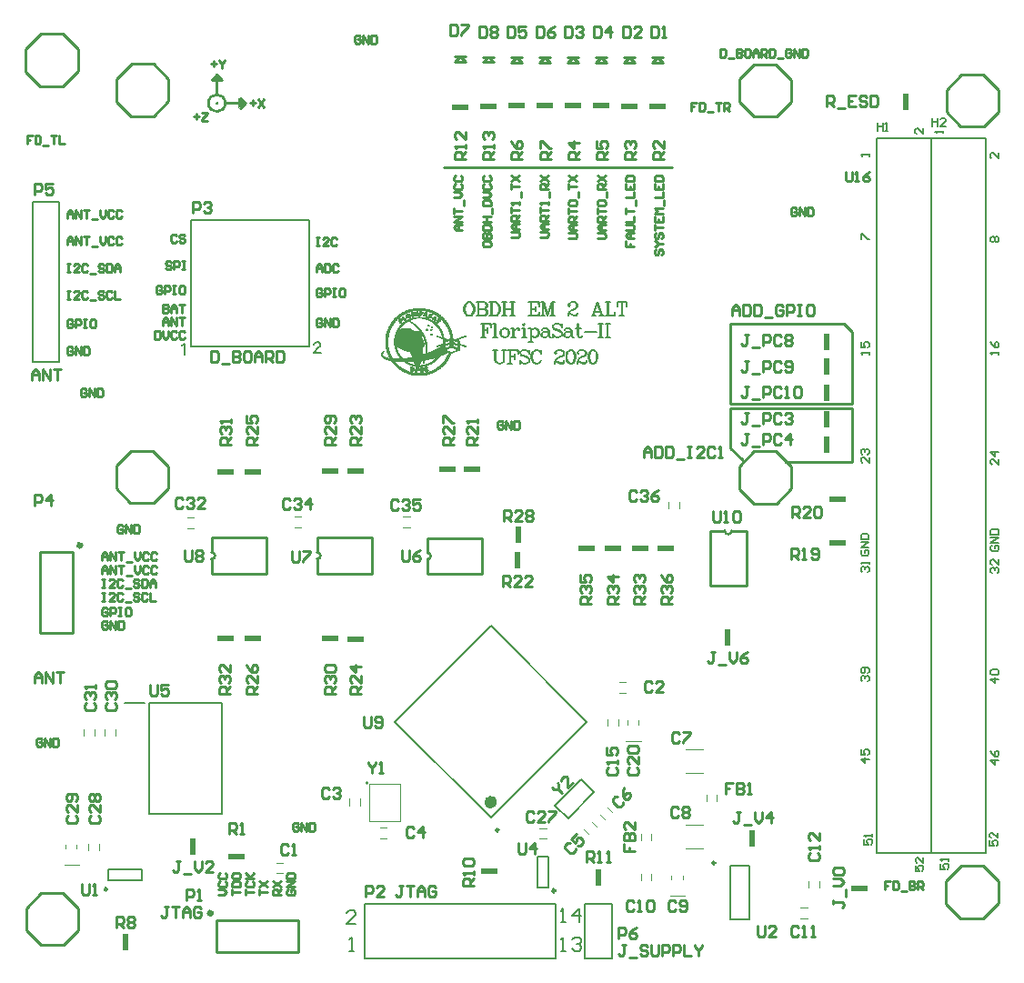
<source format=gto>
G04*
G04 #@! TF.GenerationSoftware,Altium Limited,Altium Designer,18.1.7 (191)*
G04*
G04 Layer_Color=65535*
%FSLAX44Y44*%
%MOMM*%
G71*
G01*
G75*
%ADD10C,0.2540*%
%ADD11C,0.2500*%
%ADD12C,0.5000*%
%ADD13C,0.6000*%
%ADD14C,0.1500*%
%ADD15C,0.2000*%
%ADD16C,0.1000*%
%ADD17C,0.2032*%
%ADD18C,0.0254*%
%ADD19C,0.1984*%
%ADD20R,0.5080X1.5240*%
%ADD21R,1.5240X0.5080*%
G36*
X869646Y1633000D02*
X874646Y1628000D01*
X869646Y1623000D01*
Y1633000D01*
D02*
G37*
G36*
X844397Y1648250D02*
X849396Y1653250D01*
X854397Y1648250D01*
X844397D01*
D02*
G37*
D10*
X849750Y1628000D02*
G03*
X849750Y1628000I-354J0D01*
G01*
X857247D02*
G03*
X857247Y1628000I-7850J0D01*
G01*
X1164618Y894800D02*
G03*
X1164618Y894800I-1521J0D01*
G01*
X942719Y1203450D02*
G03*
X942719Y1209800I0J3175D01*
G01*
X844415Y1203400D02*
G03*
X844415Y1209750I0J3175D01*
G01*
X1045419Y1203150D02*
G03*
X1045419Y1209500I0J3175D01*
G01*
X1322388Y1229800D02*
G03*
X1328738Y1229800I3175J0D01*
G01*
X849396Y1635850D02*
Y1654500D01*
X857247Y1628000D02*
X875896D01*
X849396Y1654500D02*
X854396Y1649500D01*
X844397Y1649500D02*
X849396Y1654500D01*
X870896Y1633000D02*
X875896Y1628000D01*
X870896Y1623000D02*
X875896Y1628000D01*
X1384250Y1639500D02*
Y1649750D01*
X1370000Y1664000D02*
X1384250Y1649750D01*
X1360250Y1664000D02*
X1370000D01*
X1335750Y1640000D02*
Y1650000D01*
X1349750Y1664000D01*
X1360250D01*
X1349250Y1615500D02*
X1359750D01*
X1335750Y1629000D02*
X1349250Y1615500D01*
X1335750Y1629000D02*
Y1640000D01*
X1384250Y1629250D02*
Y1639500D01*
X1370500Y1615500D02*
X1384250Y1629250D01*
X1359750Y1615500D02*
X1370500D01*
X1377250Y1296250D02*
X1379250Y1294250D01*
X1338000Y1296250D02*
X1340000Y1294250D01*
X1338000Y1296250D02*
X1338000D01*
X1338000D02*
Y1296250D01*
X1379250Y1294250D02*
X1440500D01*
X1327750Y1306500D02*
X1338000Y1296250D01*
X1360000Y1303750D02*
X1369750D01*
X1349500D02*
X1360000D01*
X1369750D02*
X1384000Y1289500D01*
X1335500Y1289750D02*
X1349500Y1303750D01*
X1384000Y1279250D02*
Y1289500D01*
X1335500Y1279750D02*
Y1289750D01*
X1349000Y1255250D02*
X1359500D01*
X1335500Y1268750D02*
X1349000Y1255250D01*
X1335500Y1268750D02*
Y1279750D01*
X1384000Y1269000D02*
Y1279250D01*
X1370250Y1255250D02*
X1384000Y1269000D01*
X1359500Y1255250D02*
X1370250D01*
X804000Y1279750D02*
Y1290000D01*
X789750Y1304250D02*
X804000Y1290000D01*
X780000Y1304250D02*
X789750D01*
X755500Y1280250D02*
Y1290250D01*
X769500Y1304250D01*
X780000D01*
X769000Y1255750D02*
X779500D01*
X755500Y1269250D02*
X769000Y1255750D01*
X755500Y1269250D02*
Y1280250D01*
X804000Y1269500D02*
Y1279750D01*
X790250Y1255750D02*
X804000Y1269500D01*
X779500Y1255750D02*
X790250D01*
X720250Y868000D02*
Y878250D01*
X706000Y892500D02*
X720250Y878250D01*
X696250Y892500D02*
X706000D01*
X671750Y868500D02*
Y878500D01*
X685750Y892500D01*
X696250D01*
X685250Y844000D02*
X695750D01*
X671750Y857500D02*
X685250Y844000D01*
X671750Y857500D02*
Y868500D01*
X720250Y857750D02*
Y868000D01*
X706500Y844000D02*
X720250Y857750D01*
X695750Y844000D02*
X706500D01*
X1576750Y893250D02*
Y903500D01*
X1562500Y917750D02*
X1576750Y903500D01*
X1552750Y917750D02*
X1562500D01*
X1528250Y893750D02*
Y903750D01*
X1542250Y917750D01*
X1552750D01*
X1541750Y869250D02*
X1552250D01*
X1528250Y882750D02*
X1541750Y869250D01*
X1528250Y882750D02*
Y893750D01*
X1576750Y883000D02*
Y893250D01*
X1563000Y869250D02*
X1576750Y883000D01*
X1552250Y869250D02*
X1563000D01*
X1577000Y1630000D02*
Y1640250D01*
X1562750Y1654500D02*
X1577000Y1640250D01*
X1553000Y1654500D02*
X1562750D01*
X1528500Y1630500D02*
Y1640500D01*
X1542500Y1654500D01*
X1553000D01*
X1542000Y1606000D02*
X1552500D01*
X1528500Y1619500D02*
X1542000Y1606000D01*
X1528500Y1619500D02*
Y1630500D01*
X1577000Y1619750D02*
Y1630000D01*
X1563250Y1606000D02*
X1577000Y1619750D01*
X1552500Y1606000D02*
X1563250D01*
X720000Y1668000D02*
Y1678250D01*
X705750Y1692500D02*
X720000Y1678250D01*
X696000Y1692500D02*
X705750D01*
X671500Y1668500D02*
Y1678500D01*
X685500Y1692500D01*
X696000D01*
X685000Y1644000D02*
X695500D01*
X671500Y1657500D02*
X685000Y1644000D01*
X671500Y1657500D02*
Y1668500D01*
X720000Y1657750D02*
Y1668000D01*
X706250Y1644000D02*
X720000Y1657750D01*
X695500Y1644000D02*
X706250D01*
X780000Y1616000D02*
X790750D01*
X804500Y1629750D01*
Y1640000D01*
X756000Y1629500D02*
Y1640500D01*
Y1629500D02*
X769500Y1616000D01*
X780000D01*
X770000Y1664500D02*
X780500D01*
X756000Y1650500D02*
X770000Y1664500D01*
X756000Y1640500D02*
Y1650500D01*
X780500Y1664500D02*
X790250D01*
X804500Y1650250D01*
Y1640000D02*
Y1650250D01*
X1060434Y1568138D02*
X1273500D01*
X1327750Y1344000D02*
X1440500D01*
X1327750Y1306500D02*
Y1344000D01*
X1440500Y1294250D02*
Y1344000D01*
X1327706Y1422484D02*
X1433516D01*
X1440750Y1415250D01*
Y1347750D02*
Y1415250D01*
X1327706Y1347750D02*
Y1398380D01*
Y1422484D01*
Y1347750D02*
X1440750D01*
X925250Y837250D02*
Y867000D01*
X849260Y837250D02*
X925250D01*
X849260Y867000D02*
X925250D01*
X849260Y837250D02*
Y867000D01*
X942719Y1190090D02*
Y1203450D01*
Y1209800D02*
Y1223285D01*
X993519D01*
Y1190090D02*
Y1223285D01*
X942719Y1190090D02*
X993519D01*
X844415Y1190040D02*
Y1203400D01*
Y1209750D02*
Y1223235D01*
X895215D01*
Y1190040D02*
Y1223235D01*
X844415Y1190040D02*
X895215D01*
X1045419Y1189790D02*
Y1203150D01*
Y1209500D02*
Y1222985D01*
X1096219D01*
Y1189790D02*
Y1222985D01*
X1045419Y1189790D02*
X1096219D01*
X1309029Y1229800D02*
X1322388D01*
X1328738D02*
X1342223D01*
Y1179000D02*
Y1229800D01*
X1309029Y1179000D02*
X1342223D01*
X1309029D02*
Y1229800D01*
X1233714Y1671000D02*
X1238714Y1666000D01*
X1228714D02*
X1233714Y1671000D01*
X1228714Y1666000D02*
X1238714D01*
X1228714Y1671000D02*
X1238714D01*
X1260000D02*
X1265000Y1666000D01*
X1255000D02*
X1260000Y1671000D01*
X1255000Y1666000D02*
X1265000D01*
X1255000Y1671000D02*
X1265000D01*
X1207429D02*
X1212429Y1666000D01*
X1202429D02*
X1207429Y1671000D01*
X1202429Y1666000D02*
X1212429D01*
X1202429Y1671000D02*
X1212429D01*
X1181143D02*
X1186143Y1666000D01*
X1176143D02*
X1181143Y1671000D01*
X1176143Y1666000D02*
X1186143D01*
X1176143Y1671000D02*
X1186143D01*
X1154857D02*
X1159857Y1666000D01*
X1149857D02*
X1154857Y1671000D01*
X1149857Y1666000D02*
X1159857D01*
X1149857Y1671000D02*
X1159857D01*
X1128571D02*
X1133571Y1666000D01*
X1123571D02*
X1128571Y1671000D01*
X1123571Y1666000D02*
X1133571D01*
X1123571Y1671000D02*
X1133571D01*
X1102000Y1671056D02*
X1107000Y1666056D01*
X1097000D02*
X1102000Y1671056D01*
X1097000Y1666056D02*
X1107000D01*
X1097000Y1671056D02*
X1107000D01*
X1075600Y1671250D02*
X1080600Y1666250D01*
X1070600D02*
X1075600Y1671250D01*
X1070600Y1666250D02*
X1080600D01*
X1070600Y1671250D02*
X1080600D01*
X685130Y1210340D02*
X714880D01*
Y1134350D02*
Y1210340D01*
X685130Y1134350D02*
Y1210340D01*
Y1134350D02*
X714880D01*
X677578Y1597867D02*
X672500D01*
Y1594059D01*
X675039D01*
X672500D01*
Y1590250D01*
X680117Y1597867D02*
Y1590250D01*
X683926D01*
X685196Y1591520D01*
Y1596598D01*
X683926Y1597867D01*
X680117D01*
X687735Y1588980D02*
X692813D01*
X695353Y1597867D02*
X700431D01*
X697892D01*
Y1590250D01*
X702970Y1597867D02*
Y1590250D01*
X708048D01*
X1295828Y1628367D02*
X1290750D01*
Y1624559D01*
X1293289D01*
X1290750D01*
Y1620750D01*
X1298368Y1628367D02*
Y1620750D01*
X1302176D01*
X1303446Y1622020D01*
Y1627098D01*
X1302176Y1628367D01*
X1298368D01*
X1305985Y1619480D02*
X1311063D01*
X1313603Y1628367D02*
X1318681D01*
X1316142D01*
Y1620750D01*
X1321220D02*
Y1628367D01*
X1325029D01*
X1326299Y1627098D01*
Y1624559D01*
X1325029Y1623289D01*
X1321220D01*
X1323759D02*
X1326299Y1620750D01*
X1476078Y903367D02*
X1471000D01*
Y899559D01*
X1473539D01*
X1471000D01*
Y895750D01*
X1478618Y903367D02*
Y895750D01*
X1482426D01*
X1483696Y897020D01*
Y902098D01*
X1482426Y903367D01*
X1478618D01*
X1486235Y894480D02*
X1491313D01*
X1493853Y903367D02*
Y895750D01*
X1497661D01*
X1498931Y897020D01*
Y898289D01*
X1497661Y899559D01*
X1493853D01*
X1497661D01*
X1498931Y900828D01*
Y902098D01*
X1497661Y903367D01*
X1493853D01*
X1501470Y895750D02*
Y903367D01*
X1505279D01*
X1506548Y902098D01*
Y899559D01*
X1505279Y898289D01*
X1501470D01*
X1504009D02*
X1506548Y895750D01*
X727828Y1361098D02*
X726559Y1362368D01*
X724020D01*
X722750Y1361098D01*
Y1356020D01*
X724020Y1354750D01*
X726559D01*
X727828Y1356020D01*
Y1358559D01*
X725289D01*
X730368Y1354750D02*
Y1362368D01*
X735446Y1354750D01*
Y1362368D01*
X737985D02*
Y1354750D01*
X741794D01*
X743063Y1356020D01*
Y1361098D01*
X741794Y1362368D01*
X737985D01*
X762034Y1233848D02*
X760765Y1235117D01*
X758225D01*
X756956Y1233848D01*
Y1228770D01*
X758225Y1227500D01*
X760765D01*
X762034Y1228770D01*
Y1231309D01*
X759495D01*
X764573Y1227500D02*
Y1235117D01*
X769652Y1227500D01*
Y1235117D01*
X772191D02*
Y1227500D01*
X776000D01*
X777269Y1228770D01*
Y1233848D01*
X776000Y1235117D01*
X772191D01*
X686718Y1035598D02*
X685449Y1036868D01*
X682909D01*
X681640Y1035598D01*
Y1030520D01*
X682909Y1029250D01*
X685449D01*
X686718Y1030520D01*
Y1033059D01*
X684179D01*
X689257Y1029250D02*
Y1036868D01*
X694336Y1029250D01*
Y1036868D01*
X696875D02*
Y1029250D01*
X700684D01*
X701953Y1030520D01*
Y1035598D01*
X700684Y1036868D01*
X696875D01*
X925304Y956848D02*
X924035Y958118D01*
X921495D01*
X920226Y956848D01*
Y951770D01*
X921495Y950500D01*
X924035D01*
X925304Y951770D01*
Y954309D01*
X922765D01*
X927843Y950500D02*
Y958118D01*
X932922Y950500D01*
Y958118D01*
X935461D02*
Y950500D01*
X939270D01*
X940539Y951770D01*
Y956848D01*
X939270Y958118D01*
X935461D01*
X1116034Y1331098D02*
X1114765Y1332368D01*
X1112225D01*
X1110956Y1331098D01*
Y1326020D01*
X1112225Y1324750D01*
X1114765D01*
X1116034Y1326020D01*
Y1328559D01*
X1113495D01*
X1118573Y1324750D02*
Y1332368D01*
X1123652Y1324750D01*
Y1332368D01*
X1126191D02*
Y1324750D01*
X1130000D01*
X1131269Y1326020D01*
Y1331098D01*
X1130000Y1332368D01*
X1126191D01*
X1389034Y1529598D02*
X1387765Y1530867D01*
X1385225D01*
X1383956Y1529598D01*
Y1524520D01*
X1385225Y1523250D01*
X1387765D01*
X1389034Y1524520D01*
Y1527059D01*
X1386495D01*
X1391573Y1523250D02*
Y1530867D01*
X1396652Y1523250D01*
Y1530867D01*
X1399191D02*
Y1523250D01*
X1403000D01*
X1404269Y1524520D01*
Y1529598D01*
X1403000Y1530867D01*
X1399191D01*
X827896Y1615559D02*
X832975D01*
X830436Y1618098D02*
Y1613020D01*
X835514Y1619368D02*
X840592D01*
Y1618098D01*
X835514Y1613020D01*
Y1611750D01*
X840592D01*
X880646Y1628059D02*
X885725D01*
X883186Y1630598D02*
Y1625520D01*
X888264Y1631868D02*
X893342Y1624250D01*
Y1631868D02*
X888264Y1624250D01*
X843646Y1664559D02*
X848725D01*
X846186Y1667098D02*
Y1662020D01*
X851264Y1668367D02*
Y1667098D01*
X853803Y1664559D01*
X856342Y1667098D01*
Y1668367D01*
X853803Y1664559D02*
Y1660750D01*
X983078Y1690098D02*
X981809Y1691367D01*
X979270D01*
X978000Y1690098D01*
Y1685020D01*
X979270Y1683750D01*
X981809D01*
X983078Y1685020D01*
Y1687559D01*
X980539D01*
X985618Y1683750D02*
Y1691367D01*
X990696Y1683750D01*
Y1691367D01*
X993235D02*
Y1683750D01*
X997044D01*
X998313Y1685020D01*
Y1690098D01*
X997044Y1691367D01*
X993235D01*
X791750Y1416207D02*
Y1408590D01*
X795559D01*
X796828Y1409860D01*
Y1414938D01*
X795559Y1416207D01*
X791750D01*
X799368D02*
Y1411129D01*
X801907Y1408590D01*
X804446Y1411129D01*
Y1416207D01*
X812063Y1414938D02*
X810794Y1416207D01*
X808255D01*
X806985Y1414938D01*
Y1409860D01*
X808255Y1408590D01*
X810794D01*
X812063Y1409860D01*
X819681Y1414938D02*
X818411Y1416207D01*
X815872D01*
X814603Y1414938D01*
Y1409860D01*
X815872Y1408590D01*
X818411D01*
X819681Y1409860D01*
X799368Y1420670D02*
Y1425748D01*
X801907Y1428288D01*
X804446Y1425748D01*
Y1420670D01*
Y1424479D01*
X799368D01*
X806985Y1420670D02*
Y1428288D01*
X812063Y1420670D01*
Y1428288D01*
X814603D02*
X819681D01*
X817142D01*
Y1420670D01*
X799368Y1440479D02*
Y1432862D01*
X803176D01*
X804446Y1434131D01*
Y1435401D01*
X803176Y1436671D01*
X799368D01*
X803176D01*
X804446Y1437940D01*
Y1439210D01*
X803176Y1440479D01*
X799368D01*
X806985Y1432862D02*
Y1437940D01*
X809524Y1440479D01*
X812063Y1437940D01*
Y1432862D01*
Y1436671D01*
X806985D01*
X814603Y1440479D02*
X819681D01*
X817142D01*
Y1432862D01*
X798098Y1456872D02*
X796828Y1458141D01*
X794289D01*
X793020Y1456872D01*
Y1451794D01*
X794289Y1450524D01*
X796828D01*
X798098Y1451794D01*
Y1454333D01*
X795559D01*
X800637Y1450524D02*
Y1458141D01*
X804446D01*
X805715Y1456872D01*
Y1454333D01*
X804446Y1453063D01*
X800637D01*
X808255Y1458141D02*
X810794D01*
X809524D01*
Y1450524D01*
X808255D01*
X810794D01*
X818411Y1458141D02*
X815872D01*
X814603Y1456872D01*
Y1451794D01*
X815872Y1450524D01*
X818411D01*
X819681Y1451794D01*
Y1456872D01*
X818411Y1458141D01*
X806985Y1479622D02*
X805715Y1480892D01*
X803176D01*
X801907Y1479622D01*
Y1478352D01*
X803176Y1477083D01*
X805715D01*
X806985Y1475813D01*
Y1474544D01*
X805715Y1473274D01*
X803176D01*
X801907Y1474544D01*
X809524Y1473274D02*
Y1480892D01*
X813333D01*
X814603Y1479622D01*
Y1477083D01*
X813333Y1475813D01*
X809524D01*
X817142Y1480892D02*
X819681D01*
X818411D01*
Y1473274D01*
X817142D01*
X819681D01*
X812063Y1504372D02*
X810794Y1505641D01*
X808255D01*
X806985Y1504372D01*
Y1499294D01*
X808255Y1498024D01*
X810794D01*
X812063Y1499294D01*
X819681Y1504372D02*
X818411Y1505641D01*
X815872D01*
X814603Y1504372D01*
Y1503102D01*
X815872Y1501833D01*
X818411D01*
X819681Y1500563D01*
Y1499294D01*
X818411Y1498024D01*
X815872D01*
X814603Y1499294D01*
X946828Y1426178D02*
X945559Y1427448D01*
X943020D01*
X941750Y1426178D01*
Y1421100D01*
X943020Y1419830D01*
X945559D01*
X946828Y1421100D01*
Y1423639D01*
X944289D01*
X949368Y1419830D02*
Y1427448D01*
X954446Y1419830D01*
Y1427448D01*
X956985D02*
Y1419830D01*
X960794D01*
X962063Y1421100D01*
Y1426178D01*
X960794Y1427448D01*
X956985D01*
X946828Y1454098D02*
X945559Y1455367D01*
X943020D01*
X941750Y1454098D01*
Y1449020D01*
X943020Y1447750D01*
X945559D01*
X946828Y1449020D01*
Y1451559D01*
X944289D01*
X949368Y1447750D02*
Y1455367D01*
X953176D01*
X954446Y1454098D01*
Y1451559D01*
X953176Y1450289D01*
X949368D01*
X956985Y1455367D02*
X959524D01*
X958255D01*
Y1447750D01*
X956985D01*
X959524D01*
X967142Y1455367D02*
X964603D01*
X963333Y1454098D01*
Y1449020D01*
X964603Y1447750D01*
X967142D01*
X968411Y1449020D01*
Y1454098D01*
X967142Y1455367D01*
X941750Y1470750D02*
Y1475828D01*
X944289Y1478368D01*
X946828Y1475828D01*
Y1470750D01*
Y1474559D01*
X941750D01*
X949368Y1478368D02*
Y1470750D01*
X953176D01*
X954446Y1472020D01*
Y1477098D01*
X953176Y1478368D01*
X949368D01*
X962063Y1477098D02*
X960794Y1478368D01*
X958255D01*
X956985Y1477098D01*
Y1472020D01*
X958255Y1470750D01*
X960794D01*
X962063Y1472020D01*
X941750Y1502868D02*
X944289D01*
X943020D01*
Y1495250D01*
X941750D01*
X944289D01*
X953176D02*
X948098D01*
X953176Y1500328D01*
Y1501598D01*
X951907Y1502868D01*
X949368D01*
X948098Y1501598D01*
X960794D02*
X959524Y1502868D01*
X956985D01*
X955715Y1501598D01*
Y1496520D01*
X956985Y1495250D01*
X959524D01*
X960794Y1496520D01*
X1317750Y1678674D02*
Y1671056D01*
X1321559D01*
X1322828Y1672326D01*
Y1677404D01*
X1321559Y1678674D01*
X1317750D01*
X1325367Y1669786D02*
X1330446D01*
X1332985Y1678674D02*
Y1671056D01*
X1336794D01*
X1338063Y1672326D01*
Y1673595D01*
X1336794Y1674865D01*
X1332985D01*
X1336794D01*
X1338063Y1676134D01*
Y1677404D01*
X1336794Y1678674D01*
X1332985D01*
X1344411D02*
X1341872D01*
X1340603Y1677404D01*
Y1672326D01*
X1341872Y1671056D01*
X1344411D01*
X1345681Y1672326D01*
Y1677404D01*
X1344411Y1678674D01*
X1348220Y1671056D02*
Y1676134D01*
X1350759Y1678674D01*
X1353298Y1676134D01*
Y1671056D01*
Y1674865D01*
X1348220D01*
X1355838Y1671056D02*
Y1678674D01*
X1359646D01*
X1360916Y1677404D01*
Y1674865D01*
X1359646Y1673595D01*
X1355838D01*
X1358377D02*
X1360916Y1671056D01*
X1363455Y1678674D02*
Y1671056D01*
X1367264D01*
X1368534Y1672326D01*
Y1677404D01*
X1367264Y1678674D01*
X1363455D01*
X1371073Y1669786D02*
X1376151D01*
X1383769Y1677404D02*
X1382499Y1678674D01*
X1379960D01*
X1378690Y1677404D01*
Y1672326D01*
X1379960Y1671056D01*
X1382499D01*
X1383769Y1672326D01*
Y1674865D01*
X1381230D01*
X1386308Y1671056D02*
Y1678674D01*
X1391386Y1671056D01*
Y1678674D01*
X1393925D02*
Y1671056D01*
X1397734D01*
X1399004Y1672326D01*
Y1677404D01*
X1397734Y1678674D01*
X1393925D01*
X915652Y895618D02*
X914382Y894349D01*
Y891810D01*
X915652Y890540D01*
X920730D01*
X922000Y891810D01*
Y894349D01*
X920730Y895618D01*
X918191D01*
Y893079D01*
X922000Y898158D02*
X914382D01*
X922000Y903236D01*
X914382D01*
Y905775D02*
X922000D01*
Y909584D01*
X920730Y910853D01*
X915652D01*
X914382Y909584D01*
Y905775D01*
X908797Y890540D02*
X901180D01*
Y894349D01*
X902449Y895618D01*
X904989D01*
X906258Y894349D01*
Y890540D01*
Y893079D02*
X908797Y895618D01*
X901180Y898158D02*
X908797Y903236D01*
X901180D02*
X908797Y898158D01*
X888668Y890540D02*
Y895618D01*
Y893079D01*
X896286D01*
X888668Y898158D02*
X896286Y903236D01*
X888668D02*
X896286Y898158D01*
X876156Y890540D02*
Y895618D01*
Y893079D01*
X883774D01*
X877426Y903236D02*
X876156Y901966D01*
Y899427D01*
X877426Y898158D01*
X882504D01*
X883774Y899427D01*
Y901966D01*
X882504Y903236D01*
X876156Y905775D02*
X883774D01*
X881235D01*
X876156Y910853D01*
X879965Y907045D01*
X883774Y910853D01*
X863644Y890540D02*
Y895618D01*
Y893079D01*
X871262D01*
X863644Y898158D02*
X871262D01*
Y901966D01*
X869992Y903236D01*
X864914D01*
X863644Y901966D01*
Y898158D01*
Y909584D02*
Y907045D01*
X864914Y905775D01*
X869992D01*
X871262Y907045D01*
Y909584D01*
X869992Y910853D01*
X864914D01*
X863644Y909584D01*
X851133Y890540D02*
X856211D01*
X858750Y893079D01*
X856211Y895618D01*
X851133D01*
X852402Y903236D02*
X851133Y901966D01*
Y899427D01*
X852402Y898158D01*
X857480D01*
X858750Y899427D01*
Y901966D01*
X857480Y903236D01*
X852402Y910853D02*
X851133Y909584D01*
Y907045D01*
X852402Y905775D01*
X857480D01*
X858750Y907045D01*
Y909584D01*
X857480Y910853D01*
X742750Y1202250D02*
Y1207328D01*
X745289Y1209867D01*
X747828Y1207328D01*
Y1202250D01*
Y1206059D01*
X742750D01*
X750368Y1202250D02*
Y1209867D01*
X755446Y1202250D01*
Y1209867D01*
X757985D02*
X763063D01*
X760524D01*
Y1202250D01*
X765603Y1200980D02*
X770681D01*
X773220Y1209867D02*
Y1204789D01*
X775759Y1202250D01*
X778298Y1204789D01*
Y1209867D01*
X785916Y1208598D02*
X784647Y1209867D01*
X782107D01*
X780838Y1208598D01*
Y1203520D01*
X782107Y1202250D01*
X784647D01*
X785916Y1203520D01*
X793534Y1208598D02*
X792264Y1209867D01*
X789725D01*
X788455Y1208598D01*
Y1203520D01*
X789725Y1202250D01*
X792264D01*
X793534Y1203520D01*
X742750Y1189704D02*
Y1194782D01*
X745289Y1197321D01*
X747828Y1194782D01*
Y1189704D01*
Y1193513D01*
X742750D01*
X750368Y1189704D02*
Y1197321D01*
X755446Y1189704D01*
Y1197321D01*
X757985D02*
X763063D01*
X760524D01*
Y1189704D01*
X765603Y1188434D02*
X770681D01*
X773220Y1197321D02*
Y1192243D01*
X775759Y1189704D01*
X778298Y1192243D01*
Y1197321D01*
X785916Y1196052D02*
X784647Y1197321D01*
X782107D01*
X780838Y1196052D01*
Y1190974D01*
X782107Y1189704D01*
X784647D01*
X785916Y1190974D01*
X793534Y1196052D02*
X792264Y1197321D01*
X789725D01*
X788455Y1196052D01*
Y1190974D01*
X789725Y1189704D01*
X792264D01*
X793534Y1190974D01*
X742750Y1184775D02*
X745289D01*
X744020D01*
Y1177158D01*
X742750D01*
X745289D01*
X754176D02*
X749098D01*
X754176Y1182236D01*
Y1183506D01*
X752907Y1184775D01*
X750368D01*
X749098Y1183506D01*
X761794D02*
X760524Y1184775D01*
X757985D01*
X756715Y1183506D01*
Y1178427D01*
X757985Y1177158D01*
X760524D01*
X761794Y1178427D01*
X764333Y1175888D02*
X769411D01*
X777029Y1183506D02*
X775759Y1184775D01*
X773220D01*
X771951Y1183506D01*
Y1182236D01*
X773220Y1180967D01*
X775759D01*
X777029Y1179697D01*
Y1178427D01*
X775759Y1177158D01*
X773220D01*
X771951Y1178427D01*
X779568Y1184775D02*
Y1177158D01*
X783377D01*
X784646Y1178427D01*
Y1183506D01*
X783377Y1184775D01*
X779568D01*
X787186Y1177158D02*
Y1182236D01*
X789725Y1184775D01*
X792264Y1182236D01*
Y1177158D01*
Y1180967D01*
X787186D01*
X742750Y1172229D02*
X745289D01*
X744020D01*
Y1164612D01*
X742750D01*
X745289D01*
X754176D02*
X749098D01*
X754176Y1169690D01*
Y1170960D01*
X752907Y1172229D01*
X750368D01*
X749098Y1170960D01*
X761794D02*
X760524Y1172229D01*
X757985D01*
X756715Y1170960D01*
Y1165881D01*
X757985Y1164612D01*
X760524D01*
X761794Y1165881D01*
X764333Y1163342D02*
X769411D01*
X777029Y1170960D02*
X775759Y1172229D01*
X773220D01*
X771951Y1170960D01*
Y1169690D01*
X773220Y1168420D01*
X775759D01*
X777029Y1167151D01*
Y1165881D01*
X775759Y1164612D01*
X773220D01*
X771951Y1165881D01*
X784646Y1170960D02*
X783377Y1172229D01*
X780838D01*
X779568Y1170960D01*
Y1165881D01*
X780838Y1164612D01*
X783377D01*
X784646Y1165881D01*
X787186Y1172229D02*
Y1164612D01*
X792264D01*
X747828Y1157144D02*
X746559Y1158414D01*
X744020D01*
X742750Y1157144D01*
Y1152066D01*
X744020Y1150796D01*
X746559D01*
X747828Y1152066D01*
Y1154605D01*
X745289D01*
X750368Y1150796D02*
Y1158414D01*
X754176D01*
X755446Y1157144D01*
Y1154605D01*
X754176Y1153335D01*
X750368D01*
X757985Y1158414D02*
X760524D01*
X759255D01*
Y1150796D01*
X757985D01*
X760524D01*
X768142Y1158414D02*
X765603D01*
X764333Y1157144D01*
Y1152066D01*
X765603Y1150796D01*
X768142D01*
X769411Y1152066D01*
Y1157144D01*
X768142Y1158414D01*
X747828Y1144598D02*
X746559Y1145867D01*
X744020D01*
X742750Y1144598D01*
Y1139520D01*
X744020Y1138250D01*
X746559D01*
X747828Y1139520D01*
Y1142059D01*
X745289D01*
X750368Y1138250D02*
Y1145867D01*
X755446Y1138250D01*
Y1145867D01*
X757985D02*
Y1138250D01*
X761794D01*
X763063Y1139520D01*
Y1144598D01*
X761794Y1145867D01*
X757985D01*
X715078Y1400098D02*
X713809Y1401367D01*
X711270D01*
X710000Y1400098D01*
Y1395020D01*
X711270Y1393750D01*
X713809D01*
X715078Y1395020D01*
Y1397559D01*
X712539D01*
X717617Y1393750D02*
Y1401367D01*
X722696Y1393750D01*
Y1401367D01*
X725235D02*
Y1393750D01*
X729044D01*
X730313Y1395020D01*
Y1400098D01*
X729044Y1401367D01*
X725235D01*
X715078Y1425209D02*
X713809Y1426479D01*
X711270D01*
X710000Y1425209D01*
Y1420131D01*
X711270Y1418861D01*
X713809D01*
X715078Y1420131D01*
Y1422670D01*
X712539D01*
X717617Y1418861D02*
Y1426479D01*
X721426D01*
X722696Y1425209D01*
Y1422670D01*
X721426Y1421401D01*
X717617D01*
X725235Y1426479D02*
X727774D01*
X726505D01*
Y1418861D01*
X725235D01*
X727774D01*
X735392Y1426479D02*
X732853D01*
X731583Y1425209D01*
Y1420131D01*
X732853Y1418861D01*
X735392D01*
X736661Y1420131D01*
Y1425209D01*
X735392Y1426479D01*
X710000Y1453283D02*
X712539D01*
X711270D01*
Y1445666D01*
X710000D01*
X712539D01*
X721426D02*
X716348D01*
X721426Y1450744D01*
Y1452014D01*
X720157Y1453283D01*
X717617D01*
X716348Y1452014D01*
X729044D02*
X727774Y1453283D01*
X725235D01*
X723966Y1452014D01*
Y1446935D01*
X725235Y1445666D01*
X727774D01*
X729044Y1446935D01*
X731583Y1444396D02*
X736661D01*
X744279Y1452014D02*
X743009Y1453283D01*
X740470D01*
X739201Y1452014D01*
Y1450744D01*
X740470Y1449474D01*
X743009D01*
X744279Y1448205D01*
Y1446935D01*
X743009Y1445666D01*
X740470D01*
X739201Y1446935D01*
X751896Y1452014D02*
X750627Y1453283D01*
X748088D01*
X746818Y1452014D01*
Y1446935D01*
X748088Y1445666D01*
X750627D01*
X751896Y1446935D01*
X754436Y1453283D02*
Y1445666D01*
X759514D01*
X710000Y1478395D02*
X712539D01*
X711270D01*
Y1470777D01*
X710000D01*
X712539D01*
X721426D02*
X716348D01*
X721426Y1475855D01*
Y1477125D01*
X720157Y1478395D01*
X717617D01*
X716348Y1477125D01*
X729044D02*
X727774Y1478395D01*
X725235D01*
X723966Y1477125D01*
Y1472047D01*
X725235Y1470777D01*
X727774D01*
X729044Y1472047D01*
X731583Y1469507D02*
X736661D01*
X744279Y1477125D02*
X743009Y1478395D01*
X740470D01*
X739201Y1477125D01*
Y1475855D01*
X740470Y1474586D01*
X743009D01*
X744279Y1473316D01*
Y1472047D01*
X743009Y1470777D01*
X740470D01*
X739201Y1472047D01*
X746818Y1478395D02*
Y1470777D01*
X750627D01*
X751896Y1472047D01*
Y1477125D01*
X750627Y1478395D01*
X746818D01*
X754436Y1470777D02*
Y1475855D01*
X756975Y1478395D01*
X759514Y1475855D01*
Y1470777D01*
Y1474586D01*
X754436D01*
X710000Y1495889D02*
Y1500967D01*
X712539Y1503506D01*
X715078Y1500967D01*
Y1495889D01*
Y1499697D01*
X710000D01*
X717617Y1495889D02*
Y1503506D01*
X722696Y1495889D01*
Y1503506D01*
X725235D02*
X730313D01*
X727774D01*
Y1495889D01*
X732853Y1494619D02*
X737931D01*
X740470Y1503506D02*
Y1498428D01*
X743009Y1495889D01*
X745548Y1498428D01*
Y1503506D01*
X753166Y1502236D02*
X751897Y1503506D01*
X749357D01*
X748088Y1502236D01*
Y1497158D01*
X749357Y1495889D01*
X751897D01*
X753166Y1497158D01*
X760784Y1502236D02*
X759514Y1503506D01*
X756975D01*
X755705Y1502236D01*
Y1497158D01*
X756975Y1495889D01*
X759514D01*
X760784Y1497158D01*
X710000Y1521000D02*
Y1526078D01*
X712539Y1528617D01*
X715078Y1526078D01*
Y1521000D01*
Y1524809D01*
X710000D01*
X717617Y1521000D02*
Y1528617D01*
X722696Y1521000D01*
Y1528617D01*
X725235D02*
X730313D01*
X727774D01*
Y1521000D01*
X732853Y1519730D02*
X737931D01*
X740470Y1528617D02*
Y1523539D01*
X743009Y1521000D01*
X745548Y1523539D01*
Y1528617D01*
X753166Y1527348D02*
X751897Y1528617D01*
X749357D01*
X748088Y1527348D01*
Y1522269D01*
X749357Y1521000D01*
X751897D01*
X753166Y1522269D01*
X760784Y1527348D02*
X759514Y1528617D01*
X756975D01*
X755705Y1527348D01*
Y1522269D01*
X756975Y1521000D01*
X759514D01*
X760784Y1522269D01*
X1229771Y844407D02*
X1226386D01*
X1228078D01*
Y835943D01*
X1226386Y834250D01*
X1224693D01*
X1223000Y835943D01*
X1233157Y832557D02*
X1239928D01*
X1250085Y842714D02*
X1248392Y844407D01*
X1245006D01*
X1243313Y842714D01*
Y841021D01*
X1245006Y839328D01*
X1248392D01*
X1250085Y837636D01*
Y835943D01*
X1248392Y834250D01*
X1245006D01*
X1243313Y835943D01*
X1253470Y844407D02*
Y835943D01*
X1255163Y834250D01*
X1258549D01*
X1260241Y835943D01*
Y844407D01*
X1263627Y834250D02*
Y844407D01*
X1268705D01*
X1270398Y842714D01*
Y839328D01*
X1268705Y837636D01*
X1263627D01*
X1273784Y834250D02*
Y844407D01*
X1278862D01*
X1280555Y842714D01*
Y839328D01*
X1278862Y837636D01*
X1273784D01*
X1283940Y844407D02*
Y834250D01*
X1290712D01*
X1294097Y844407D02*
Y842714D01*
X1297483Y839328D01*
X1300868Y842714D01*
Y844407D01*
X1297483Y839328D02*
Y834250D01*
X804521Y879907D02*
X801136D01*
X802828D01*
Y871443D01*
X801136Y869750D01*
X799443D01*
X797750Y871443D01*
X807907Y879907D02*
X814678D01*
X811292D01*
Y869750D01*
X818063D02*
Y876521D01*
X821449Y879907D01*
X824835Y876521D01*
Y869750D01*
Y874828D01*
X818063D01*
X834991Y878214D02*
X833298Y879907D01*
X829913D01*
X828220Y878214D01*
Y871443D01*
X829913Y869750D01*
X833298D01*
X834991Y871443D01*
Y874828D01*
X831606D01*
X1022521Y899407D02*
X1019136D01*
X1020828D01*
Y890943D01*
X1019136Y889250D01*
X1017443D01*
X1015750Y890943D01*
X1025907Y899407D02*
X1032678D01*
X1029292D01*
Y889250D01*
X1036063D02*
Y896021D01*
X1039449Y899407D01*
X1042835Y896021D01*
Y889250D01*
Y894328D01*
X1036063D01*
X1052991Y897714D02*
X1051299Y899407D01*
X1047913D01*
X1046220Y897714D01*
Y890943D01*
X1047913Y889250D01*
X1051299D01*
X1052991Y890943D01*
Y894328D01*
X1049606D01*
X679500Y1088000D02*
Y1094771D01*
X682886Y1098157D01*
X686271Y1094771D01*
Y1088000D01*
Y1093078D01*
X679500D01*
X689657Y1088000D02*
Y1098157D01*
X696428Y1088000D01*
Y1098157D01*
X699814D02*
X706585D01*
X703199D01*
Y1088000D01*
X677000Y1370500D02*
Y1377271D01*
X680386Y1380657D01*
X683771Y1377271D01*
Y1370500D01*
Y1375578D01*
X677000D01*
X687157Y1370500D02*
Y1380657D01*
X693928Y1370500D01*
Y1380657D01*
X697313D02*
X704085D01*
X700699D01*
Y1370500D01*
X844250Y1396907D02*
Y1386750D01*
X849328D01*
X851021Y1388443D01*
Y1395214D01*
X849328Y1396907D01*
X844250D01*
X854407Y1385057D02*
X861178D01*
X864563Y1396907D02*
Y1386750D01*
X869642D01*
X871335Y1388443D01*
Y1390136D01*
X869642Y1391828D01*
X864563D01*
X869642D01*
X871335Y1393521D01*
Y1395214D01*
X869642Y1396907D01*
X864563D01*
X879799D02*
X876413D01*
X874720Y1395214D01*
Y1388443D01*
X876413Y1386750D01*
X879799D01*
X881491Y1388443D01*
Y1395214D01*
X879799Y1396907D01*
X884877Y1386750D02*
Y1393521D01*
X888262Y1396907D01*
X891648Y1393521D01*
Y1386750D01*
Y1391828D01*
X884877D01*
X895034Y1386750D02*
Y1396907D01*
X900112D01*
X901805Y1395214D01*
Y1391828D01*
X900112Y1390136D01*
X895034D01*
X898419D02*
X901805Y1386750D01*
X905190Y1396907D02*
Y1386750D01*
X910269D01*
X911962Y1388443D01*
Y1395214D01*
X910269Y1396907D01*
X905190D01*
X1077796Y1509470D02*
X1072718D01*
X1070178Y1512009D01*
X1072718Y1514548D01*
X1077796D01*
X1073987D01*
Y1509470D01*
X1077796Y1517088D02*
X1070178D01*
X1077796Y1522166D01*
X1070178D01*
Y1524705D02*
Y1529784D01*
Y1527244D01*
X1077796D01*
X1079065Y1532323D02*
Y1537401D01*
X1070178Y1539940D02*
X1075257D01*
X1077796Y1542480D01*
X1075257Y1545019D01*
X1070178D01*
X1071448Y1552636D02*
X1070178Y1551367D01*
Y1548827D01*
X1071448Y1547558D01*
X1076526D01*
X1077796Y1548827D01*
Y1551367D01*
X1076526Y1552636D01*
X1071448Y1560254D02*
X1070178Y1558984D01*
Y1556445D01*
X1071448Y1555175D01*
X1076526D01*
X1077796Y1556445D01*
Y1558984D01*
X1076526Y1560254D01*
X1096880Y1498044D02*
Y1495505D01*
X1098150Y1494235D01*
X1103228D01*
X1104498Y1495505D01*
Y1498044D01*
X1103228Y1499313D01*
X1098150D01*
X1096880Y1498044D01*
Y1501853D02*
X1104498D01*
Y1505661D01*
X1103228Y1506931D01*
X1101959D01*
X1100689Y1505661D01*
Y1501853D01*
Y1505661D01*
X1099419Y1506931D01*
X1098150D01*
X1096880Y1505661D01*
Y1501853D01*
Y1509470D02*
X1104498D01*
Y1513279D01*
X1103228Y1514548D01*
X1098150D01*
X1096880Y1513279D01*
Y1509470D01*
Y1517088D02*
X1104498D01*
X1100689D01*
Y1522166D01*
X1096880D01*
X1104498D01*
X1105768Y1524705D02*
Y1529784D01*
X1096880Y1532323D02*
X1104498D01*
Y1536131D01*
X1103228Y1537401D01*
X1098150D01*
X1096880Y1536131D01*
Y1532323D01*
Y1539940D02*
X1101959D01*
X1104498Y1542480D01*
X1101959Y1545019D01*
X1096880D01*
X1098150Y1552636D02*
X1096880Y1551367D01*
Y1548827D01*
X1098150Y1547558D01*
X1103228D01*
X1104498Y1548827D01*
Y1551367D01*
X1103228Y1552636D01*
X1098150Y1560254D02*
X1096880Y1558984D01*
Y1556445D01*
X1098150Y1555175D01*
X1103228D01*
X1104498Y1556445D01*
Y1558984D01*
X1103228Y1560254D01*
X1123582Y1503122D02*
X1129930D01*
X1131200Y1504392D01*
Y1506931D01*
X1129930Y1508201D01*
X1123582D01*
X1131200Y1510740D02*
X1126122D01*
X1123582Y1513279D01*
X1126122Y1515818D01*
X1131200D01*
X1127391D01*
Y1510740D01*
X1131200Y1518357D02*
X1123582D01*
Y1522166D01*
X1124852Y1523436D01*
X1127391D01*
X1128661Y1522166D01*
Y1518357D01*
Y1520896D02*
X1131200Y1523436D01*
X1123582Y1525975D02*
Y1531053D01*
Y1528514D01*
X1131200D01*
Y1533592D02*
Y1536132D01*
Y1534862D01*
X1123582D01*
X1124852Y1533592D01*
X1132469Y1539940D02*
Y1545019D01*
X1123582Y1547558D02*
Y1552636D01*
Y1550097D01*
X1131200D01*
X1123582Y1555175D02*
X1131200Y1560254D01*
X1123582D02*
X1131200Y1555175D01*
X1150284Y1503122D02*
X1156632D01*
X1157902Y1504392D01*
Y1506931D01*
X1156632Y1508201D01*
X1150284D01*
X1157902Y1510740D02*
X1152823D01*
X1150284Y1513279D01*
X1152823Y1515818D01*
X1157902D01*
X1154093D01*
Y1510740D01*
X1157902Y1518357D02*
X1150284D01*
Y1522166D01*
X1151554Y1523436D01*
X1154093D01*
X1155363Y1522166D01*
Y1518357D01*
Y1520896D02*
X1157902Y1523436D01*
X1150284Y1525975D02*
Y1531053D01*
Y1528514D01*
X1157902D01*
Y1533592D02*
Y1536131D01*
Y1534862D01*
X1150284D01*
X1151554Y1533592D01*
X1159171Y1539940D02*
Y1545019D01*
X1157902Y1547558D02*
X1150284D01*
Y1551367D01*
X1151554Y1552636D01*
X1154093D01*
X1155363Y1551367D01*
Y1547558D01*
Y1550097D02*
X1157902Y1552636D01*
X1150284Y1555175D02*
X1157902Y1560254D01*
X1150284D02*
X1157902Y1555175D01*
X1176986Y1501853D02*
X1183334D01*
X1184604Y1503122D01*
Y1505661D01*
X1183334Y1506931D01*
X1176986D01*
X1184604Y1509470D02*
X1179525D01*
X1176986Y1512009D01*
X1179525Y1514548D01*
X1184604D01*
X1180795D01*
Y1509470D01*
X1184604Y1517088D02*
X1176986D01*
Y1520896D01*
X1178256Y1522166D01*
X1180795D01*
X1182065Y1520896D01*
Y1517088D01*
Y1519627D02*
X1184604Y1522166D01*
X1176986Y1524705D02*
Y1529784D01*
Y1527244D01*
X1184604D01*
X1178256Y1532323D02*
X1176986Y1533592D01*
Y1536131D01*
X1178256Y1537401D01*
X1183334D01*
X1184604Y1536131D01*
Y1533592D01*
X1183334Y1532323D01*
X1178256D01*
X1185873Y1539940D02*
Y1545019D01*
X1176986Y1547558D02*
Y1552636D01*
Y1550097D01*
X1184604D01*
X1176986Y1555175D02*
X1184604Y1560254D01*
X1176986D02*
X1184604Y1555175D01*
X1203688Y1501853D02*
X1210036D01*
X1211306Y1503122D01*
Y1505661D01*
X1210036Y1506931D01*
X1203688D01*
X1211306Y1509470D02*
X1206227D01*
X1203688Y1512009D01*
X1206227Y1514548D01*
X1211306D01*
X1207497D01*
Y1509470D01*
X1211306Y1517088D02*
X1203688D01*
Y1520896D01*
X1204958Y1522166D01*
X1207497D01*
X1208766Y1520896D01*
Y1517088D01*
Y1519627D02*
X1211306Y1522166D01*
X1203688Y1524705D02*
Y1529784D01*
Y1527244D01*
X1211306D01*
X1204958Y1532323D02*
X1203688Y1533592D01*
Y1536131D01*
X1204958Y1537401D01*
X1210036D01*
X1211306Y1536131D01*
Y1533592D01*
X1210036Y1532323D01*
X1204958D01*
X1212575Y1539940D02*
Y1545019D01*
X1211306Y1547558D02*
X1203688D01*
Y1551367D01*
X1204958Y1552636D01*
X1207497D01*
X1208766Y1551367D01*
Y1547558D01*
Y1550097D02*
X1211306Y1552636D01*
X1203688Y1555175D02*
X1211306Y1560254D01*
X1203688D02*
X1211306Y1555175D01*
X1258362Y1491696D02*
X1257092Y1490426D01*
Y1487887D01*
X1258362Y1486617D01*
X1259631D01*
X1260901Y1487887D01*
Y1490426D01*
X1262170Y1491696D01*
X1263440D01*
X1264710Y1490426D01*
Y1487887D01*
X1263440Y1486617D01*
X1257092Y1494235D02*
X1258362D01*
X1260901Y1496774D01*
X1258362Y1499313D01*
X1257092D01*
X1260901Y1496774D02*
X1264710D01*
X1258362Y1506931D02*
X1257092Y1505661D01*
Y1503122D01*
X1258362Y1501853D01*
X1259631D01*
X1260901Y1503122D01*
Y1505661D01*
X1262170Y1506931D01*
X1263440D01*
X1264710Y1505661D01*
Y1503122D01*
X1263440Y1501853D01*
X1257092Y1509470D02*
Y1514548D01*
Y1512009D01*
X1264710D01*
X1257092Y1522166D02*
Y1517088D01*
X1264710D01*
Y1522166D01*
X1260901Y1517088D02*
Y1519627D01*
X1264710Y1524705D02*
X1257092D01*
X1259631Y1527244D01*
X1257092Y1529784D01*
X1264710D01*
X1265979Y1532323D02*
Y1537401D01*
X1257092Y1539940D02*
X1264710D01*
Y1545019D01*
X1257092Y1552636D02*
Y1547558D01*
X1264710D01*
Y1552636D01*
X1260901Y1547558D02*
Y1550097D01*
X1257092Y1555175D02*
X1264710D01*
Y1558984D01*
X1263440Y1560254D01*
X1258362D01*
X1257092Y1558984D01*
Y1555175D01*
X1230390Y1499313D02*
Y1494235D01*
X1234199D01*
Y1496774D01*
Y1494235D01*
X1238008D01*
Y1501853D02*
X1232929D01*
X1230390Y1504392D01*
X1232929Y1506931D01*
X1238008D01*
X1234199D01*
Y1501853D01*
X1230390Y1509470D02*
X1236738D01*
X1238008Y1510740D01*
Y1513279D01*
X1236738Y1514548D01*
X1230390D01*
Y1517088D02*
X1238008D01*
Y1522166D01*
X1230390Y1524705D02*
Y1529784D01*
Y1527244D01*
X1238008D01*
X1239277Y1532323D02*
Y1537401D01*
X1230390Y1539940D02*
X1238008D01*
Y1545019D01*
X1230390Y1552636D02*
Y1547558D01*
X1238008D01*
Y1552636D01*
X1234199Y1547558D02*
Y1550097D01*
X1230390Y1555175D02*
X1238008D01*
Y1558984D01*
X1236738Y1560254D01*
X1231660D01*
X1230390Y1558984D01*
Y1555175D01*
X1247250Y1298000D02*
Y1304771D01*
X1250636Y1308157D01*
X1254021Y1304771D01*
Y1298000D01*
Y1303078D01*
X1247250D01*
X1257407Y1308157D02*
Y1298000D01*
X1262485D01*
X1264178Y1299693D01*
Y1306464D01*
X1262485Y1308157D01*
X1257407D01*
X1267563D02*
Y1298000D01*
X1272642D01*
X1274335Y1299693D01*
Y1306464D01*
X1272642Y1308157D01*
X1267563D01*
X1277720Y1296307D02*
X1284491D01*
X1287877Y1308157D02*
X1291263D01*
X1289570D01*
Y1298000D01*
X1287877D01*
X1291263D01*
X1303112D02*
X1296341D01*
X1303112Y1304771D01*
Y1306464D01*
X1301419Y1308157D01*
X1298034D01*
X1296341Y1306464D01*
X1313269D02*
X1311576Y1308157D01*
X1308190D01*
X1306498Y1306464D01*
Y1299693D01*
X1308190Y1298000D01*
X1311576D01*
X1313269Y1299693D01*
X1316654Y1298000D02*
X1320040D01*
X1318347D01*
Y1308157D01*
X1316654Y1306464D01*
X1329000Y1430500D02*
Y1437271D01*
X1332386Y1440657D01*
X1335771Y1437271D01*
Y1430500D01*
Y1435578D01*
X1329000D01*
X1339157Y1440657D02*
Y1430500D01*
X1344235D01*
X1345928Y1432193D01*
Y1438964D01*
X1344235Y1440657D01*
X1339157D01*
X1349314D02*
Y1430500D01*
X1354392D01*
X1356085Y1432193D01*
Y1438964D01*
X1354392Y1440657D01*
X1349314D01*
X1359470Y1428807D02*
X1366241D01*
X1376398Y1438964D02*
X1374705Y1440657D01*
X1371320D01*
X1369627Y1438964D01*
Y1432193D01*
X1371320Y1430500D01*
X1374705D01*
X1376398Y1432193D01*
Y1435578D01*
X1373013D01*
X1379784Y1430500D02*
Y1440657D01*
X1384862D01*
X1386555Y1438964D01*
Y1435578D01*
X1384862Y1433886D01*
X1379784D01*
X1389940Y1440657D02*
X1393326D01*
X1391633D01*
Y1430500D01*
X1389940D01*
X1393326D01*
X1403483Y1440657D02*
X1400097D01*
X1398404Y1438964D01*
Y1432193D01*
X1400097Y1430500D01*
X1403483D01*
X1405175Y1432193D01*
Y1438964D01*
X1403483Y1440657D01*
X679500Y1543250D02*
Y1553407D01*
X684578D01*
X686271Y1551714D01*
Y1548328D01*
X684578Y1546636D01*
X679500D01*
X696428Y1553407D02*
X689657D01*
Y1548328D01*
X693042Y1550021D01*
X694735D01*
X696428Y1548328D01*
Y1544943D01*
X694735Y1543250D01*
X691349D01*
X689657Y1544943D01*
X1417250Y1625250D02*
Y1635407D01*
X1422328D01*
X1424021Y1633714D01*
Y1630328D01*
X1422328Y1628636D01*
X1417250D01*
X1420636D02*
X1424021Y1625250D01*
X1427407Y1623557D02*
X1434178D01*
X1444335Y1635407D02*
X1437563D01*
Y1625250D01*
X1444335D01*
X1437563Y1630328D02*
X1440949D01*
X1454491Y1633714D02*
X1452798Y1635407D01*
X1449413D01*
X1447720Y1633714D01*
Y1632021D01*
X1449413Y1630328D01*
X1452798D01*
X1454491Y1628636D01*
Y1626943D01*
X1452798Y1625250D01*
X1449413D01*
X1447720Y1626943D01*
X1457877Y1635407D02*
Y1625250D01*
X1462955D01*
X1464648Y1626943D01*
Y1633714D01*
X1462955Y1635407D01*
X1457877D01*
X1228343Y938271D02*
Y931500D01*
X1233422D01*
Y934886D01*
Y931500D01*
X1238500D01*
X1228343Y941657D02*
X1238500D01*
Y946735D01*
X1236807Y948428D01*
X1235114D01*
X1233422Y946735D01*
Y941657D01*
Y946735D01*
X1231729Y948428D01*
X1230036D01*
X1228343Y946735D01*
Y941657D01*
X1238500Y958585D02*
Y951813D01*
X1231729Y958585D01*
X1230036D01*
X1228343Y956892D01*
Y953506D01*
X1230036Y951813D01*
X1161568Y990432D02*
X1162765Y989235D01*
X1167553D01*
X1167553Y994023D01*
X1166356Y995220D01*
X1167553Y989235D02*
X1171144Y985644D01*
X1180720Y995220D02*
X1175932Y990432D01*
Y1000008D01*
X1174735Y1001205D01*
X1172341D01*
X1169947Y998811D01*
Y996417D01*
X990068Y1014459D02*
Y1012766D01*
X993454Y1009380D01*
X996839Y1012766D01*
Y1014459D01*
X993454Y1009380D02*
Y1004302D01*
X1000225D02*
X1003610D01*
X1001917D01*
Y1014459D01*
X1000225Y1012766D01*
X1311500Y1247907D02*
Y1239443D01*
X1313193Y1237750D01*
X1316578D01*
X1318271Y1239443D01*
Y1247907D01*
X1321657Y1237750D02*
X1325042D01*
X1323349D01*
Y1247907D01*
X1321657Y1246214D01*
X1330121D02*
X1331813Y1247907D01*
X1335199D01*
X1336892Y1246214D01*
Y1239443D01*
X1335199Y1237750D01*
X1331813D01*
X1330121Y1239443D01*
Y1246214D01*
X986184Y1056657D02*
Y1048193D01*
X987877Y1046500D01*
X991262D01*
X992955Y1048193D01*
Y1056657D01*
X996341Y1048193D02*
X998034Y1046500D01*
X1001419D01*
X1003112Y1048193D01*
Y1054964D01*
X1001419Y1056657D01*
X998034D01*
X996341Y1054964D01*
Y1053271D01*
X998034Y1051578D01*
X1003112D01*
X819750Y1211407D02*
Y1202943D01*
X821443Y1201250D01*
X824828D01*
X826521Y1202943D01*
Y1211407D01*
X829907Y1209714D02*
X831600Y1211407D01*
X834985D01*
X836678Y1209714D01*
Y1208021D01*
X834985Y1206328D01*
X836678Y1204636D01*
Y1202943D01*
X834985Y1201250D01*
X831600D01*
X829907Y1202943D01*
Y1204636D01*
X831600Y1206328D01*
X829907Y1208021D01*
Y1209714D01*
X831600Y1206328D02*
X834985D01*
X919500Y1211157D02*
Y1202693D01*
X921193Y1201000D01*
X924578D01*
X926271Y1202693D01*
Y1211157D01*
X929657D02*
X936428D01*
Y1209464D01*
X929657Y1202693D01*
Y1201000D01*
X1021750Y1211907D02*
Y1203443D01*
X1023443Y1201750D01*
X1026828D01*
X1028521Y1203443D01*
Y1211907D01*
X1038678D02*
X1035292Y1210214D01*
X1031907Y1206828D01*
Y1203443D01*
X1033599Y1201750D01*
X1036985D01*
X1038678Y1203443D01*
Y1205136D01*
X1036985Y1206828D01*
X1031907D01*
X787500Y1086407D02*
Y1077943D01*
X789193Y1076250D01*
X792578D01*
X794271Y1077943D01*
Y1086407D01*
X804428D02*
X797657D01*
Y1081328D01*
X801042Y1083021D01*
X802735D01*
X804428Y1081328D01*
Y1077943D01*
X802735Y1076250D01*
X799350D01*
X797657Y1077943D01*
X1130000Y938907D02*
Y930443D01*
X1131693Y928750D01*
X1135078D01*
X1136771Y930443D01*
Y938907D01*
X1145235Y928750D02*
Y938907D01*
X1140157Y933828D01*
X1146928D01*
X1352750Y862157D02*
Y853693D01*
X1354443Y852000D01*
X1357828D01*
X1359521Y853693D01*
Y862157D01*
X1369678Y852000D02*
X1362907D01*
X1369678Y858771D01*
Y860464D01*
X1367985Y862157D01*
X1364599D01*
X1362907Y860464D01*
X723750Y900657D02*
Y892193D01*
X725443Y890500D01*
X728828D01*
X730521Y892193D01*
Y900657D01*
X733907Y890500D02*
X737292D01*
X735600D01*
Y900657D01*
X733907Y898964D01*
X1273000Y1161750D02*
X1262843D01*
Y1166828D01*
X1264536Y1168521D01*
X1267922D01*
X1269614Y1166828D01*
Y1161750D01*
Y1165136D02*
X1273000Y1168521D01*
X1264536Y1171907D02*
X1262843Y1173599D01*
Y1176985D01*
X1264536Y1178678D01*
X1266229D01*
X1267922Y1176985D01*
Y1175292D01*
Y1176985D01*
X1269614Y1178678D01*
X1271307D01*
X1273000Y1176985D01*
Y1173599D01*
X1271307Y1171907D01*
X1262843Y1188835D02*
X1264536Y1185449D01*
X1267922Y1182063D01*
X1271307D01*
X1273000Y1183756D01*
Y1187142D01*
X1271307Y1188835D01*
X1269614D01*
X1267922Y1187142D01*
Y1182063D01*
X1198250Y1161750D02*
X1188093D01*
Y1166828D01*
X1189786Y1168521D01*
X1193172D01*
X1194865Y1166828D01*
Y1161750D01*
Y1165136D02*
X1198250Y1168521D01*
X1189786Y1171907D02*
X1188093Y1173599D01*
Y1176985D01*
X1189786Y1178678D01*
X1191479D01*
X1193172Y1176985D01*
Y1175292D01*
Y1176985D01*
X1194865Y1178678D01*
X1196557D01*
X1198250Y1176985D01*
Y1173599D01*
X1196557Y1171907D01*
X1188093Y1188835D02*
Y1182063D01*
X1193172D01*
X1191479Y1185449D01*
Y1187142D01*
X1193172Y1188835D01*
X1196557D01*
X1198250Y1187142D01*
Y1183756D01*
X1196557Y1182063D01*
X1223167Y1161750D02*
X1213010D01*
Y1166828D01*
X1214703Y1168521D01*
X1218088D01*
X1219781Y1166828D01*
Y1161750D01*
Y1165135D02*
X1223167Y1168521D01*
X1214703Y1171907D02*
X1213010Y1173599D01*
Y1176985D01*
X1214703Y1178678D01*
X1216396D01*
X1218088Y1176985D01*
Y1175292D01*
Y1176985D01*
X1219781Y1178678D01*
X1221474D01*
X1223167Y1176985D01*
Y1173599D01*
X1221474Y1171907D01*
X1223167Y1187142D02*
X1213010D01*
X1218088Y1182063D01*
Y1188835D01*
X1248083Y1161750D02*
X1237927D01*
Y1166828D01*
X1239619Y1168521D01*
X1243005D01*
X1244698Y1166828D01*
Y1161750D01*
Y1165136D02*
X1248083Y1168521D01*
X1239619Y1171907D02*
X1237927Y1173599D01*
Y1176985D01*
X1239619Y1178678D01*
X1241312D01*
X1243005Y1176985D01*
Y1175292D01*
Y1176985D01*
X1244698Y1178678D01*
X1246391D01*
X1248083Y1176985D01*
Y1173599D01*
X1246391Y1171907D01*
X1239619Y1182063D02*
X1237927Y1183756D01*
Y1187142D01*
X1239619Y1188835D01*
X1241312D01*
X1243005Y1187142D01*
Y1185449D01*
Y1187142D01*
X1244698Y1188835D01*
X1246391D01*
X1248083Y1187142D01*
Y1183756D01*
X1246391Y1182063D01*
X862000Y1078250D02*
X851843D01*
Y1083328D01*
X853536Y1085021D01*
X856922D01*
X858614Y1083328D01*
Y1078250D01*
Y1081636D02*
X862000Y1085021D01*
X853536Y1088407D02*
X851843Y1090099D01*
Y1093485D01*
X853536Y1095178D01*
X855229D01*
X856922Y1093485D01*
Y1091792D01*
Y1093485D01*
X858614Y1095178D01*
X860307D01*
X862000Y1093485D01*
Y1090099D01*
X860307Y1088407D01*
X862000Y1105335D02*
Y1098563D01*
X855229Y1105335D01*
X853536D01*
X851843Y1103642D01*
Y1100256D01*
X853536Y1098563D01*
X862250Y1309750D02*
X852093D01*
Y1314828D01*
X853786Y1316521D01*
X857172D01*
X858864Y1314828D01*
Y1309750D01*
Y1313136D02*
X862250Y1316521D01*
X853786Y1319907D02*
X852093Y1321599D01*
Y1324985D01*
X853786Y1326678D01*
X855479D01*
X857172Y1324985D01*
Y1323292D01*
Y1324985D01*
X858864Y1326678D01*
X860557D01*
X862250Y1324985D01*
Y1321599D01*
X860557Y1319907D01*
X862250Y1330063D02*
Y1333449D01*
Y1331756D01*
X852093D01*
X853786Y1330063D01*
X960250Y1078250D02*
X950093D01*
Y1083328D01*
X951786Y1085021D01*
X955172D01*
X956864Y1083328D01*
Y1078250D01*
Y1081636D02*
X960250Y1085021D01*
X951786Y1088407D02*
X950093Y1090099D01*
Y1093485D01*
X951786Y1095178D01*
X953479D01*
X955172Y1093485D01*
Y1091792D01*
Y1093485D01*
X956864Y1095178D01*
X958557D01*
X960250Y1093485D01*
Y1090099D01*
X958557Y1088407D01*
X951786Y1098563D02*
X950093Y1100256D01*
Y1103642D01*
X951786Y1105335D01*
X958557D01*
X960250Y1103642D01*
Y1100256D01*
X958557Y1098563D01*
X951786D01*
X959750Y1309750D02*
X949593D01*
Y1314828D01*
X951286Y1316521D01*
X954672D01*
X956364Y1314828D01*
Y1309750D01*
Y1313136D02*
X959750Y1316521D01*
Y1326678D02*
Y1319907D01*
X952979Y1326678D01*
X951286D01*
X949593Y1324985D01*
Y1321599D01*
X951286Y1319907D01*
X958057Y1330063D02*
X959750Y1331756D01*
Y1335142D01*
X958057Y1336835D01*
X951286D01*
X949593Y1335142D01*
Y1331756D01*
X951286Y1330063D01*
X952979D01*
X954672Y1331756D01*
Y1336835D01*
X1116500Y1238750D02*
Y1248907D01*
X1121578D01*
X1123271Y1247214D01*
Y1243828D01*
X1121578Y1242136D01*
X1116500D01*
X1119886D02*
X1123271Y1238750D01*
X1133428D02*
X1126657D01*
X1133428Y1245521D01*
Y1247214D01*
X1131735Y1248907D01*
X1128350D01*
X1126657Y1247214D01*
X1136813D02*
X1138506Y1248907D01*
X1141892D01*
X1143585Y1247214D01*
Y1245521D01*
X1141892Y1243828D01*
X1143585Y1242136D01*
Y1240443D01*
X1141892Y1238750D01*
X1138506D01*
X1136813Y1240443D01*
Y1242136D01*
X1138506Y1243828D01*
X1136813Y1245521D01*
Y1247214D01*
X1138506Y1243828D02*
X1141892D01*
X1069750Y1309750D02*
X1059593D01*
Y1314828D01*
X1061286Y1316521D01*
X1064672D01*
X1066364Y1314828D01*
Y1309750D01*
Y1313136D02*
X1069750Y1316521D01*
Y1326678D02*
Y1319907D01*
X1062979Y1326678D01*
X1061286D01*
X1059593Y1324985D01*
Y1321599D01*
X1061286Y1319907D01*
X1059593Y1330063D02*
Y1336835D01*
X1061286D01*
X1068057Y1330063D01*
X1069750D01*
X887500Y1078250D02*
X877343D01*
Y1083328D01*
X879036Y1085021D01*
X882422D01*
X884114Y1083328D01*
Y1078250D01*
Y1081636D02*
X887500Y1085021D01*
Y1095178D02*
Y1088407D01*
X880729Y1095178D01*
X879036D01*
X877343Y1093485D01*
Y1090099D01*
X879036Y1088407D01*
X877343Y1105335D02*
X879036Y1101949D01*
X882422Y1098564D01*
X885807D01*
X887500Y1100256D01*
Y1103642D01*
X885807Y1105335D01*
X884114D01*
X882422Y1103642D01*
Y1098564D01*
X887500Y1309750D02*
X877343D01*
Y1314828D01*
X879036Y1316521D01*
X882422D01*
X884114Y1314828D01*
Y1309750D01*
Y1313136D02*
X887500Y1316521D01*
Y1326678D02*
Y1319907D01*
X880729Y1326678D01*
X879036D01*
X877343Y1324985D01*
Y1321599D01*
X879036Y1319907D01*
X877343Y1336835D02*
Y1330063D01*
X882422D01*
X880729Y1333449D01*
Y1335142D01*
X882422Y1336835D01*
X885807D01*
X887500Y1335142D01*
Y1331756D01*
X885807Y1330063D01*
X983750Y1078250D02*
X973593D01*
Y1083328D01*
X975286Y1085021D01*
X978672D01*
X980364Y1083328D01*
Y1078250D01*
Y1081636D02*
X983750Y1085021D01*
Y1095178D02*
Y1088407D01*
X976979Y1095178D01*
X975286D01*
X973593Y1093485D01*
Y1090099D01*
X975286Y1088407D01*
X983750Y1103642D02*
X973593D01*
X978672Y1098564D01*
Y1105335D01*
X984000Y1309750D02*
X973843D01*
Y1314828D01*
X975536Y1316521D01*
X978922D01*
X980614Y1314828D01*
Y1309750D01*
Y1313136D02*
X984000Y1316521D01*
Y1326678D02*
Y1319907D01*
X977229Y1326678D01*
X975536D01*
X973843Y1324985D01*
Y1321599D01*
X975536Y1319907D01*
Y1330063D02*
X973843Y1331756D01*
Y1335142D01*
X975536Y1336835D01*
X977229D01*
X978922Y1335142D01*
Y1333449D01*
Y1335142D01*
X980614Y1336835D01*
X982307D01*
X984000Y1335142D01*
Y1331756D01*
X982307Y1330063D01*
X1115500Y1178000D02*
Y1188157D01*
X1120578D01*
X1122271Y1186464D01*
Y1183078D01*
X1120578Y1181386D01*
X1115500D01*
X1118886D02*
X1122271Y1178000D01*
X1132428D02*
X1125657D01*
X1132428Y1184771D01*
Y1186464D01*
X1130735Y1188157D01*
X1127349D01*
X1125657Y1186464D01*
X1142585Y1178000D02*
X1135814D01*
X1142585Y1184771D01*
Y1186464D01*
X1140892Y1188157D01*
X1137506D01*
X1135814Y1186464D01*
X1092250Y1309750D02*
X1082093D01*
Y1314828D01*
X1083786Y1316521D01*
X1087172D01*
X1088864Y1314828D01*
Y1309750D01*
Y1313136D02*
X1092250Y1316521D01*
Y1326678D02*
Y1319907D01*
X1085479Y1326678D01*
X1083786D01*
X1082093Y1324985D01*
Y1321599D01*
X1083786Y1319907D01*
X1092250Y1330063D02*
Y1333449D01*
Y1331756D01*
X1082093D01*
X1083786Y1330063D01*
X1384750Y1242250D02*
Y1252407D01*
X1389828D01*
X1391521Y1250714D01*
Y1247328D01*
X1389828Y1245636D01*
X1384750D01*
X1388136D02*
X1391521Y1242250D01*
X1401678D02*
X1394907D01*
X1401678Y1249021D01*
Y1250714D01*
X1399985Y1252407D01*
X1396599D01*
X1394907Y1250714D01*
X1405063D02*
X1406756Y1252407D01*
X1410142D01*
X1411835Y1250714D01*
Y1243943D01*
X1410142Y1242250D01*
X1406756D01*
X1405063Y1243943D01*
Y1250714D01*
X1384500Y1203250D02*
Y1213407D01*
X1389578D01*
X1391271Y1211714D01*
Y1208328D01*
X1389578Y1206636D01*
X1384500D01*
X1387886D02*
X1391271Y1203250D01*
X1394657D02*
X1398042D01*
X1396349D01*
Y1213407D01*
X1394657Y1211714D01*
X1403121Y1204943D02*
X1404813Y1203250D01*
X1408199D01*
X1409892Y1204943D01*
Y1211714D01*
X1408199Y1213407D01*
X1404813D01*
X1403121Y1211714D01*
Y1210021D01*
X1404813Y1208328D01*
X1409892D01*
X1107429Y1576250D02*
X1097272D01*
Y1581328D01*
X1098965Y1583021D01*
X1102350D01*
X1104043Y1581328D01*
Y1576250D01*
Y1579636D02*
X1107429Y1583021D01*
Y1586407D02*
Y1589792D01*
Y1588100D01*
X1097272D01*
X1098965Y1586407D01*
Y1594871D02*
X1097272Y1596563D01*
Y1599949D01*
X1098965Y1601642D01*
X1100657D01*
X1102350Y1599949D01*
Y1598256D01*
Y1599949D01*
X1104043Y1601642D01*
X1105736D01*
X1107429Y1599949D01*
Y1596563D01*
X1105736Y1594871D01*
X1081000Y1576250D02*
X1070843D01*
Y1581328D01*
X1072536Y1583021D01*
X1075922D01*
X1077614Y1581328D01*
Y1576250D01*
Y1579636D02*
X1081000Y1583021D01*
Y1586407D02*
Y1589792D01*
Y1588100D01*
X1070843D01*
X1072536Y1586407D01*
X1081000Y1601642D02*
Y1594871D01*
X1074229Y1601642D01*
X1072536D01*
X1070843Y1599949D01*
Y1596563D01*
X1072536Y1594871D01*
X1193811Y921000D02*
Y931157D01*
X1198890D01*
X1200583Y929464D01*
Y926078D01*
X1198890Y924386D01*
X1193811D01*
X1197197D02*
X1200583Y921000D01*
X1203968D02*
X1207354D01*
X1205661D01*
Y931157D01*
X1203968Y929464D01*
X1212432Y921000D02*
X1215818D01*
X1214125D01*
Y931157D01*
X1212432Y929464D01*
X1088750Y899750D02*
X1078593D01*
Y904828D01*
X1080286Y906521D01*
X1083672D01*
X1085364Y904828D01*
Y899750D01*
Y903136D02*
X1088750Y906521D01*
Y909907D02*
Y913292D01*
Y911600D01*
X1078593D01*
X1080286Y909907D01*
Y918371D02*
X1078593Y920063D01*
Y923449D01*
X1080286Y925142D01*
X1087057D01*
X1088750Y923449D01*
Y920063D01*
X1087057Y918371D01*
X1080286D01*
X755500Y860750D02*
Y870907D01*
X760578D01*
X762271Y869214D01*
Y865828D01*
X760578Y864136D01*
X755500D01*
X758886D02*
X762271Y860750D01*
X765657Y869214D02*
X767349Y870907D01*
X770735D01*
X772428Y869214D01*
Y867521D01*
X770735Y865828D01*
X772428Y864136D01*
Y862443D01*
X770735Y860750D01*
X767349D01*
X765657Y862443D01*
Y864136D01*
X767349Y865828D01*
X765657Y867521D01*
Y869214D01*
X767349Y865828D02*
X770735D01*
X1160286Y1576250D02*
X1150129D01*
Y1581328D01*
X1151822Y1583021D01*
X1155207D01*
X1156900Y1581328D01*
Y1576250D01*
Y1579636D02*
X1160286Y1583021D01*
X1150129Y1586407D02*
Y1593178D01*
X1151822D01*
X1158593Y1586407D01*
X1160286D01*
X1133857Y1576250D02*
X1123700D01*
Y1581328D01*
X1125393Y1583021D01*
X1128779D01*
X1130472Y1581328D01*
Y1576250D01*
Y1579636D02*
X1133857Y1583021D01*
X1123700Y1593178D02*
X1125393Y1589792D01*
X1128779Y1586407D01*
X1132164D01*
X1133857Y1588100D01*
Y1591485D01*
X1132164Y1593178D01*
X1130472D01*
X1128779Y1591485D01*
Y1586407D01*
X1213143Y1576250D02*
X1202986D01*
Y1581328D01*
X1204679Y1583021D01*
X1208064D01*
X1209757Y1581328D01*
Y1576250D01*
Y1579636D02*
X1213143Y1583021D01*
X1202986Y1593178D02*
Y1586407D01*
X1208064D01*
X1206372Y1589792D01*
Y1591485D01*
X1208064Y1593178D01*
X1211450D01*
X1213143Y1591485D01*
Y1588100D01*
X1211450Y1586407D01*
X1186714Y1576250D02*
X1176558D01*
Y1581328D01*
X1178250Y1583021D01*
X1181636D01*
X1183329Y1581328D01*
Y1576250D01*
Y1579636D02*
X1186714Y1583021D01*
Y1591485D02*
X1176558D01*
X1181636Y1586407D01*
Y1593178D01*
X1239571Y1576250D02*
X1229415D01*
Y1581328D01*
X1231107Y1583021D01*
X1234493D01*
X1236186Y1581328D01*
Y1576250D01*
Y1579636D02*
X1239571Y1583021D01*
X1231107Y1586407D02*
X1229415Y1588100D01*
Y1591485D01*
X1231107Y1593178D01*
X1232800D01*
X1234493Y1591485D01*
Y1589792D01*
Y1591485D01*
X1236186Y1593178D01*
X1237879D01*
X1239571Y1591485D01*
Y1588100D01*
X1237879Y1586407D01*
X1266000Y1576250D02*
X1255843D01*
Y1581328D01*
X1257536Y1583021D01*
X1260922D01*
X1262614Y1581328D01*
Y1576250D01*
Y1579636D02*
X1266000Y1583021D01*
Y1593178D02*
Y1586407D01*
X1259229Y1593178D01*
X1257536D01*
X1255843Y1591485D01*
Y1588100D01*
X1257536Y1586407D01*
X861000Y947250D02*
Y957407D01*
X866078D01*
X867771Y955714D01*
Y952328D01*
X866078Y950636D01*
X861000D01*
X864386D02*
X867771Y947250D01*
X871157D02*
X874542D01*
X872850D01*
Y957407D01*
X871157Y955714D01*
X1223250Y850000D02*
Y860157D01*
X1228328D01*
X1230021Y858464D01*
Y855078D01*
X1228328Y853386D01*
X1223250D01*
X1240178Y860157D02*
X1236792Y858464D01*
X1233407Y855078D01*
Y851693D01*
X1235099Y850000D01*
X1238485D01*
X1240178Y851693D01*
Y853386D01*
X1238485Y855078D01*
X1233407D01*
X679958Y1252982D02*
Y1263139D01*
X685036D01*
X686729Y1261446D01*
Y1258060D01*
X685036Y1256368D01*
X679958D01*
X695193Y1252982D02*
Y1263139D01*
X690115Y1258060D01*
X696886D01*
X827250Y1525750D02*
Y1535907D01*
X832328D01*
X834021Y1534214D01*
Y1530828D01*
X832328Y1529136D01*
X827250D01*
X837407Y1534214D02*
X839100Y1535907D01*
X842485D01*
X844178Y1534214D01*
Y1532521D01*
X842485Y1530828D01*
X840792D01*
X842485D01*
X844178Y1529136D01*
Y1527443D01*
X842485Y1525750D01*
X839100D01*
X837407Y1527443D01*
X988000Y889000D02*
Y899157D01*
X993078D01*
X994771Y897464D01*
Y894078D01*
X993078Y892386D01*
X988000D01*
X1004928Y889000D02*
X998157D01*
X1004928Y895771D01*
Y897464D01*
X1003235Y899157D01*
X999849D01*
X998157Y897464D01*
X821000Y886250D02*
Y896407D01*
X826078D01*
X827771Y894714D01*
Y891328D01*
X826078Y889636D01*
X821000D01*
X831157Y886250D02*
X834542D01*
X832850D01*
Y896407D01*
X831157Y894714D01*
X1312771Y1116907D02*
X1309386D01*
X1311078D01*
Y1108443D01*
X1309386Y1106750D01*
X1307693D01*
X1306000Y1108443D01*
X1316157Y1105057D02*
X1322928D01*
X1326313Y1116907D02*
Y1110136D01*
X1329699Y1106750D01*
X1333085Y1110136D01*
Y1116907D01*
X1343241D02*
X1339856Y1115214D01*
X1336470Y1111828D01*
Y1108443D01*
X1338163Y1106750D01*
X1341548D01*
X1343241Y1108443D01*
Y1110136D01*
X1341548Y1111828D01*
X1336470D01*
X1336521Y968157D02*
X1333136D01*
X1334828D01*
Y959693D01*
X1333136Y958000D01*
X1331443D01*
X1329750Y959693D01*
X1339907Y956307D02*
X1346678D01*
X1350063Y968157D02*
Y961386D01*
X1353449Y958000D01*
X1356835Y961386D01*
Y968157D01*
X1365298Y958000D02*
Y968157D01*
X1360220Y963078D01*
X1366991D01*
X815021Y921907D02*
X811636D01*
X813328D01*
Y913443D01*
X811636Y911750D01*
X809943D01*
X808250Y913443D01*
X818407Y910057D02*
X825178D01*
X828563Y921907D02*
Y915136D01*
X831949Y911750D01*
X835335Y915136D01*
Y921907D01*
X845491Y911750D02*
X838720D01*
X845491Y918521D01*
Y920214D01*
X843799Y921907D01*
X840413D01*
X838720Y920214D01*
X1423343Y885521D02*
Y882136D01*
Y883828D01*
X1431807D01*
X1433500Y882136D01*
Y880443D01*
X1431807Y878750D01*
X1435193Y888907D02*
Y895678D01*
X1423343Y899063D02*
X1430114D01*
X1433500Y902449D01*
X1430114Y905835D01*
X1423343D01*
X1425036Y909220D02*
X1423343Y910913D01*
Y914298D01*
X1425036Y915991D01*
X1431807D01*
X1433500Y914298D01*
Y910913D01*
X1431807Y909220D01*
X1425036D01*
X1344271Y1363782D02*
X1340886D01*
X1342578D01*
Y1355318D01*
X1340886Y1353625D01*
X1339193D01*
X1337500Y1355318D01*
X1347657Y1351932D02*
X1354428D01*
X1357813Y1353625D02*
Y1363782D01*
X1362892D01*
X1364585Y1362089D01*
Y1358703D01*
X1362892Y1357010D01*
X1357813D01*
X1374741Y1362089D02*
X1373049Y1363782D01*
X1369663D01*
X1367970Y1362089D01*
Y1355318D01*
X1369663Y1353625D01*
X1373049D01*
X1374741Y1355318D01*
X1378127Y1353625D02*
X1381512D01*
X1379820D01*
Y1363782D01*
X1378127Y1362089D01*
X1386591D02*
X1388284Y1363782D01*
X1391669D01*
X1393362Y1362089D01*
Y1355318D01*
X1391669Y1353625D01*
X1388284D01*
X1386591Y1355318D01*
Y1362089D01*
X1344271Y1387969D02*
X1340886D01*
X1342578D01*
Y1379505D01*
X1340886Y1377812D01*
X1339193D01*
X1337500Y1379505D01*
X1347657Y1376120D02*
X1354428D01*
X1357813Y1377812D02*
Y1387969D01*
X1362892D01*
X1364585Y1386276D01*
Y1382891D01*
X1362892Y1381198D01*
X1357813D01*
X1374741Y1386276D02*
X1373049Y1387969D01*
X1369663D01*
X1367970Y1386276D01*
Y1379505D01*
X1369663Y1377812D01*
X1373049D01*
X1374741Y1379505D01*
X1378127D02*
X1379820Y1377812D01*
X1383205D01*
X1384898Y1379505D01*
Y1386276D01*
X1383205Y1387969D01*
X1379820D01*
X1378127Y1386276D01*
Y1384584D01*
X1379820Y1382891D01*
X1384898D01*
X1344271Y1412157D02*
X1340886D01*
X1342578D01*
Y1403693D01*
X1340886Y1402000D01*
X1339193D01*
X1337500Y1403693D01*
X1347657Y1400307D02*
X1354428D01*
X1357813Y1402000D02*
Y1412157D01*
X1362892D01*
X1364585Y1410464D01*
Y1407078D01*
X1362892Y1405385D01*
X1357813D01*
X1374741Y1410464D02*
X1373049Y1412157D01*
X1369663D01*
X1367970Y1410464D01*
Y1403693D01*
X1369663Y1402000D01*
X1373049D01*
X1374741Y1403693D01*
X1378127Y1410464D02*
X1379820Y1412157D01*
X1383205D01*
X1384898Y1410464D01*
Y1408771D01*
X1383205Y1407078D01*
X1384898Y1405385D01*
Y1403693D01*
X1383205Y1402000D01*
X1379820D01*
X1378127Y1403693D01*
Y1405385D01*
X1379820Y1407078D01*
X1378127Y1408771D01*
Y1410464D01*
X1379820Y1407078D02*
X1383205D01*
X1344271Y1320407D02*
X1340886D01*
X1342578D01*
Y1311943D01*
X1340886Y1310250D01*
X1339193D01*
X1337500Y1311943D01*
X1347657Y1308557D02*
X1354428D01*
X1357813Y1310250D02*
Y1320407D01*
X1362892D01*
X1364585Y1318714D01*
Y1315328D01*
X1362892Y1313636D01*
X1357813D01*
X1374741Y1318714D02*
X1373049Y1320407D01*
X1369663D01*
X1367970Y1318714D01*
Y1311943D01*
X1369663Y1310250D01*
X1373049D01*
X1374741Y1311943D01*
X1383205Y1310250D02*
Y1320407D01*
X1378127Y1315328D01*
X1384898D01*
X1344271Y1339594D02*
X1340886D01*
X1342578D01*
Y1331130D01*
X1340886Y1329438D01*
X1339193D01*
X1337500Y1331130D01*
X1347657Y1327745D02*
X1354428D01*
X1357813Y1329438D02*
Y1339594D01*
X1362892D01*
X1364585Y1337901D01*
Y1334516D01*
X1362892Y1332823D01*
X1357813D01*
X1374741Y1337901D02*
X1373049Y1339594D01*
X1369663D01*
X1367970Y1337901D01*
Y1331130D01*
X1369663Y1329438D01*
X1373049D01*
X1374741Y1331130D01*
X1378127Y1337901D02*
X1379820Y1339594D01*
X1383205D01*
X1384898Y1337901D01*
Y1336209D01*
X1383205Y1334516D01*
X1381512D01*
X1383205D01*
X1384898Y1332823D01*
Y1331130D01*
X1383205Y1329438D01*
X1379820D01*
X1378127Y1331130D01*
X1329771Y994907D02*
X1323000D01*
Y989828D01*
X1326386D01*
X1323000D01*
Y984750D01*
X1333157Y994907D02*
Y984750D01*
X1338235D01*
X1339928Y986443D01*
Y988136D01*
X1338235Y989828D01*
X1333157D01*
X1338235D01*
X1339928Y991521D01*
Y993214D01*
X1338235Y994907D01*
X1333157D01*
X1343313Y984750D02*
X1346699D01*
X1345006D01*
Y994907D01*
X1343313Y993214D01*
X1093679Y1699407D02*
Y1689250D01*
X1098757D01*
X1100450Y1690943D01*
Y1697714D01*
X1098757Y1699407D01*
X1093679D01*
X1103835Y1697714D02*
X1105528Y1699407D01*
X1108914D01*
X1110606Y1697714D01*
Y1696021D01*
X1108914Y1694328D01*
X1110606Y1692636D01*
Y1690943D01*
X1108914Y1689250D01*
X1105528D01*
X1103835Y1690943D01*
Y1692636D01*
X1105528Y1694328D01*
X1103835Y1696021D01*
Y1697714D01*
X1105528Y1694328D02*
X1108914D01*
X1067000Y1700907D02*
Y1690750D01*
X1072078D01*
X1073771Y1692443D01*
Y1699214D01*
X1072078Y1700907D01*
X1067000D01*
X1077157D02*
X1083928D01*
Y1699214D01*
X1077157Y1692443D01*
Y1690750D01*
X1147036Y1699407D02*
Y1689250D01*
X1152114D01*
X1153807Y1690943D01*
Y1697714D01*
X1152114Y1699407D01*
X1147036D01*
X1163963D02*
X1160578Y1697714D01*
X1157192Y1694328D01*
Y1690943D01*
X1158885Y1689250D01*
X1162271D01*
X1163963Y1690943D01*
Y1692636D01*
X1162271Y1694328D01*
X1157192D01*
X1120357Y1699407D02*
Y1689250D01*
X1125435D01*
X1127128Y1690943D01*
Y1697714D01*
X1125435Y1699407D01*
X1120357D01*
X1137285D02*
X1130514D01*
Y1694328D01*
X1133899Y1696021D01*
X1135592D01*
X1137285Y1694328D01*
Y1690943D01*
X1135592Y1689250D01*
X1132207D01*
X1130514Y1690943D01*
X1200393Y1699407D02*
Y1689250D01*
X1205471D01*
X1207164Y1690943D01*
Y1697714D01*
X1205471Y1699407D01*
X1200393D01*
X1215628Y1689250D02*
Y1699407D01*
X1210549Y1694328D01*
X1217321D01*
X1173714Y1699407D02*
Y1689250D01*
X1178793D01*
X1180485Y1690943D01*
Y1697714D01*
X1178793Y1699407D01*
X1173714D01*
X1183871Y1697714D02*
X1185564Y1699407D01*
X1188949D01*
X1190642Y1697714D01*
Y1696021D01*
X1188949Y1694328D01*
X1187256D01*
X1188949D01*
X1190642Y1692636D01*
Y1690943D01*
X1188949Y1689250D01*
X1185564D01*
X1183871Y1690943D01*
X1227071Y1699407D02*
Y1689250D01*
X1232150D01*
X1233842Y1690943D01*
Y1697714D01*
X1232150Y1699407D01*
X1227071D01*
X1243999Y1689250D02*
X1237228D01*
X1243999Y1696021D01*
Y1697714D01*
X1242306Y1699407D01*
X1238921D01*
X1237228Y1697714D01*
X1253750Y1699407D02*
Y1689250D01*
X1258828D01*
X1260521Y1690943D01*
Y1697714D01*
X1258828Y1699407D01*
X1253750D01*
X1263907Y1689250D02*
X1267292D01*
X1265599D01*
Y1699407D01*
X1263907Y1697714D01*
X1239967Y1265964D02*
X1238274Y1267657D01*
X1234889D01*
X1233196Y1265964D01*
Y1259193D01*
X1234889Y1257500D01*
X1238274D01*
X1239967Y1259193D01*
X1243353Y1265964D02*
X1245045Y1267657D01*
X1248431D01*
X1250124Y1265964D01*
Y1264271D01*
X1248431Y1262578D01*
X1246738D01*
X1248431D01*
X1250124Y1260886D01*
Y1259193D01*
X1248431Y1257500D01*
X1245045D01*
X1243353Y1259193D01*
X1260280Y1267657D02*
X1256895Y1265964D01*
X1253509Y1262578D01*
Y1259193D01*
X1255202Y1257500D01*
X1258588D01*
X1260280Y1259193D01*
Y1260886D01*
X1258588Y1262578D01*
X1253509D01*
X1018771Y1257639D02*
X1017078Y1259331D01*
X1013693D01*
X1012000Y1257639D01*
Y1250867D01*
X1013693Y1249175D01*
X1017078D01*
X1018771Y1250867D01*
X1022157Y1257639D02*
X1023849Y1259331D01*
X1027235D01*
X1028928Y1257639D01*
Y1255946D01*
X1027235Y1254253D01*
X1025542D01*
X1027235D01*
X1028928Y1252560D01*
Y1250867D01*
X1027235Y1249175D01*
X1023849D01*
X1022157Y1250867D01*
X1039085Y1259331D02*
X1032314D01*
Y1254253D01*
X1035699Y1255946D01*
X1037392D01*
X1039085Y1254253D01*
Y1250867D01*
X1037392Y1249175D01*
X1034006D01*
X1032314Y1250867D01*
X917521Y1257964D02*
X915828Y1259657D01*
X912443D01*
X910750Y1257964D01*
Y1251193D01*
X912443Y1249500D01*
X915828D01*
X917521Y1251193D01*
X920907Y1257964D02*
X922599Y1259657D01*
X925985D01*
X927678Y1257964D01*
Y1256271D01*
X925985Y1254578D01*
X924292D01*
X925985D01*
X927678Y1252886D01*
Y1251193D01*
X925985Y1249500D01*
X922599D01*
X920907Y1251193D01*
X936142Y1249500D02*
Y1259657D01*
X931063Y1254578D01*
X937835D01*
X817771Y1259214D02*
X816078Y1260907D01*
X812693D01*
X811000Y1259214D01*
Y1252443D01*
X812693Y1250750D01*
X816078D01*
X817771Y1252443D01*
X821157Y1259214D02*
X822850Y1260907D01*
X826235D01*
X827928Y1259214D01*
Y1257521D01*
X826235Y1255828D01*
X824542D01*
X826235D01*
X827928Y1254136D01*
Y1252443D01*
X826235Y1250750D01*
X822850D01*
X821157Y1252443D01*
X838085Y1250750D02*
X831313D01*
X838085Y1257521D01*
Y1259214D01*
X836392Y1260907D01*
X833006D01*
X831313Y1259214D01*
X728036Y1069771D02*
X726343Y1068078D01*
Y1064693D01*
X728036Y1063000D01*
X734807D01*
X736500Y1064693D01*
Y1068078D01*
X734807Y1069771D01*
X728036Y1073157D02*
X726343Y1074849D01*
Y1078235D01*
X728036Y1079928D01*
X729729D01*
X731422Y1078235D01*
Y1076542D01*
Y1078235D01*
X733114Y1079928D01*
X734807D01*
X736500Y1078235D01*
Y1074849D01*
X734807Y1073157D01*
X736500Y1083314D02*
Y1086699D01*
Y1085006D01*
X726343D01*
X728036Y1083314D01*
X747036Y1069271D02*
X745343Y1067578D01*
Y1064193D01*
X747036Y1062500D01*
X753807D01*
X755500Y1064193D01*
Y1067578D01*
X753807Y1069271D01*
X747036Y1072657D02*
X745343Y1074350D01*
Y1077735D01*
X747036Y1079428D01*
X748729D01*
X750422Y1077735D01*
Y1076042D01*
Y1077735D01*
X752114Y1079428D01*
X753807D01*
X755500Y1077735D01*
Y1074350D01*
X753807Y1072657D01*
X747036Y1082813D02*
X745343Y1084506D01*
Y1087892D01*
X747036Y1089585D01*
X753807D01*
X755500Y1087892D01*
Y1084506D01*
X753807Y1082813D01*
X747036D01*
X711286Y964771D02*
X709593Y963078D01*
Y959693D01*
X711286Y958000D01*
X718057D01*
X719750Y959693D01*
Y963078D01*
X718057Y964771D01*
X719750Y974928D02*
Y968157D01*
X712979Y974928D01*
X711286D01*
X709593Y973235D01*
Y969849D01*
X711286Y968157D01*
X718057Y978313D02*
X719750Y980006D01*
Y983392D01*
X718057Y985085D01*
X711286D01*
X709593Y983392D01*
Y980006D01*
X711286Y978313D01*
X712979D01*
X714672Y980006D01*
Y985085D01*
X731786Y964521D02*
X730093Y962828D01*
Y959443D01*
X731786Y957750D01*
X738557D01*
X740250Y959443D01*
Y962828D01*
X738557Y964521D01*
X740250Y974678D02*
Y967907D01*
X733479Y974678D01*
X731786D01*
X730093Y972985D01*
Y969600D01*
X731786Y967907D01*
Y978063D02*
X730093Y979756D01*
Y983142D01*
X731786Y984835D01*
X733479D01*
X735172Y983142D01*
X736864Y984835D01*
X738557D01*
X740250Y983142D01*
Y979756D01*
X738557Y978063D01*
X736864D01*
X735172Y979756D01*
X733479Y978063D01*
X731786D01*
X735172Y979756D02*
Y983142D01*
X1144521Y966714D02*
X1142828Y968407D01*
X1139443D01*
X1137750Y966714D01*
Y959943D01*
X1139443Y958250D01*
X1142828D01*
X1144521Y959943D01*
X1154678Y958250D02*
X1147907D01*
X1154678Y965021D01*
Y966714D01*
X1152985Y968407D01*
X1149600D01*
X1147907Y966714D01*
X1158063Y968407D02*
X1164835D01*
Y966714D01*
X1158063Y959943D01*
Y958250D01*
X1233036Y1009611D02*
X1231343Y1007918D01*
Y1004533D01*
X1233036Y1002840D01*
X1239807D01*
X1241500Y1004533D01*
Y1007918D01*
X1239807Y1009611D01*
X1241500Y1019768D02*
Y1012997D01*
X1234729Y1019768D01*
X1233036D01*
X1231343Y1018075D01*
Y1014690D01*
X1233036Y1012997D01*
Y1023154D02*
X1231343Y1024846D01*
Y1028232D01*
X1233036Y1029925D01*
X1239807D01*
X1241500Y1028232D01*
Y1024846D01*
X1239807Y1023154D01*
X1233036D01*
X1213536Y1009521D02*
X1211843Y1007828D01*
Y1004443D01*
X1213536Y1002750D01*
X1220307D01*
X1222000Y1004443D01*
Y1007828D01*
X1220307Y1009521D01*
X1222000Y1012907D02*
Y1016292D01*
Y1014600D01*
X1211843D01*
X1213536Y1012907D01*
X1211843Y1028142D02*
Y1021371D01*
X1216922D01*
X1215229Y1024756D01*
Y1026449D01*
X1216922Y1028142D01*
X1220307D01*
X1222000Y1026449D01*
Y1023063D01*
X1220307Y1021371D01*
X1402036Y930271D02*
X1400343Y928578D01*
Y925193D01*
X1402036Y923500D01*
X1408807D01*
X1410500Y925193D01*
Y928578D01*
X1408807Y930271D01*
X1410500Y933657D02*
Y937042D01*
Y935350D01*
X1400343D01*
X1402036Y933657D01*
X1410500Y948892D02*
Y942121D01*
X1403729Y948892D01*
X1402036D01*
X1400343Y947199D01*
Y943813D01*
X1402036Y942121D01*
X1391021Y860714D02*
X1389328Y862407D01*
X1385943D01*
X1384250Y860714D01*
Y853943D01*
X1385943Y852250D01*
X1389328D01*
X1391021Y853943D01*
X1394407Y852250D02*
X1397792D01*
X1396100D01*
Y862407D01*
X1394407Y860714D01*
X1402871Y852250D02*
X1406256D01*
X1404563D01*
Y862407D01*
X1402871Y860714D01*
X1237521Y884464D02*
X1235828Y886157D01*
X1232443D01*
X1230750Y884464D01*
Y877693D01*
X1232443Y876000D01*
X1235828D01*
X1237521Y877693D01*
X1240907Y876000D02*
X1244292D01*
X1242599D01*
Y886157D01*
X1240907Y884464D01*
X1249371D02*
X1251063Y886157D01*
X1254449D01*
X1256142Y884464D01*
Y877693D01*
X1254449Y876000D01*
X1251063D01*
X1249371Y877693D01*
Y884464D01*
X1276271Y883964D02*
X1274578Y885657D01*
X1271193D01*
X1269500Y883964D01*
Y877193D01*
X1271193Y875500D01*
X1274578D01*
X1276271Y877193D01*
X1279657D02*
X1281349Y875500D01*
X1284735D01*
X1286428Y877193D01*
Y883964D01*
X1284735Y885657D01*
X1281349D01*
X1279657Y883964D01*
Y882271D01*
X1281349Y880578D01*
X1286428D01*
X1279021Y970964D02*
X1277328Y972657D01*
X1273943D01*
X1272250Y970964D01*
Y964193D01*
X1273943Y962500D01*
X1277328D01*
X1279021Y964193D01*
X1282407Y970964D02*
X1284099Y972657D01*
X1287485D01*
X1289178Y970964D01*
Y969271D01*
X1287485Y967578D01*
X1289178Y965886D01*
Y964193D01*
X1287485Y962500D01*
X1284099D01*
X1282407Y964193D01*
Y965886D01*
X1284099Y967578D01*
X1282407Y969271D01*
Y970964D01*
X1284099Y967578D02*
X1287485D01*
X1280271Y1040964D02*
X1278578Y1042657D01*
X1275193D01*
X1273500Y1040964D01*
Y1034193D01*
X1275193Y1032500D01*
X1278578D01*
X1280271Y1034193D01*
X1283657Y1042657D02*
X1290428D01*
Y1040964D01*
X1283657Y1034193D01*
Y1032500D01*
X1222553Y982273D02*
X1220159D01*
X1217765Y979879D01*
Y977485D01*
X1222553Y972697D01*
X1224947D01*
X1227341Y975091D01*
Y977485D01*
X1228538Y990652D02*
X1227341Y987061D01*
X1227341Y982273D01*
X1229735Y979879D01*
X1232129D01*
X1234523Y982273D01*
Y984667D01*
X1233326Y985864D01*
X1230932D01*
X1227341Y982273D01*
X1178303Y939273D02*
X1175909D01*
X1173515Y936879D01*
Y934485D01*
X1178303Y929697D01*
X1180697D01*
X1183091Y932091D01*
Y934485D01*
X1184288Y947652D02*
X1179500Y942864D01*
X1183091Y939273D01*
X1184288Y942864D01*
X1185485Y944061D01*
X1187879D01*
X1190273Y941667D01*
Y939273D01*
X1187879Y936879D01*
X1185485D01*
X1032734Y952305D02*
X1031041Y953998D01*
X1027655D01*
X1025962Y952305D01*
Y945534D01*
X1027655Y943841D01*
X1031041D01*
X1032734Y945534D01*
X1041198Y943841D02*
Y953998D01*
X1036119Y948920D01*
X1042890D01*
X954340Y989219D02*
X952647Y990912D01*
X949262D01*
X947569Y989219D01*
Y982448D01*
X949262Y980755D01*
X952647D01*
X954340Y982448D01*
X957726Y989219D02*
X959419Y990912D01*
X962804D01*
X964497Y989219D01*
Y987526D01*
X962804Y985833D01*
X961111D01*
X962804D01*
X964497Y984141D01*
Y982448D01*
X962804Y980755D01*
X959419D01*
X957726Y982448D01*
X1254271Y1087964D02*
X1252578Y1089657D01*
X1249193D01*
X1247500Y1087964D01*
Y1081193D01*
X1249193Y1079500D01*
X1252578D01*
X1254271Y1081193D01*
X1264428Y1079500D02*
X1257657D01*
X1264428Y1086271D01*
Y1087964D01*
X1262735Y1089657D01*
X1259350D01*
X1257657Y1087964D01*
X915521Y936714D02*
X913828Y938407D01*
X910443D01*
X908750Y936714D01*
Y929943D01*
X910443Y928250D01*
X913828D01*
X915521Y929943D01*
X918907Y928250D02*
X922292D01*
X920600D01*
Y938407D01*
X918907Y936714D01*
X1434900Y1564187D02*
Y1556781D01*
X1436381Y1555300D01*
X1439344D01*
X1440825Y1556781D01*
Y1564187D01*
X1443787Y1555300D02*
X1446750D01*
X1445268D01*
Y1564187D01*
X1443787Y1562706D01*
X1457118Y1564187D02*
X1454155Y1562706D01*
X1451193Y1559743D01*
Y1556781D01*
X1452674Y1555300D01*
X1455637D01*
X1457118Y1556781D01*
Y1558262D01*
X1455637Y1559743D01*
X1451193D01*
D11*
X1313250Y920550D02*
G03*
X1313250Y920550I-1250J0D01*
G01*
X747250Y896000D02*
G03*
X747250Y896000I-1250J0D01*
G01*
X1111756Y951215D02*
G03*
X1111756Y951215I-1250J0D01*
G01*
D12*
X844150Y873750D02*
G03*
X844150Y873750I-900J0D01*
G01*
X722530Y1216350D02*
G03*
X722530Y1216350I-900J0D01*
G01*
D13*
X1107319Y977201D02*
G03*
X1107319Y977201I-3000J0D01*
G01*
D14*
X989800Y995250D02*
G03*
X989800Y995250I-800J0D01*
G01*
X935000Y1401200D02*
Y1518800D01*
X825000D02*
X935000D01*
X825000Y1401200D02*
Y1518800D01*
Y1401200D02*
X935000D01*
X1164356Y974180D02*
X1188398Y998222D01*
X1200419Y986201D01*
X1176377Y962160D02*
X1200419Y986201D01*
X1164356Y974180D02*
X1176377Y962160D01*
D15*
X677600Y1536350D02*
X702800D01*
X677600Y1386750D02*
X691350D01*
X702800D02*
Y1536350D01*
X691350Y1386750D02*
X702800D01*
X677600D02*
Y1536350D01*
X986700Y831900D02*
X1164500D01*
X986700Y882700D02*
X1164500D01*
X986700Y831900D02*
Y882700D01*
X1164500Y831900D02*
Y882700D01*
X1327000Y868000D02*
Y918000D01*
X1345000Y868000D02*
Y918000D01*
X1327000D02*
X1345000D01*
X1327000Y868000D02*
X1345000D01*
X748500Y914750D02*
X779500D01*
X748500Y904750D02*
X779500D01*
Y914750D01*
X748500Y904750D02*
Y914750D01*
X763250Y1069180D02*
X782500D01*
X786000Y966230D02*
Y1069230D01*
Y966230D02*
X854000D01*
Y1069230D01*
X786000D02*
X854000D01*
X1104319Y1141249D02*
X1193415Y1052154D01*
X1015224Y1052154D02*
X1104319Y963058D01*
X1015224Y1052154D02*
X1104319Y1141249D01*
Y963058D02*
X1193415Y1052154D01*
X1514348Y930082D02*
Y1595582D01*
X1463598Y930082D02*
Y1595582D01*
X1514398Y930082D02*
Y1595582D01*
X1463598D02*
X1514398D01*
X1463598Y930082D02*
X1514398D01*
X1514348Y1595582D02*
X1565548D01*
X1514348Y930082D02*
X1565548D01*
Y1595582D01*
X1565450Y930050D02*
Y1595550D01*
X1514250Y930050D02*
X1565450D01*
X1514250Y1595550D02*
X1565450D01*
X1463500Y930050D02*
X1514300D01*
X1463500Y1595550D02*
X1514300D01*
Y930050D02*
Y1595550D01*
X1463500Y930050D02*
Y1595550D01*
X1514250Y930050D02*
Y1595550D01*
X1083669Y1442546D02*
X1081855Y1441942D01*
X1080646Y1440732D01*
X1080042Y1439523D01*
X1079437Y1437104D01*
Y1435291D01*
X1080042Y1432872D01*
X1080646Y1431663D01*
X1081855Y1430454D01*
X1083669Y1429849D01*
X1084879D01*
X1086693Y1430454D01*
X1087902Y1431663D01*
X1088506Y1432872D01*
X1089111Y1435291D01*
Y1437104D01*
X1088506Y1439523D01*
X1087902Y1440732D01*
X1086693Y1441942D01*
X1084879Y1442546D01*
X1083669D01*
X1082460Y1441942D01*
X1081251Y1440732D01*
X1080646Y1439523D01*
X1080042Y1437104D01*
Y1435291D01*
X1080646Y1432872D01*
X1081251Y1431663D01*
X1082460Y1430454D01*
X1083669Y1429849D01*
X1084879D02*
X1086088Y1430454D01*
X1087297Y1431663D01*
X1087902Y1432872D01*
X1088506Y1435291D01*
Y1437104D01*
X1087902Y1439523D01*
X1087297Y1440732D01*
X1086088Y1441942D01*
X1084879Y1442546D01*
X1092679D02*
Y1429849D01*
X1093283Y1442546D02*
Y1429849D01*
X1090865Y1442546D02*
X1098120D01*
X1099934Y1441942D01*
X1100539Y1441337D01*
X1101143Y1440128D01*
Y1438918D01*
X1100539Y1437709D01*
X1099934Y1437104D01*
X1098120Y1436500D01*
Y1442546D02*
X1099329Y1441942D01*
X1099934Y1441337D01*
X1100539Y1440128D01*
Y1438918D01*
X1099934Y1437709D01*
X1099329Y1437104D01*
X1098120Y1436500D01*
X1093283D02*
X1098120D01*
X1099934Y1435895D01*
X1100539Y1435291D01*
X1101143Y1434081D01*
Y1432267D01*
X1100539Y1431058D01*
X1099934Y1430454D01*
X1098120Y1429849D01*
X1090865D01*
X1098120Y1436500D02*
X1099329Y1435895D01*
X1099934Y1435291D01*
X1100539Y1434081D01*
Y1432267D01*
X1099934Y1431058D01*
X1099329Y1430454D01*
X1098120Y1429849D01*
X1104650Y1442546D02*
Y1429849D01*
X1105255Y1442546D02*
Y1429849D01*
X1102836Y1442546D02*
X1108883D01*
X1110696Y1441942D01*
X1111906Y1440732D01*
X1112510Y1439523D01*
X1113115Y1437709D01*
Y1434686D01*
X1112510Y1432872D01*
X1111906Y1431663D01*
X1110696Y1430454D01*
X1108883Y1429849D01*
X1102836D01*
X1108883Y1442546D02*
X1110092Y1441942D01*
X1111301Y1440732D01*
X1111906Y1439523D01*
X1112510Y1437709D01*
Y1434686D01*
X1111906Y1432872D01*
X1111301Y1431663D01*
X1110092Y1430454D01*
X1108883Y1429849D01*
X1116622Y1442546D02*
Y1429849D01*
X1117227Y1442546D02*
Y1429849D01*
X1124482Y1442546D02*
Y1429849D01*
X1125087Y1442546D02*
Y1429849D01*
X1114808Y1442546D02*
X1119041D01*
X1122668D02*
X1126901D01*
X1117227Y1436500D02*
X1124482D01*
X1114808Y1429849D02*
X1119041D01*
X1122668D02*
X1126901D01*
X1141654Y1442546D02*
Y1429849D01*
X1142258Y1442546D02*
Y1429849D01*
X1145886Y1438918D02*
Y1434081D01*
X1139840Y1442546D02*
X1149514D01*
Y1438918D01*
X1148909Y1442546D01*
X1142258Y1436500D02*
X1145886D01*
X1139840Y1429849D02*
X1149514D01*
Y1433477D01*
X1148909Y1429849D01*
X1153081Y1442546D02*
Y1429849D01*
X1153686Y1442546D02*
X1157314Y1431663D01*
X1153081Y1442546D02*
X1157314Y1429849D01*
X1161546Y1442546D02*
X1157314Y1429849D01*
X1161546Y1442546D02*
Y1429849D01*
X1162151Y1442546D02*
Y1429849D01*
X1151267Y1442546D02*
X1153686D01*
X1161546D02*
X1163965D01*
X1151267Y1429849D02*
X1154895D01*
X1159732D02*
X1163965D01*
X1177448Y1440128D02*
X1178053Y1439523D01*
X1177448Y1438918D01*
X1176843Y1439523D01*
Y1440128D01*
X1177448Y1441337D01*
X1178053Y1441942D01*
X1179866Y1442546D01*
X1182285D01*
X1184099Y1441942D01*
X1184704Y1441337D01*
X1185308Y1440128D01*
Y1438918D01*
X1184704Y1437709D01*
X1182890Y1436500D01*
X1179866Y1435291D01*
X1178657Y1434686D01*
X1177448Y1433477D01*
X1176843Y1431663D01*
Y1429849D01*
X1182285Y1442546D02*
X1183494Y1441942D01*
X1184099Y1441337D01*
X1184704Y1440128D01*
Y1438918D01*
X1184099Y1437709D01*
X1182285Y1436500D01*
X1179866Y1435291D01*
X1176843Y1431058D02*
X1177448Y1431663D01*
X1178657D01*
X1181680Y1430454D01*
X1183494D01*
X1184704Y1431058D01*
X1185308Y1431663D01*
Y1432872D01*
X1178657Y1431663D02*
X1181680Y1429849D01*
X1184099D01*
X1184704Y1430454D01*
X1185308Y1431663D01*
X1204052Y1442546D02*
X1199819Y1429849D01*
X1204052Y1442546D02*
X1208284Y1429849D01*
X1204052Y1440732D02*
X1207680Y1429849D01*
X1201029Y1433477D02*
X1206470D01*
X1198610Y1429849D02*
X1202238D01*
X1205866D02*
X1209493D01*
X1212940Y1442546D02*
Y1429849D01*
X1213545Y1442546D02*
Y1429849D01*
X1211126Y1442546D02*
X1215359D01*
X1211126Y1429849D02*
X1220195D01*
Y1433477D01*
X1219591Y1429849D01*
X1226242Y1442546D02*
Y1429849D01*
X1226846Y1442546D02*
Y1429849D01*
X1222614Y1442546D02*
X1222009Y1438918D01*
Y1442546D01*
X1231079D01*
Y1438918D01*
X1230474Y1442546D01*
X1224428Y1429849D02*
X1228660D01*
X1097002Y1422509D02*
Y1409812D01*
X1097606Y1422509D02*
Y1409812D01*
X1101234Y1418882D02*
Y1414045D01*
X1095188Y1422509D02*
X1104862D01*
Y1418882D01*
X1104257Y1422509D01*
X1097606Y1416463D02*
X1101234D01*
X1095188Y1409812D02*
X1099420D01*
X1108429Y1422509D02*
Y1409812D01*
X1109034Y1422509D02*
Y1409812D01*
X1106615Y1422509D02*
X1109034D01*
X1106615Y1409812D02*
X1110848D01*
X1116773Y1418277D02*
X1114959Y1417672D01*
X1113750Y1416463D01*
X1113145Y1414649D01*
Y1413440D01*
X1113750Y1411626D01*
X1114959Y1410417D01*
X1116773Y1409812D01*
X1117982D01*
X1119796Y1410417D01*
X1121005Y1411626D01*
X1121610Y1413440D01*
Y1414649D01*
X1121005Y1416463D01*
X1119796Y1417672D01*
X1117982Y1418277D01*
X1116773D01*
X1115564Y1417672D01*
X1114355Y1416463D01*
X1113750Y1414649D01*
Y1413440D01*
X1114355Y1411626D01*
X1115564Y1410417D01*
X1116773Y1409812D01*
X1117982D02*
X1119192Y1410417D01*
X1120401Y1411626D01*
X1121005Y1413440D01*
Y1414649D01*
X1120401Y1416463D01*
X1119192Y1417672D01*
X1117982Y1418277D01*
X1125298D02*
Y1409812D01*
X1125903Y1418277D02*
Y1409812D01*
Y1414649D02*
X1126508Y1416463D01*
X1127717Y1417672D01*
X1128926Y1418277D01*
X1130740D01*
X1131345Y1417672D01*
Y1417068D01*
X1130740Y1416463D01*
X1130135Y1417068D01*
X1130740Y1417672D01*
X1123484Y1418277D02*
X1125903D01*
X1123484Y1409812D02*
X1127717D01*
X1135094Y1422509D02*
X1134489Y1421905D01*
X1135094Y1421300D01*
X1135698Y1421905D01*
X1135094Y1422509D01*
Y1418277D02*
Y1409812D01*
X1135698Y1418277D02*
Y1409812D01*
X1133280Y1418277D02*
X1135698D01*
X1133280Y1409812D02*
X1137512D01*
X1141624Y1418277D02*
Y1405580D01*
X1142228Y1418277D02*
Y1405580D01*
Y1416463D02*
X1143437Y1417672D01*
X1144647Y1418277D01*
X1145856D01*
X1147670Y1417672D01*
X1148879Y1416463D01*
X1149484Y1414649D01*
Y1413440D01*
X1148879Y1411626D01*
X1147670Y1410417D01*
X1145856Y1409812D01*
X1144647D01*
X1143437Y1410417D01*
X1142228Y1411626D01*
X1145856Y1418277D02*
X1147065Y1417672D01*
X1148275Y1416463D01*
X1148879Y1414649D01*
Y1413440D01*
X1148275Y1411626D01*
X1147065Y1410417D01*
X1145856Y1409812D01*
X1139810Y1418277D02*
X1142228D01*
X1139810Y1405580D02*
X1144042D01*
X1152446Y1417068D02*
Y1416463D01*
X1151842D01*
Y1417068D01*
X1152446Y1417672D01*
X1153656Y1418277D01*
X1156074D01*
X1157283Y1417672D01*
X1157888Y1417068D01*
X1158493Y1415858D01*
Y1411626D01*
X1159097Y1410417D01*
X1159702Y1409812D01*
X1157888Y1417068D02*
Y1411626D01*
X1158493Y1410417D01*
X1159702Y1409812D01*
X1160307D01*
X1157888Y1415858D02*
X1157283Y1415254D01*
X1153656Y1414649D01*
X1151842Y1414045D01*
X1151237Y1412835D01*
Y1411626D01*
X1151842Y1410417D01*
X1153656Y1409812D01*
X1155470D01*
X1156679Y1410417D01*
X1157888Y1411626D01*
X1153656Y1414649D02*
X1152446Y1414045D01*
X1151842Y1412835D01*
Y1411626D01*
X1152446Y1410417D01*
X1153656Y1409812D01*
X1169981Y1420696D02*
X1170585Y1422509D01*
Y1418882D01*
X1169981Y1420696D01*
X1168772Y1421905D01*
X1166958Y1422509D01*
X1165144D01*
X1163330Y1421905D01*
X1162121Y1420696D01*
Y1419486D01*
X1162725Y1418277D01*
X1163330Y1417672D01*
X1164539Y1417068D01*
X1168167Y1415858D01*
X1169376Y1415254D01*
X1170585Y1414045D01*
X1162121Y1419486D02*
X1163330Y1418277D01*
X1164539Y1417672D01*
X1168167Y1416463D01*
X1169376Y1415858D01*
X1169981Y1415254D01*
X1170585Y1414045D01*
Y1411626D01*
X1169376Y1410417D01*
X1167562Y1409812D01*
X1165748D01*
X1163934Y1410417D01*
X1162725Y1411626D01*
X1162121Y1413440D01*
Y1409812D01*
X1162725Y1411626D01*
X1173669Y1417068D02*
Y1416463D01*
X1173064D01*
Y1417068D01*
X1173669Y1417672D01*
X1174878Y1418277D01*
X1177297D01*
X1178506Y1417672D01*
X1179111Y1417068D01*
X1179715Y1415858D01*
Y1411626D01*
X1180320Y1410417D01*
X1180925Y1409812D01*
X1179111Y1417068D02*
Y1411626D01*
X1179715Y1410417D01*
X1180925Y1409812D01*
X1181529D01*
X1179111Y1415858D02*
X1178506Y1415254D01*
X1174878Y1414649D01*
X1173064Y1414045D01*
X1172460Y1412835D01*
Y1411626D01*
X1173064Y1410417D01*
X1174878Y1409812D01*
X1176692D01*
X1177902Y1410417D01*
X1179111Y1411626D01*
X1174878Y1414649D02*
X1173669Y1414045D01*
X1173064Y1412835D01*
Y1411626D01*
X1173669Y1410417D01*
X1174878Y1409812D01*
X1186971D02*
X1186366Y1410417D01*
X1185762Y1412231D01*
Y1422509D01*
X1185157D01*
Y1412231D01*
X1185762Y1410417D01*
X1186971Y1409812D01*
X1188180D01*
X1189389Y1410417D01*
X1189994Y1411626D01*
X1183343Y1418277D02*
X1188180D01*
X1192050Y1415254D02*
X1202933D01*
X1206380Y1422509D02*
Y1409812D01*
X1206984Y1422509D02*
Y1409812D01*
X1204566Y1422509D02*
X1208798D01*
X1204566Y1409812D02*
X1208798D01*
X1212910Y1422509D02*
Y1409812D01*
X1213514Y1422509D02*
Y1409812D01*
X1211096Y1422509D02*
X1215328D01*
X1211096Y1409812D02*
X1215328D01*
X1108490Y1398240D02*
Y1389171D01*
X1109094Y1387357D01*
X1110303Y1386148D01*
X1112117Y1385543D01*
X1113327D01*
X1115141Y1386148D01*
X1116350Y1387357D01*
X1116954Y1389171D01*
Y1398240D01*
X1109094D02*
Y1389171D01*
X1109699Y1387357D01*
X1110908Y1386148D01*
X1112117Y1385543D01*
X1106676Y1398240D02*
X1110908D01*
X1115141D02*
X1118768D01*
X1122094D02*
Y1385543D01*
X1122699Y1398240D02*
Y1385543D01*
X1126326Y1394612D02*
Y1389776D01*
X1120280Y1398240D02*
X1129954D01*
Y1394612D01*
X1129349Y1398240D01*
X1122699Y1392194D02*
X1126326D01*
X1120280Y1385543D02*
X1124512D01*
X1139568Y1396426D02*
X1140172Y1398240D01*
Y1394612D01*
X1139568Y1396426D01*
X1138359Y1397636D01*
X1136545Y1398240D01*
X1134731D01*
X1132917Y1397636D01*
X1131708Y1396426D01*
Y1395217D01*
X1132312Y1394008D01*
X1132917Y1393403D01*
X1134126Y1392799D01*
X1137754Y1391589D01*
X1138963Y1390985D01*
X1140172Y1389776D01*
X1131708Y1395217D02*
X1132917Y1394008D01*
X1134126Y1393403D01*
X1137754Y1392194D01*
X1138963Y1391589D01*
X1139568Y1390985D01*
X1140172Y1389776D01*
Y1387357D01*
X1138963Y1386148D01*
X1137149Y1385543D01*
X1135335D01*
X1133521Y1386148D01*
X1132312Y1387357D01*
X1131708Y1389171D01*
Y1385543D01*
X1132312Y1387357D01*
X1150512Y1396426D02*
X1151116Y1394612D01*
Y1398240D01*
X1150512Y1396426D01*
X1149302Y1397636D01*
X1147488Y1398240D01*
X1146279D01*
X1144465Y1397636D01*
X1143256Y1396426D01*
X1142651Y1395217D01*
X1142047Y1393403D01*
Y1390380D01*
X1142651Y1388566D01*
X1143256Y1387357D01*
X1144465Y1386148D01*
X1146279Y1385543D01*
X1147488D01*
X1149302Y1386148D01*
X1150512Y1387357D01*
X1151116Y1388566D01*
X1146279Y1398240D02*
X1145070Y1397636D01*
X1143861Y1396426D01*
X1143256Y1395217D01*
X1142651Y1393403D01*
Y1390380D01*
X1143256Y1388566D01*
X1143861Y1387357D01*
X1145070Y1386148D01*
X1146279Y1385543D01*
X1164962Y1395822D02*
X1165567Y1395217D01*
X1164962Y1394612D01*
X1164358Y1395217D01*
Y1395822D01*
X1164962Y1397031D01*
X1165567Y1397636D01*
X1167381Y1398240D01*
X1169799D01*
X1171613Y1397636D01*
X1172218Y1397031D01*
X1172822Y1395822D01*
Y1394612D01*
X1172218Y1393403D01*
X1170404Y1392194D01*
X1167381Y1390985D01*
X1166172Y1390380D01*
X1164962Y1389171D01*
X1164358Y1387357D01*
Y1385543D01*
X1169799Y1398240D02*
X1171009Y1397636D01*
X1171613Y1397031D01*
X1172218Y1395822D01*
Y1394612D01*
X1171613Y1393403D01*
X1169799Y1392194D01*
X1167381Y1390985D01*
X1164358Y1386752D02*
X1164962Y1387357D01*
X1166172D01*
X1169195Y1386148D01*
X1171009D01*
X1172218Y1386752D01*
X1172822Y1387357D01*
Y1388566D01*
X1166172Y1387357D02*
X1169195Y1385543D01*
X1171613D01*
X1172218Y1386148D01*
X1172822Y1387357D01*
X1178325Y1398240D02*
X1176511Y1397636D01*
X1175302Y1395822D01*
X1174697Y1392799D01*
Y1390985D01*
X1175302Y1387962D01*
X1176511Y1386148D01*
X1178325Y1385543D01*
X1179534D01*
X1181348Y1386148D01*
X1182557Y1387962D01*
X1183162Y1390985D01*
Y1392799D01*
X1182557Y1395822D01*
X1181348Y1397636D01*
X1179534Y1398240D01*
X1178325D01*
X1177115Y1397636D01*
X1176511Y1397031D01*
X1175906Y1395822D01*
X1175302Y1392799D01*
Y1390985D01*
X1175906Y1387962D01*
X1176511Y1386752D01*
X1177115Y1386148D01*
X1178325Y1385543D01*
X1179534D02*
X1180743Y1386148D01*
X1181348Y1386752D01*
X1181953Y1387962D01*
X1182557Y1390985D01*
Y1392799D01*
X1181953Y1395822D01*
X1181348Y1397031D01*
X1180743Y1397636D01*
X1179534Y1398240D01*
X1185641Y1395822D02*
X1186245Y1395217D01*
X1185641Y1394612D01*
X1185036Y1395217D01*
Y1395822D01*
X1185641Y1397031D01*
X1186245Y1397636D01*
X1188059Y1398240D01*
X1190478D01*
X1192292Y1397636D01*
X1192896Y1397031D01*
X1193501Y1395822D01*
Y1394612D01*
X1192896Y1393403D01*
X1191083Y1392194D01*
X1188059Y1390985D01*
X1186850Y1390380D01*
X1185641Y1389171D01*
X1185036Y1387357D01*
Y1385543D01*
X1190478Y1398240D02*
X1191687Y1397636D01*
X1192292Y1397031D01*
X1192896Y1395822D01*
Y1394612D01*
X1192292Y1393403D01*
X1190478Y1392194D01*
X1188059Y1390985D01*
X1185036Y1386752D02*
X1185641Y1387357D01*
X1186850D01*
X1189873Y1386148D01*
X1191687D01*
X1192896Y1386752D01*
X1193501Y1387357D01*
Y1388566D01*
X1186850Y1387357D02*
X1189873Y1385543D01*
X1192292D01*
X1192896Y1386148D01*
X1193501Y1387357D01*
X1199003Y1398240D02*
X1197189Y1397636D01*
X1195980Y1395822D01*
X1195375Y1392799D01*
Y1390985D01*
X1195980Y1387962D01*
X1197189Y1386148D01*
X1199003Y1385543D01*
X1200212D01*
X1202026Y1386148D01*
X1203236Y1387962D01*
X1203840Y1390985D01*
Y1392799D01*
X1203236Y1395822D01*
X1202026Y1397636D01*
X1200212Y1398240D01*
X1199003D01*
X1197794Y1397636D01*
X1197189Y1397031D01*
X1196585Y1395822D01*
X1195980Y1392799D01*
Y1390985D01*
X1196585Y1387962D01*
X1197189Y1386752D01*
X1197794Y1386148D01*
X1199003Y1385543D01*
X1200212D02*
X1201422Y1386148D01*
X1202026Y1386752D01*
X1202631Y1387962D01*
X1203236Y1390985D01*
Y1392799D01*
X1202631Y1395822D01*
X1202026Y1397031D01*
X1201422Y1397636D01*
X1200212Y1398240D01*
X1450152Y1211998D02*
X1448902Y1210749D01*
Y1208250D01*
X1450152Y1207000D01*
X1455150D01*
X1456400Y1208250D01*
Y1210749D01*
X1455150Y1211998D01*
X1452651D01*
Y1209499D01*
X1456400Y1214498D02*
X1448902D01*
X1456400Y1219496D01*
X1448902D01*
Y1221995D02*
X1456400D01*
Y1225744D01*
X1455150Y1226994D01*
X1450152D01*
X1448902Y1225744D01*
Y1221995D01*
X1571152Y1216298D02*
X1569902Y1215049D01*
Y1212550D01*
X1571152Y1211300D01*
X1576150D01*
X1577400Y1212550D01*
Y1215049D01*
X1576150Y1216298D01*
X1573651D01*
Y1213799D01*
X1577400Y1218798D02*
X1569902D01*
X1577400Y1223796D01*
X1569902D01*
Y1226295D02*
X1577400D01*
Y1230044D01*
X1576150Y1231294D01*
X1571152D01*
X1569902Y1230044D01*
Y1226295D01*
X1456800Y1017349D02*
X1449302D01*
X1453051Y1013600D01*
Y1018598D01*
X1449302Y1026096D02*
Y1021098D01*
X1453051D01*
X1451802Y1023597D01*
Y1024846D01*
X1453051Y1026096D01*
X1455550D01*
X1456800Y1024846D01*
Y1022347D01*
X1455550Y1021098D01*
X1577400Y1015949D02*
X1569902D01*
X1573651Y1012200D01*
Y1017198D01*
X1569902Y1024696D02*
X1571152Y1022197D01*
X1573651Y1019698D01*
X1576150D01*
X1577400Y1020947D01*
Y1023446D01*
X1576150Y1024696D01*
X1574901D01*
X1573651Y1023446D01*
Y1019698D01*
X1450552Y1089900D02*
X1449302Y1091150D01*
Y1093649D01*
X1450552Y1094898D01*
X1451802D01*
X1453051Y1093649D01*
Y1092399D01*
Y1093649D01*
X1454301Y1094898D01*
X1455550D01*
X1456800Y1093649D01*
Y1091150D01*
X1455550Y1089900D01*
Y1097398D02*
X1456800Y1098647D01*
Y1101146D01*
X1455550Y1102396D01*
X1450552D01*
X1449302Y1101146D01*
Y1098647D01*
X1450552Y1097398D01*
X1451802D01*
X1453051Y1098647D01*
Y1102396D01*
X1577400Y1091849D02*
X1569902D01*
X1573651Y1088100D01*
Y1093098D01*
X1571152Y1095598D02*
X1569902Y1096847D01*
Y1099346D01*
X1571152Y1100596D01*
X1576150D01*
X1577400Y1099346D01*
Y1096847D01*
X1576150Y1095598D01*
X1571152D01*
X1450552Y1191200D02*
X1449302Y1192450D01*
Y1194949D01*
X1450552Y1196198D01*
X1451802D01*
X1453051Y1194949D01*
Y1193699D01*
Y1194949D01*
X1454301Y1196198D01*
X1455550D01*
X1456800Y1194949D01*
Y1192450D01*
X1455550Y1191200D01*
X1456800Y1198698D02*
Y1201197D01*
Y1199947D01*
X1449302D01*
X1450552Y1198698D01*
X1571152Y1190500D02*
X1569902Y1191750D01*
Y1194249D01*
X1571152Y1195498D01*
X1572402D01*
X1573651Y1194249D01*
Y1192999D01*
Y1194249D01*
X1574901Y1195498D01*
X1576150D01*
X1577400Y1194249D01*
Y1191750D01*
X1576150Y1190500D01*
X1577400Y1202996D02*
Y1197998D01*
X1572402Y1202996D01*
X1571152D01*
X1569902Y1201746D01*
Y1199247D01*
X1571152Y1197998D01*
X1456800Y1298398D02*
Y1293400D01*
X1451802Y1298398D01*
X1450552D01*
X1449302Y1297149D01*
Y1294650D01*
X1450552Y1293400D01*
Y1300898D02*
X1449302Y1302147D01*
Y1304646D01*
X1450552Y1305896D01*
X1451802D01*
X1453051Y1304646D01*
Y1303397D01*
Y1304646D01*
X1454301Y1305896D01*
X1455550D01*
X1456800Y1304646D01*
Y1302147D01*
X1455550Y1300898D01*
X1577400Y1296698D02*
Y1291700D01*
X1572402Y1296698D01*
X1571152D01*
X1569902Y1295449D01*
Y1292950D01*
X1571152Y1291700D01*
X1577400Y1302946D02*
X1569902D01*
X1573651Y1299198D01*
Y1304196D01*
X1456800Y1394200D02*
Y1396699D01*
Y1395450D01*
X1449302D01*
X1450552Y1394200D01*
X1449302Y1405446D02*
Y1400448D01*
X1453051D01*
X1451802Y1402947D01*
Y1404197D01*
X1453051Y1405446D01*
X1455550D01*
X1456800Y1404197D01*
Y1401698D01*
X1455550Y1400448D01*
X1577400Y1394200D02*
Y1396699D01*
Y1395450D01*
X1569902D01*
X1571152Y1394200D01*
X1569902Y1405446D02*
X1571152Y1402947D01*
X1573651Y1400448D01*
X1576150D01*
X1577400Y1401698D01*
Y1404197D01*
X1576150Y1405446D01*
X1574901D01*
X1573651Y1404197D01*
Y1400448D01*
X1449302Y1501200D02*
Y1506198D01*
X1450552D01*
X1455550Y1501200D01*
X1456800D01*
X1571152Y1498800D02*
X1569902Y1500050D01*
Y1502549D01*
X1571152Y1503798D01*
X1572402D01*
X1573651Y1502549D01*
X1574901Y1503798D01*
X1576150D01*
X1577400Y1502549D01*
Y1500050D01*
X1576150Y1498800D01*
X1574901D01*
X1573651Y1500050D01*
X1572402Y1498800D01*
X1571152D01*
X1573651Y1500050D02*
Y1502549D01*
D16*
X1231750Y1049650D02*
Y1053150D01*
X1230250Y1034150D02*
X1244000D01*
X1242000Y1049650D02*
Y1053150D01*
X1223000Y1048310D02*
Y1054310D01*
X1213000Y1048310D02*
Y1054310D01*
X1224000Y1089000D02*
X1230000D01*
X1224000Y1079000D02*
X1230000D01*
X1286000Y1026000D02*
X1302000D01*
X1286000Y1004000D02*
X1302000D01*
X1305000Y977913D02*
Y983913D01*
X1315000Y977913D02*
Y983913D01*
X1244000Y942000D02*
Y948000D01*
X1254000Y942000D02*
Y948000D01*
X1286000Y956000D02*
X1302000D01*
X1286000Y934000D02*
X1302000D01*
X1400250Y897940D02*
Y903940D01*
X1410250Y897940D02*
Y903940D01*
X1393000Y869000D02*
X1399000D01*
X1393000Y879000D02*
X1399000D01*
X1272750Y905250D02*
Y908750D01*
X1271250Y889750D02*
X1285000D01*
X1283000Y905250D02*
Y908750D01*
X1254000Y904050D02*
Y910050D01*
X1244000Y904050D02*
Y910050D01*
X1150000Y943000D02*
X1156000D01*
X1150000Y953000D02*
X1156000D01*
X1198496Y959037D02*
X1202739Y954795D01*
X1191425Y951966D02*
X1195668Y947724D01*
X1213188Y972273D02*
X1217430Y968030D01*
X1206116Y965201D02*
X1210359Y960959D01*
X972500Y974250D02*
Y980250D01*
X982500Y974250D02*
Y980250D01*
X1001723Y953606D02*
X1007723D01*
X1001723Y943606D02*
X1007723D01*
X740000Y932750D02*
Y938750D01*
X730000Y932750D02*
Y938750D01*
X708750Y934000D02*
Y937500D01*
X707250Y918500D02*
X721000D01*
X719000Y934000D02*
Y937500D01*
X905000Y910840D02*
X911000D01*
X905000Y920840D02*
X911000D01*
X744750Y1038719D02*
Y1044719D01*
X754750Y1038719D02*
Y1044719D01*
X725410Y1038719D02*
Y1044719D01*
X735410Y1038719D02*
Y1044719D01*
X822000Y1242350D02*
X828000D01*
X822000Y1232350D02*
X828000D01*
X921469Y1242800D02*
X927469D01*
X921469Y1232800D02*
X927469D01*
X1023007Y1242800D02*
X1029007D01*
X1023007Y1232800D02*
X1029007D01*
X1280000Y1251000D02*
Y1257000D01*
X1270000Y1251000D02*
Y1257000D01*
X1019750Y994250D02*
X1019750Y959250D01*
X991250D02*
X1019750D01*
X991250D02*
Y994250D01*
X1019750Y994250D01*
D17*
X1192300Y831600D02*
X1217700D01*
X1192300D02*
Y882400D01*
X1217700Y831600D02*
Y882400D01*
X1192300D02*
X1217700D01*
X1148297Y897470D02*
X1158457D01*
X1148297D02*
Y926680D01*
X1158457D01*
Y897470D02*
Y926680D01*
X1169500Y838500D02*
X1173732D01*
X1171616D01*
Y851196D01*
X1169500Y849080D01*
X1180080D02*
X1182196Y851196D01*
X1186428D01*
X1188544Y849080D01*
Y846964D01*
X1186428Y844848D01*
X1184312D01*
X1186428D01*
X1188544Y842732D01*
Y840616D01*
X1186428Y838500D01*
X1182196D01*
X1180080Y840616D01*
X1169500Y865250D02*
X1173732D01*
X1171616D01*
Y877946D01*
X1169500Y875830D01*
X1186428Y865250D02*
Y877946D01*
X1180080Y871598D01*
X1188544D01*
X973000Y838500D02*
X977232D01*
X975116D01*
Y851196D01*
X973000Y849080D01*
X978964Y863500D02*
X970500D01*
X978964Y871964D01*
Y874080D01*
X976848Y876196D01*
X972616D01*
X970500Y874080D01*
X1525750Y1600000D02*
Y1602499D01*
Y1601250D01*
X1518252D01*
X1519502Y1600000D01*
X1577000Y1581598D02*
Y1576600D01*
X1572002Y1581598D01*
X1570752D01*
X1569502Y1580349D01*
Y1577850D01*
X1570752Y1576600D01*
X1507100Y1604398D02*
Y1599400D01*
X1502102Y1604398D01*
X1500852D01*
X1499602Y1603149D01*
Y1600650D01*
X1500852Y1599400D01*
X1456600Y1578500D02*
Y1580999D01*
Y1579750D01*
X1449102D01*
X1450352Y1578500D01*
X1569102Y941398D02*
Y936400D01*
X1572851D01*
X1571602Y938899D01*
Y940149D01*
X1572851Y941398D01*
X1575350D01*
X1576600Y940149D01*
Y937650D01*
X1575350Y936400D01*
X1576600Y948896D02*
Y943898D01*
X1571602Y948896D01*
X1570352D01*
X1569102Y947646D01*
Y945147D01*
X1570352Y943898D01*
X1523202Y919998D02*
Y915000D01*
X1526951D01*
X1525702Y917499D01*
Y918749D01*
X1526951Y919998D01*
X1529450D01*
X1530700Y918749D01*
Y916250D01*
X1529450Y915000D01*
X1530700Y922498D02*
Y924997D01*
Y923747D01*
X1523202D01*
X1524452Y922498D01*
X1452102Y942598D02*
Y937600D01*
X1455851D01*
X1454602Y940099D01*
Y941349D01*
X1455851Y942598D01*
X1458350D01*
X1459600Y941349D01*
Y938850D01*
X1458350Y937600D01*
X1459600Y945098D02*
Y947597D01*
Y946347D01*
X1452102D01*
X1453352Y945098D01*
X1499702Y918098D02*
Y913100D01*
X1503451D01*
X1502202Y915599D01*
Y916849D01*
X1503451Y918098D01*
X1505950D01*
X1507200Y916849D01*
Y914350D01*
X1505950Y913100D01*
X1507200Y925596D02*
Y920598D01*
X1502202Y925596D01*
X1500952D01*
X1499702Y924346D01*
Y921847D01*
X1500952Y920598D01*
X1515500Y1613998D02*
Y1606500D01*
Y1610249D01*
X1520498D01*
Y1613998D01*
Y1606500D01*
X1527996D02*
X1522998D01*
X1527996Y1611498D01*
Y1612748D01*
X1526746Y1613998D01*
X1524247D01*
X1522998Y1612748D01*
X1464250Y1609748D02*
Y1602250D01*
Y1605999D01*
X1469248D01*
Y1609748D01*
Y1602250D01*
X1471748D02*
X1474247D01*
X1472997D01*
Y1609748D01*
X1471748Y1608498D01*
D18*
X1033580Y1375106D02*
X1041454D01*
X1031802Y1375360D02*
X1043232D01*
X1030532Y1375614D02*
X1044502D01*
X1029516Y1375868D02*
X1045518D01*
X1028754Y1376122D02*
X1046280D01*
X1027738Y1376376D02*
X1047042D01*
X1026976Y1376630D02*
X1047804D01*
X1040946Y1376884D02*
X1048566D01*
X1026468D02*
X1034342D01*
X1042724Y1377138D02*
X1049328D01*
X1025706D02*
X1032564D01*
X1043994Y1377392D02*
X1049836D01*
X1025198D02*
X1031294D01*
X1045010Y1377646D02*
X1050344D01*
X1038660D02*
X1039930D01*
X1024690D02*
X1030024D01*
X1046026Y1377900D02*
X1050852D01*
X1038406D02*
X1040946D01*
X1034088D02*
X1035104D01*
X1023928D02*
X1029262D01*
X1046788Y1378154D02*
X1051360D01*
X1038406D02*
X1041200D01*
X1033834D02*
X1035104D01*
X1023420D02*
X1028246D01*
X1047550Y1378408D02*
X1051868D01*
X1038406D02*
X1041454D01*
X1033834D02*
X1035104D01*
X1030278D02*
X1031802D01*
X1022912D02*
X1027484D01*
X1048312Y1378662D02*
X1052376D01*
X1043486D02*
X1045518D01*
X1038406D02*
X1041454D01*
X1033834D02*
X1035358D01*
X1029770D02*
X1032310D01*
X1022404D02*
X1026976D01*
X1048820Y1378916D02*
X1052884D01*
X1042978D02*
X1045772D01*
X1038660D02*
X1041454D01*
X1033834D02*
X1035358D01*
X1029516D02*
X1032310D01*
X1022150D02*
X1026214D01*
X1049328Y1379170D02*
X1053392D01*
X1042724D02*
X1046026D01*
X1039422D02*
X1041454D01*
X1033834D02*
X1036628D01*
X1029262D02*
X1032564D01*
X1021642D02*
X1025706D01*
X1050090Y1379424D02*
X1053900D01*
X1042724D02*
X1045772D01*
X1038406D02*
X1041454D01*
X1033834D02*
X1036882D01*
X1029262D02*
X1032564D01*
X1021134D02*
X1025198D01*
X1050598Y1379678D02*
X1054154D01*
X1042470D02*
X1045772D01*
X1038152D02*
X1041454D01*
X1033834D02*
X1036882D01*
X1029262D02*
X1032818D01*
X1020880D02*
X1024690D01*
X1051106Y1379932D02*
X1054662D01*
X1042470D02*
X1045264D01*
X1038152D02*
X1041200D01*
X1033834D02*
X1036882D01*
X1031294D02*
X1032818D01*
X1029262D02*
X1030786D01*
X1020372D02*
X1024182D01*
X1051360Y1380186D02*
X1055170D01*
X1042470D02*
X1043740D01*
X1038152D02*
X1040946D01*
X1033834D02*
X1036628D01*
X1031294D02*
X1032818D01*
X1029262D02*
X1030786D01*
X1020118D02*
X1023674D01*
X1051868Y1380440D02*
X1055424D01*
X1042216D02*
X1043740D01*
X1038152D02*
X1040184D01*
X1033834D02*
X1035358D01*
X1031548D02*
X1033072D01*
X1029262D02*
X1030786D01*
X1019610D02*
X1023166D01*
X1052376Y1380694D02*
X1055678D01*
X1042216D02*
X1043740D01*
X1038152D02*
X1040692D01*
X1033834D02*
X1037136D01*
X1031548D02*
X1033072D01*
X1029262D02*
X1030786D01*
X1019356D02*
X1022658D01*
X1052884Y1380948D02*
X1056186D01*
X1042470D02*
X1043740D01*
X1038152D02*
X1040946D01*
X1034088D02*
X1037136D01*
X1031548D02*
X1033072D01*
X1029262D02*
X1030786D01*
X1018848D02*
X1022404D01*
X1053138Y1381202D02*
X1056440D01*
X1042470D02*
X1043994D01*
X1038152D02*
X1040946D01*
X1034088D02*
X1037136D01*
X1031548D02*
X1033072D01*
X1029262D02*
X1030786D01*
X1018594D02*
X1021896D01*
X1053646Y1381456D02*
X1056948D01*
X1042470D02*
X1044756D01*
X1038406D02*
X1040946D01*
X1034088D02*
X1037136D01*
X1031548D02*
X1033072D01*
X1029516D02*
X1031040D01*
X1018340D02*
X1021388D01*
X1053900Y1381710D02*
X1057202D01*
X1042470D02*
X1045010D01*
X1038660D02*
X1040946D01*
X1034088D02*
X1037136D01*
X1031802D02*
X1033072D01*
X1029516D02*
X1031040D01*
X1017832D02*
X1021134D01*
X1054408Y1381964D02*
X1057456D01*
X1042724D02*
X1045264D01*
X1039168D02*
X1040438D01*
X1034850D02*
X1035358D01*
X1031802D02*
X1033072D01*
X1029516D02*
X1031040D01*
X1017578D02*
X1020626D01*
X1054662Y1382218D02*
X1057710D01*
X1042978D02*
X1045264D01*
X1031802D02*
X1033072D01*
X1029770D02*
X1031040D01*
X1017324D02*
X1020372D01*
X1055170Y1382472D02*
X1058218D01*
X1043232D02*
X1045010D01*
X1029770D02*
X1031040D01*
X1017070D02*
X1020118D01*
X1055424Y1382726D02*
X1058472D01*
X1043740D02*
X1045010D01*
X1030024D02*
X1030786D01*
X1016816D02*
X1019610D01*
X1055678Y1382980D02*
X1058726D01*
X1016562D02*
X1019356D01*
X1056186Y1383234D02*
X1058980D01*
X1034088D02*
X1040692D01*
X1016308D02*
X1019102D01*
X1056440Y1383488D02*
X1059234D01*
X1032564D02*
X1042216D01*
X1016054D02*
X1018594D01*
X1056694Y1383742D02*
X1059488D01*
X1031548D02*
X1043232D01*
X1015800D02*
X1018340D01*
X1056948Y1383996D02*
X1059742D01*
X1030786D02*
X1044248D01*
X1015546D02*
X1018086D01*
X1057202Y1384250D02*
X1059996D01*
X1039168D02*
X1045010D01*
X1030024D02*
X1037644D01*
X1015292D02*
X1017832D01*
X1057456Y1384504D02*
X1060250D01*
X1042216D02*
X1045772D01*
X1029262D02*
X1037644D01*
X1015038D02*
X1017578D01*
X1057710Y1384758D02*
X1060504D01*
X1042978D02*
X1046280D01*
X1033326D02*
X1037898D01*
X1028754D02*
X1032310D01*
X1014784D02*
X1017324D01*
X1057964Y1385012D02*
X1060758D01*
X1043994D02*
X1047042D01*
X1033326D02*
X1037898D01*
X1027992D02*
X1031294D01*
X1014530D02*
X1017070D01*
X1058218Y1385266D02*
X1060758D01*
X1044502D02*
X1047550D01*
X1033326D02*
X1037898D01*
X1027484D02*
X1030532D01*
X1014276D02*
X1016816D01*
X1058472Y1385520D02*
X1061012D01*
X1045264D02*
X1048058D01*
X1033326D02*
X1038152D01*
X1026976D02*
X1029770D01*
X1014022D02*
X1016562D01*
X1058726Y1385774D02*
X1061266D01*
X1045772D02*
X1048566D01*
X1033326D02*
X1038152D01*
X1026468D02*
X1029262D01*
X1013768D02*
X1016308D01*
X1058980Y1386028D02*
X1061520D01*
X1046280D02*
X1049074D01*
X1041200D02*
X1041454D01*
X1033072D02*
X1038152D01*
X1025960D02*
X1028500D01*
X1013514D02*
X1016054D01*
X1059234Y1386282D02*
X1061774D01*
X1047042D02*
X1049328D01*
X1041200D02*
X1041708D01*
X1033072D02*
X1038406D01*
X1025706D02*
X1027992D01*
X1013260D02*
X1015800D01*
X1059488Y1386536D02*
X1062028D01*
X1047550D02*
X1049836D01*
X1041200D02*
X1041708D01*
X1033072D02*
X1038406D01*
X1025198D02*
X1027484D01*
X1013006D02*
X1015546D01*
X1059742Y1386790D02*
X1062028D01*
X1048058D02*
X1050344D01*
X1041200D02*
X1041962D01*
X1032818D02*
X1038660D01*
X1024944D02*
X1026976D01*
X1012752D02*
X1015292D01*
X1059996Y1387044D02*
X1062282D01*
X1048566D02*
X1050598D01*
X1041454D02*
X1041962D01*
X1032818D02*
X1038660D01*
X1024690D02*
X1026468D01*
X1012752D02*
X1015038D01*
X1060250Y1387298D02*
X1062536D01*
X1048820D02*
X1051106D01*
X1041454D02*
X1042216D01*
X1032818D02*
X1038914D01*
X1024182D02*
X1026214D01*
X1012498D02*
X1014784D01*
X1060504Y1387552D02*
X1062790D01*
X1049328D02*
X1051360D01*
X1041454D02*
X1042216D01*
X1032564D02*
X1038914D01*
X1019864D02*
X1029008D01*
X1012244D02*
X1014784D01*
X1060758Y1387806D02*
X1063044D01*
X1049582D02*
X1051614D01*
X1041708D02*
X1042216D01*
X1016308D02*
X1038914D01*
X1012244D02*
X1014530D01*
X1060758Y1388060D02*
X1063298D01*
X1050090D02*
X1052122D01*
X1041708D02*
X1042470D01*
X1014530D02*
X1039168D01*
X1011990D02*
X1014276D01*
X1061012Y1388314D02*
X1063298D01*
X1050344D02*
X1052376D01*
X1041962D02*
X1042470D01*
X1011736D02*
X1039168D01*
X1061266Y1388568D02*
X1063552D01*
X1050852D02*
X1052630D01*
X1041962D02*
X1042724D01*
X1011228D02*
X1039930D01*
X1061520Y1388822D02*
X1063806D01*
X1051106D02*
X1052884D01*
X1041962D02*
X1042724D01*
X1009958D02*
X1041454D01*
X1061520Y1389076D02*
X1063806D01*
X1051360D02*
X1053138D01*
X1009196D02*
X1042978D01*
X1061774Y1389330D02*
X1064060D01*
X1051614D02*
X1053392D01*
X1008434D02*
X1043740D01*
X1062028Y1389584D02*
X1064314D01*
X1052122D02*
X1053646D01*
X1007672D02*
X1044756D01*
X1062028Y1389838D02*
X1064314D01*
X1052376D02*
X1053900D01*
X1006910D02*
X1046026D01*
X1062282Y1390092D02*
X1064568D01*
X1052630D02*
X1054154D01*
X1006402D02*
X1047296D01*
X1062282Y1390346D02*
X1064568D01*
X1052884D02*
X1054408D01*
X1005640D02*
X1048312D01*
X1062536Y1390600D02*
X1064822D01*
X1053138D02*
X1054662D01*
X1020372D02*
X1049328D01*
X1005132D02*
X1012498D01*
X1062790Y1390854D02*
X1065076D01*
X1053392D02*
X1054916D01*
X1024690D02*
X1050344D01*
X1020118D02*
X1021642D01*
X1010212D02*
X1012498D01*
X1004878D02*
X1009704D01*
X1062790Y1391108D02*
X1065076D01*
X1053646D02*
X1055170D01*
X1026468D02*
X1051106D01*
X1019864D02*
X1021388D01*
X1009958D02*
X1012244D01*
X1004370D02*
X1008434D01*
X1063044Y1391362D02*
X1065330D01*
X1053900D02*
X1055424D01*
X1028246D02*
X1052122D01*
X1019610D02*
X1021388D01*
X1009958D02*
X1012244D01*
X1003862D02*
X1007418D01*
X1063044Y1391616D02*
X1065330D01*
X1054154D02*
X1055678D01*
X1029770D02*
X1052884D01*
X1019610D02*
X1021134D01*
X1009704D02*
X1011990D01*
X1003608D02*
X1006402D01*
X1063298Y1391870D02*
X1065584D01*
X1054154D02*
X1055678D01*
X1031294D02*
X1053646D01*
X1019356D02*
X1020880D01*
X1009704D02*
X1011990D01*
X1003354D02*
X1005894D01*
X1063298Y1392124D02*
X1065584D01*
X1031294D02*
X1055932D01*
X1019102D02*
X1020626D01*
X1009450D02*
X1011736D01*
X1003100D02*
X1005132D01*
X1063552Y1392378D02*
X1065838D01*
X1031294D02*
X1056186D01*
X1018848D02*
X1020372D01*
X1009450D02*
X1011736D01*
X1002846D02*
X1004624D01*
X1063552Y1392632D02*
X1065838D01*
X1031040D02*
X1056440D01*
X1018848D02*
X1020372D01*
X1009196D02*
X1011482D01*
X1002592D02*
X1004370D01*
X1063806Y1392886D02*
X1066092D01*
X1031040D02*
X1056694D01*
X1018594D02*
X1020118D01*
X1009196D02*
X1011228D01*
X1002592D02*
X1003862D01*
X1063806Y1393140D02*
X1066092D01*
X1031040D02*
X1057202D01*
X1018340D02*
X1019864D01*
X1008942D02*
X1011228D01*
X1002338D02*
X1003608D01*
X1064060Y1393394D02*
X1066092D01*
X1030786D02*
X1057710D01*
X1018340D02*
X1019610D01*
X1008942D02*
X1010974D01*
X1002338D02*
X1003354D01*
X1064060Y1393648D02*
X1066346D01*
X1030786D02*
X1058472D01*
X1018086D02*
X1019356D01*
X1008942D02*
X1010974D01*
X1002338D02*
X1003354D01*
X1064314Y1393902D02*
X1066346D01*
X1030786D02*
X1058980D01*
X1017832D02*
X1019356D01*
X1008688D02*
X1010720D01*
X1002338D02*
X1003100D01*
X1064314Y1394156D02*
X1066600D01*
X1030532D02*
X1059742D01*
X1017832D02*
X1019102D01*
X1008688D02*
X1010720D01*
X1002338D02*
X1003100D01*
X1064568Y1394410D02*
X1066600D01*
X1041454D02*
X1060250D01*
X1030532D02*
X1040692D01*
X1017578D02*
X1018848D01*
X1008434D02*
X1010720D01*
X1002338D02*
X1003100D01*
X1064568Y1394664D02*
X1066854D01*
X1042470D02*
X1060758D01*
X1030278D02*
X1040692D01*
X1017578D02*
X1018848D01*
X1008434D02*
X1010466D01*
X1002338D02*
X1003100D01*
X1064822Y1394918D02*
X1066854D01*
X1042978D02*
X1061266D01*
X1030278D02*
X1040692D01*
X1017324D02*
X1018594D01*
X1008434D02*
X1010466D01*
X1002338D02*
X1003100D01*
X1064822Y1395172D02*
X1066854D01*
X1043740D02*
X1062028D01*
X1030278D02*
X1040692D01*
X1017324D02*
X1018594D01*
X1008180D02*
X1010212D01*
X1002338D02*
X1003100D01*
X1064822Y1395426D02*
X1067108D01*
X1043740D02*
X1062536D01*
X1030024D02*
X1040692D01*
X1017070D02*
X1018340D01*
X1008180D02*
X1010212D01*
X1002592D02*
X1003354D01*
X1065076Y1395680D02*
X1067108D01*
X1045264D02*
X1063044D01*
X1043740D02*
X1044502D01*
X1030024D02*
X1040692D01*
X1016816D02*
X1018086D01*
X1008180D02*
X1009958D01*
X1002592D02*
X1003354D01*
X1065076Y1395934D02*
X1068124D01*
X1046026D02*
X1063552D01*
X1043740D02*
X1044502D01*
X1029770D02*
X1040692D01*
X1016816D02*
X1018086D01*
X1007926D02*
X1009958D01*
X1002846D02*
X1003608D01*
X1065330Y1396188D02*
X1069140D01*
X1046534D02*
X1064060D01*
X1043740D02*
X1044502D01*
X1029770D02*
X1040692D01*
X1016562D02*
X1017832D01*
X1007926D02*
X1009958D01*
X1002846D02*
X1003862D01*
X1065330Y1396442D02*
X1069648D01*
X1047296D02*
X1064568D01*
X1043740D02*
X1044756D01*
X1029770D02*
X1040692D01*
X1016562D02*
X1017832D01*
X1007926D02*
X1009704D01*
X1003100D02*
X1003862D01*
X1068632Y1396696D02*
X1070410D01*
X1065330D02*
X1066346D01*
X1047804D02*
X1064822D01*
X1043740D02*
X1044756D01*
X1029008D02*
X1040692D01*
X1016562D02*
X1017578D01*
X1007672D02*
X1009704D01*
X1003354D02*
X1004116D01*
X1069140Y1396950D02*
X1071172D01*
X1048566D02*
X1065584D01*
X1043740D02*
X1044756D01*
X1027992D02*
X1040692D01*
X1016308D02*
X1017578D01*
X1007672D02*
X1009704D01*
X1003608D02*
X1004370D01*
X1069902Y1397204D02*
X1071934D01*
X1049074D02*
X1065076D01*
X1043740D02*
X1044756D01*
X1026976D02*
X1040692D01*
X1016308D02*
X1017324D01*
X1007672D02*
X1009450D01*
X1003862D02*
X1004624D01*
X1070664Y1397458D02*
X1072442D01*
X1049582D02*
X1064314D01*
X1043740D02*
X1044756D01*
X1026214D02*
X1040692D01*
X1016054D02*
X1017324D01*
X1007418D02*
X1009450D01*
X1004370D02*
X1004624D01*
X1071426Y1397712D02*
X1073204D01*
X1050344D02*
X1063552D01*
X1043740D02*
X1044756D01*
X1025452D02*
X1040692D01*
X1016054D02*
X1017324D01*
X1007418D02*
X1009450D01*
X1071934Y1397966D02*
X1073966D01*
X1050852D02*
X1063044D01*
X1043740D02*
X1044756D01*
X1024944D02*
X1040692D01*
X1015800D02*
X1017070D01*
X1007418D02*
X1009196D01*
X1072696Y1398220D02*
X1074474D01*
X1051360D02*
X1062282D01*
X1043740D02*
X1044756D01*
X1024182D02*
X1040692D01*
X1015800D02*
X1017070D01*
X1007418D02*
X1009196D01*
X1073458Y1398474D02*
X1074728D01*
X1051868D02*
X1061520D01*
X1043740D02*
X1044756D01*
X1023674D02*
X1040692D01*
X1015800D02*
X1016816D01*
X1007164D02*
X1009196D01*
X1073204Y1398728D02*
X1074982D01*
X1052376D02*
X1061774D01*
X1043740D02*
X1044756D01*
X1023166D02*
X1040692D01*
X1015546D02*
X1016816D01*
X1007164D02*
X1008942D01*
X1072696Y1398982D02*
X1074982D01*
X1052884D02*
X1062282D01*
X1043740D02*
X1044756D01*
X1022658D02*
X1040692D01*
X1015546D02*
X1016816D01*
X1007164D02*
X1008942D01*
X1074220Y1399236D02*
X1074982D01*
X1071934D02*
X1073712D01*
X1061266D02*
X1063044D01*
X1053392D02*
X1060758D01*
X1043740D02*
X1044756D01*
X1021896D02*
X1040692D01*
X1015546D02*
X1016562D01*
X1007164D02*
X1008942D01*
X1074220Y1399490D02*
X1074982D01*
X1071172D02*
X1073204D01*
X1061774D02*
X1063806D01*
X1053900D02*
X1060758D01*
X1043740D02*
X1044756D01*
X1021388D02*
X1040692D01*
X1015292D02*
X1016562D01*
X1006910D02*
X1008942D01*
X1074474Y1399744D02*
X1074982D01*
X1070410D02*
X1072442D01*
X1062536D02*
X1064568D01*
X1054408D02*
X1060758D01*
X1043740D02*
X1044756D01*
X1020880D02*
X1040692D01*
X1015292D02*
X1016562D01*
X1006910D02*
X1008688D01*
X1074474Y1399998D02*
X1074982D01*
X1072442D02*
X1072696D01*
X1069902D02*
X1071680D01*
X1063298D02*
X1065330D01*
X1054916D02*
X1060758D01*
X1043740D02*
X1044756D01*
X1020372D02*
X1040692D01*
X1015292D02*
X1016562D01*
X1006910D02*
X1008688D01*
X1074474Y1400252D02*
X1074982D01*
X1071426D02*
X1073458D01*
X1069140D02*
X1070918D01*
X1064060D02*
X1065838D01*
X1061774D02*
X1063552D01*
X1055424D02*
X1060758D01*
X1043740D02*
X1044756D01*
X1019864D02*
X1040692D01*
X1015038D02*
X1016308D01*
X1006910D02*
X1008688D01*
X1074474Y1400506D02*
X1074982D01*
X1070918D02*
X1073966D01*
X1068378D02*
X1070156D01*
X1064822D02*
X1066600D01*
X1061266D02*
X1064314D01*
X1055932D02*
X1060758D01*
X1043740D02*
X1044756D01*
X1019356D02*
X1040692D01*
X1015038D02*
X1016308D01*
X1006910D02*
X1008688D01*
X1074474Y1400760D02*
X1074982D01*
X1072950D02*
X1073966D01*
X1070156D02*
X1071934D01*
X1067616D02*
X1069648D01*
X1065330D02*
X1067362D01*
X1063044D02*
X1064822D01*
X1061012D02*
X1062028D01*
X1056440D02*
X1060758D01*
X1043740D02*
X1044756D01*
X1018594D02*
X1040692D01*
X1015038D02*
X1016308D01*
X1006656D02*
X1008688D01*
X1074474Y1401014D02*
X1074982D01*
X1073458D02*
X1073966D01*
X1069648D02*
X1071426D01*
X1066092D02*
X1068886D01*
X1063806D02*
X1065584D01*
X1061012D02*
X1061774D01*
X1056948D02*
X1060758D01*
X1043740D02*
X1044756D01*
X1018086D02*
X1040692D01*
X1015038D02*
X1016308D01*
X1006656D02*
X1008434D01*
X1074474Y1401268D02*
X1074982D01*
X1073458D02*
X1073966D01*
X1069140D02*
X1070664D01*
X1066854D02*
X1068124D01*
X1064568D02*
X1065838D01*
X1061012D02*
X1061520D01*
X1057456D02*
X1060758D01*
X1043740D02*
X1044756D01*
X1017578D02*
X1040692D01*
X1014784D02*
X1016054D01*
X1006656D02*
X1008434D01*
X1080316Y1401522D02*
X1081332D01*
X1074474D02*
X1074982D01*
X1073458D02*
X1073966D01*
X1068886D02*
X1070156D01*
X1067362D02*
X1067870D01*
X1065076D02*
X1066092D01*
X1061012D02*
X1061520D01*
X1057710D02*
X1060758D01*
X1043740D02*
X1044756D01*
X1017070D02*
X1040946D01*
X1014784D02*
X1016054D01*
X1006656D02*
X1008434D01*
X1079554Y1401776D02*
X1081332D01*
X1074474D02*
X1074982D01*
X1073458D02*
X1073966D01*
X1068632D02*
X1069648D01*
X1067362D02*
X1067870D01*
X1065584D02*
X1066346D01*
X1061012D02*
X1061774D01*
X1058218D02*
X1060758D01*
X1053646D02*
X1055170D01*
X1043740D02*
X1044756D01*
X1016816D02*
X1041200D01*
X1014784D02*
X1016054D01*
X1006656D02*
X1008434D01*
X1078792Y1402030D02*
X1081078D01*
X1074474D02*
X1074982D01*
X1073458D02*
X1073966D01*
X1068632D02*
X1069394D01*
X1067362D02*
X1067870D01*
X1065838D02*
X1066600D01*
X1061012D02*
X1061774D01*
X1058472D02*
X1060758D01*
X1053646D02*
X1055932D01*
X1043740D02*
X1044756D01*
X1016562D02*
X1041454D01*
X1014784D02*
X1016054D01*
X1006656D02*
X1008434D01*
X1078030Y1402284D02*
X1080570D01*
X1074474D02*
X1074982D01*
X1073458D02*
X1073966D01*
X1068378D02*
X1069140D01*
X1067362D02*
X1067870D01*
X1065838D02*
X1066600D01*
X1061012D02*
X1061774D01*
X1058980D02*
X1060758D01*
X1054154D02*
X1056440D01*
X1043486D02*
X1044756D01*
X1016562D02*
X1041454D01*
X1014784D02*
X1016054D01*
X1006402D02*
X1008434D01*
X1077522Y1402538D02*
X1080062D01*
X1074474D02*
X1074982D01*
X1073458D02*
X1073966D01*
X1068378D02*
X1069140D01*
X1067362D02*
X1067870D01*
X1066092D02*
X1066600D01*
X1061012D02*
X1061774D01*
X1059234D02*
X1060758D01*
X1054916D02*
X1057202D01*
X1043486D02*
X1044756D01*
X1016562D02*
X1041708D01*
X1014784D02*
X1015800D01*
X1006402D02*
X1008434D01*
X1076506Y1402792D02*
X1079300D01*
X1074474D02*
X1074982D01*
X1072696D02*
X1073966D01*
X1068378D02*
X1068886D01*
X1067362D02*
X1067870D01*
X1066092D02*
X1066854D01*
X1061012D02*
X1062282D01*
X1059234D02*
X1060758D01*
X1055424D02*
X1057964D01*
X1043486D02*
X1044502D01*
X1016308D02*
X1041708D01*
X1014530D02*
X1015800D01*
X1006402D02*
X1008180D01*
X1075744Y1403046D02*
X1078538D01*
X1074474D02*
X1074982D01*
X1071934D02*
X1073966D01*
X1068378D02*
X1068886D01*
X1067362D02*
X1067870D01*
X1066092D02*
X1066854D01*
X1061266D02*
X1063044D01*
X1059234D02*
X1060758D01*
X1056186D02*
X1058726D01*
X1043486D02*
X1044502D01*
X1016308D02*
X1041708D01*
X1014530D02*
X1015800D01*
X1006402D02*
X1008180D01*
X1075236Y1403300D02*
X1077776D01*
X1074474D02*
X1074982D01*
X1071426D02*
X1073204D01*
X1068124D02*
X1068886D01*
X1067362D02*
X1067870D01*
X1066092D02*
X1066854D01*
X1061774D02*
X1063806D01*
X1056948D02*
X1060758D01*
X1043486D02*
X1044502D01*
X1016054D02*
X1041708D01*
X1014530D02*
X1015800D01*
X1006402D02*
X1008180D01*
X1074474Y1403554D02*
X1077014D01*
X1070664D02*
X1072950D01*
X1068124D02*
X1068886D01*
X1067362D02*
X1067870D01*
X1066092D02*
X1066854D01*
X1062282D02*
X1064314D01*
X1057710D02*
X1060758D01*
X1043486D02*
X1044502D01*
X1016054D02*
X1041708D01*
X1014530D02*
X1015800D01*
X1006402D02*
X1008180D01*
X1074474Y1403808D02*
X1076252D01*
X1069902D02*
X1073458D01*
X1068124D02*
X1068886D01*
X1067362D02*
X1067870D01*
X1066346D02*
X1066854D01*
X1061520D02*
X1065076D01*
X1058472D02*
X1060758D01*
X1043486D02*
X1044502D01*
X1016054D02*
X1041708D01*
X1014530D02*
X1015800D01*
X1006402D02*
X1008180D01*
X1074474Y1404062D02*
X1075490D01*
X1069140D02*
X1073966D01*
X1068124D02*
X1068886D01*
X1067362D02*
X1067870D01*
X1066346D02*
X1066854D01*
X1061266D02*
X1065838D01*
X1059234D02*
X1060758D01*
X1043486D02*
X1044502D01*
X1015800D02*
X1041708D01*
X1014530D02*
X1015546D01*
X1006402D02*
X1008180D01*
X1074474Y1404316D02*
X1074982D01*
X1072950D02*
X1073966D01*
X1068124D02*
X1071934D01*
X1067362D02*
X1067870D01*
X1063044D02*
X1066854D01*
X1061012D02*
X1062028D01*
X1059488D02*
X1060758D01*
X1043232D02*
X1044502D01*
X1015800D02*
X1041708D01*
X1014530D02*
X1015546D01*
X1006402D02*
X1008180D01*
X1074474Y1404570D02*
X1074982D01*
X1073458D02*
X1073966D01*
X1068124D02*
X1071172D01*
X1067362D02*
X1067870D01*
X1063806D02*
X1066854D01*
X1061012D02*
X1061774D01*
X1059488D02*
X1060758D01*
X1043232D02*
X1044248D01*
X1015800D02*
X1041708D01*
X1014530D02*
X1015546D01*
X1006402D02*
X1008180D01*
X1074474Y1404824D02*
X1074982D01*
X1073458D02*
X1073966D01*
X1069140D02*
X1070410D01*
X1067362D02*
X1067870D01*
X1066346D02*
X1066854D01*
X1064568D02*
X1065838D01*
X1061012D02*
X1061774D01*
X1059488D02*
X1060758D01*
X1043232D02*
X1044248D01*
X1014530D02*
X1041708D01*
X1006402D02*
X1008180D01*
X1074474Y1405078D02*
X1074982D01*
X1073458D02*
X1073966D01*
X1068886D02*
X1069902D01*
X1067362D02*
X1067870D01*
X1065076D02*
X1066092D01*
X1061012D02*
X1061520D01*
X1059488D02*
X1060758D01*
X1043232D02*
X1044248D01*
X1014530D02*
X1041454D01*
X1006402D02*
X1008180D01*
X1074474Y1405332D02*
X1074982D01*
X1073458D02*
X1073966D01*
X1068632D02*
X1069648D01*
X1067362D02*
X1067870D01*
X1065584D02*
X1066346D01*
X1061012D02*
X1061520D01*
X1059488D02*
X1060758D01*
X1043232D02*
X1044248D01*
X1014530D02*
X1041454D01*
X1006402D02*
X1008180D01*
X1074474Y1405586D02*
X1074982D01*
X1073458D02*
X1073966D01*
X1068632D02*
X1069394D01*
X1067362D02*
X1067870D01*
X1065584D02*
X1066600D01*
X1061012D02*
X1061520D01*
X1059488D02*
X1060758D01*
X1042978D02*
X1044248D01*
X1014276D02*
X1041454D01*
X1006148D02*
X1008180D01*
X1074474Y1405840D02*
X1074982D01*
X1073458D02*
X1073966D01*
X1068378D02*
X1069140D01*
X1067362D02*
X1067870D01*
X1065838D02*
X1066600D01*
X1059488D02*
X1061520D01*
X1042978D02*
X1043994D01*
X1014276D02*
X1041200D01*
X1006148D02*
X1008180D01*
X1074474Y1406094D02*
X1074982D01*
X1073204D02*
X1073966D01*
X1068378D02*
X1068886D01*
X1067362D02*
X1067870D01*
X1066092D02*
X1066854D01*
X1059488D02*
X1061774D01*
X1042978D02*
X1043994D01*
X1014276D02*
X1041200D01*
X1006148D02*
X1008180D01*
X1074220Y1406348D02*
X1074982D01*
X1072696D02*
X1073966D01*
X1068378D02*
X1068886D01*
X1067362D02*
X1067870D01*
X1066092D02*
X1066854D01*
X1059488D02*
X1062536D01*
X1042978D02*
X1043994D01*
X1014530D02*
X1041200D01*
X1006148D02*
X1008180D01*
X1073966Y1406602D02*
X1074982D01*
X1071934D02*
X1073712D01*
X1068378D02*
X1068886D01*
X1067362D02*
X1067870D01*
X1066346D02*
X1066854D01*
X1059488D02*
X1063044D01*
X1042724D02*
X1043994D01*
X1014530D02*
X1041200D01*
X1006148D02*
X1008180D01*
X1071172Y1406856D02*
X1074728D01*
X1068124D02*
X1068886D01*
X1067362D02*
X1067870D01*
X1066346D02*
X1066854D01*
X1059488D02*
X1063806D01*
X1042724D02*
X1043740D01*
X1015800D02*
X1040946D01*
X1014530D02*
X1015546D01*
X1006148D02*
X1008180D01*
X1070410Y1407110D02*
X1074474D01*
X1068124D02*
X1068886D01*
X1067362D02*
X1067870D01*
X1066346D02*
X1066854D01*
X1061266D02*
X1064568D01*
X1059488D02*
X1060758D01*
X1042724D02*
X1043740D01*
X1015800D02*
X1040946D01*
X1014530D02*
X1015546D01*
X1006148D02*
X1008180D01*
X1069902Y1407364D02*
X1073712D01*
X1068124D02*
X1068886D01*
X1067362D02*
X1067870D01*
X1066346D02*
X1066854D01*
X1062028D02*
X1065330D01*
X1059488D02*
X1060758D01*
X1042724D02*
X1043740D01*
X1016054D02*
X1040692D01*
X1014530D02*
X1015546D01*
X1006402D02*
X1008180D01*
X1071172Y1407618D02*
X1072950D01*
X1068124D02*
X1070918D01*
X1067362D02*
X1067870D01*
X1066346D02*
X1066854D01*
X1062790D02*
X1066092D01*
X1059488D02*
X1060504D01*
X1042470D02*
X1043740D01*
X1016054D02*
X1040692D01*
X1014530D02*
X1015546D01*
X1006402D02*
X1008180D01*
X1070410Y1407872D02*
X1072188D01*
X1068124D02*
X1070156D01*
X1067362D02*
X1067870D01*
X1064822D02*
X1066854D01*
X1062282D02*
X1064568D01*
X1059488D02*
X1060504D01*
X1042470D02*
X1043486D01*
X1016308D02*
X1040692D01*
X1014530D02*
X1015546D01*
X1006402D02*
X1008180D01*
X1069648Y1408126D02*
X1072950D01*
X1068124D02*
X1069394D01*
X1067362D02*
X1067870D01*
X1061520D02*
X1066854D01*
X1059488D02*
X1060504D01*
X1042470D02*
X1043486D01*
X1016308D02*
X1040438D01*
X1014530D02*
X1015546D01*
X1006402D02*
X1008180D01*
X1068886Y1408380D02*
X1073458D01*
X1067362D02*
X1067870D01*
X1064060D02*
X1066854D01*
X1061012D02*
X1063298D01*
X1059488D02*
X1060504D01*
X1042216D02*
X1043486D01*
X1016308D02*
X1040438D01*
X1014530D02*
X1015546D01*
X1006402D02*
X1008180D01*
X1071680Y1408634D02*
X1074220D01*
X1068124D02*
X1070156D01*
X1067362D02*
X1067870D01*
X1065076D02*
X1067108D01*
X1059488D02*
X1062790D01*
X1042216D02*
X1043232D01*
X1016054D02*
X1040438D01*
X1014530D02*
X1015546D01*
X1006402D02*
X1008180D01*
X1072442Y1408888D02*
X1074982D01*
X1065838D02*
X1069394D01*
X1059488D02*
X1062028D01*
X1042216D02*
X1043232D01*
X1014530D02*
X1040184D01*
X1006402D02*
X1008180D01*
X1073204Y1409142D02*
X1075744D01*
X1066600D02*
X1068632D01*
X1058980D02*
X1061266D01*
X1041962D02*
X1043232D01*
X1014530D02*
X1040184D01*
X1006402D02*
X1008180D01*
X1073966Y1409396D02*
X1076252D01*
X1066854D02*
X1068632D01*
X1058472D02*
X1060758D01*
X1041962D02*
X1042978D01*
X1014530D02*
X1040184D01*
X1006402D02*
X1008434D01*
X1074728Y1409650D02*
X1077014D01*
X1066854D02*
X1068632D01*
X1057710D02*
X1060504D01*
X1041708D02*
X1042978D01*
X1014784D02*
X1039930D01*
X1006402D02*
X1008434D01*
X1075490Y1409904D02*
X1077776D01*
X1066854D02*
X1068632D01*
X1056948D02*
X1060250D01*
X1041708D02*
X1042724D01*
X1014784D02*
X1039930D01*
X1006402D02*
X1008434D01*
X1075998Y1410158D02*
X1078284D01*
X1066600D02*
X1068632D01*
X1059234D02*
X1060250D01*
X1056186D02*
X1058472D01*
X1041708D02*
X1042724D01*
X1014784D02*
X1039930D01*
X1006402D02*
X1008434D01*
X1076760Y1410412D02*
X1079046D01*
X1066600D02*
X1068632D01*
X1059234D02*
X1060250D01*
X1055678D02*
X1057710D01*
X1041454D02*
X1042724D01*
X1014784D02*
X1039930D01*
X1006656D02*
X1008434D01*
X1077268Y1410666D02*
X1080062D01*
X1066600D02*
X1068632D01*
X1058980D02*
X1060250D01*
X1054916D02*
X1057202D01*
X1041454D02*
X1042470D01*
X1014784D02*
X1039930D01*
X1006656D02*
X1008434D01*
X1078030Y1410920D02*
X1080570D01*
X1066600D02*
X1068378D01*
X1058980D02*
X1060250D01*
X1054408D02*
X1056440D01*
X1041200D02*
X1042470D01*
X1015038D02*
X1039930D01*
X1006656D02*
X1008434D01*
X1078792Y1411174D02*
X1081078D01*
X1066600D02*
X1068378D01*
X1058980D02*
X1060250D01*
X1053900D02*
X1055678D01*
X1041200D02*
X1042216D01*
X1015038D02*
X1039930D01*
X1006656D02*
X1008688D01*
X1079554Y1411428D02*
X1081332D01*
X1066600D02*
X1068378D01*
X1058726D02*
X1059996D01*
X1053646D02*
X1054916D01*
X1040946D02*
X1042216D01*
X1015038D02*
X1039676D01*
X1006656D02*
X1008688D01*
X1080316Y1411682D02*
X1081332D01*
X1066600D02*
X1068378D01*
X1058726D02*
X1059996D01*
X1040946D02*
X1041962D01*
X1015038D02*
X1039676D01*
X1006656D02*
X1008688D01*
X1066346Y1411936D02*
X1068378D01*
X1058726D02*
X1059996D01*
X1040692D02*
X1041962D01*
X1015038D02*
X1039676D01*
X1006910D02*
X1008688D01*
X1066346Y1412190D02*
X1068378D01*
X1058726D02*
X1059996D01*
X1040692D02*
X1041708D01*
X1015292D02*
X1039676D01*
X1006910D02*
X1008688D01*
X1066346Y1412444D02*
X1068124D01*
X1058472D02*
X1059742D01*
X1048566D02*
X1049074D01*
X1040438D02*
X1041708D01*
X1015292D02*
X1039676D01*
X1006910D02*
X1008942D01*
X1066346Y1412698D02*
X1068124D01*
X1058472D02*
X1059742D01*
X1048058D02*
X1049328D01*
X1040438D02*
X1041454D01*
X1015292D02*
X1039422D01*
X1006910D02*
X1008942D01*
X1066092Y1412952D02*
X1068124D01*
X1058472D02*
X1059742D01*
X1047804D02*
X1049582D01*
X1040184D02*
X1041454D01*
X1015546D02*
X1039422D01*
X1006910D02*
X1008942D01*
X1066092Y1413206D02*
X1068124D01*
X1058218D02*
X1059488D01*
X1048058D02*
X1049582D01*
X1040184D02*
X1041200D01*
X1015546D02*
X1039422D01*
X1007164D02*
X1008942D01*
X1066092Y1413460D02*
X1067870D01*
X1058218D02*
X1059488D01*
X1048058D02*
X1049328D01*
X1039930D02*
X1041200D01*
X1015546D02*
X1039168D01*
X1007164D02*
X1009196D01*
X1066092Y1413714D02*
X1067870D01*
X1058218D02*
X1059488D01*
X1048312D02*
X1049074D01*
X1039930D02*
X1040946D01*
X1015800D02*
X1039168D01*
X1007164D02*
X1009196D01*
X1065838Y1413968D02*
X1067870D01*
X1057964D02*
X1059234D01*
X1039676D02*
X1040946D01*
X1015800D02*
X1038914D01*
X1007164D02*
X1009196D01*
X1065838Y1414222D02*
X1067870D01*
X1057964D02*
X1059234D01*
X1039422D02*
X1040692D01*
X1015800D02*
X1038914D01*
X1007418D02*
X1009196D01*
X1065838Y1414476D02*
X1067616D01*
X1057964D02*
X1059234D01*
X1039422D02*
X1040692D01*
X1016054D02*
X1038660D01*
X1007418D02*
X1009450D01*
X1065838Y1414730D02*
X1067616D01*
X1057710D02*
X1058980D01*
X1039168D02*
X1040438D01*
X1016054D02*
X1038406D01*
X1007418D02*
X1009450D01*
X1065584Y1414984D02*
X1067616D01*
X1057710D02*
X1058980D01*
X1038914D02*
X1040184D01*
X1016054D02*
X1038406D01*
X1007672D02*
X1009450D01*
X1065584Y1415238D02*
X1067616D01*
X1057456D02*
X1058726D01*
X1038914D02*
X1040184D01*
X1016308D02*
X1038152D01*
X1007672D02*
X1009704D01*
X1065584Y1415492D02*
X1067362D01*
X1057456D02*
X1058726D01*
X1038660D02*
X1039930D01*
X1016308D02*
X1037898D01*
X1007672D02*
X1009704D01*
X1065330Y1415746D02*
X1067362D01*
X1057202D02*
X1058726D01*
X1038406D02*
X1039676D01*
X1016562D02*
X1037644D01*
X1007672D02*
X1009704D01*
X1065330Y1416000D02*
X1067362D01*
X1057202D02*
X1058472D01*
X1038406D02*
X1039676D01*
X1016562D02*
X1036628D01*
X1007926D02*
X1009958D01*
X1065076Y1416254D02*
X1067108D01*
X1057202D02*
X1058472D01*
X1038152D02*
X1039422D01*
X1016816D02*
X1032564D01*
X1007926D02*
X1009958D01*
X1065076Y1416508D02*
X1067108D01*
X1056948D02*
X1058218D01*
X1037898D02*
X1039168D01*
X1016816D02*
X1031802D01*
X1007926D02*
X1009958D01*
X1065076Y1416762D02*
X1067108D01*
X1056694D02*
X1058218D01*
X1048566D02*
X1049074D01*
X1044502D02*
X1045010D01*
X1037644D02*
X1039168D01*
X1017070D02*
X1031548D01*
X1008180D02*
X1010212D01*
X1064822Y1417016D02*
X1066854D01*
X1056694D02*
X1057964D01*
X1048312D02*
X1049074D01*
X1043994D02*
X1045264D01*
X1037644D02*
X1038914D01*
X1017070D02*
X1031040D01*
X1008180D02*
X1010212D01*
X1064822Y1417270D02*
X1066854D01*
X1056440D02*
X1057964D01*
X1048058D02*
X1049328D01*
X1043994D02*
X1045518D01*
X1037390D02*
X1038660D01*
X1017324D02*
X1030532D01*
X1008180D02*
X1010466D01*
X1064568Y1417524D02*
X1066600D01*
X1056440D02*
X1057710D01*
X1048312D02*
X1049328D01*
X1043994D02*
X1045518D01*
X1037136D02*
X1038406D01*
X1017324D02*
X1030024D01*
X1008434D02*
X1010466D01*
X1064568Y1417778D02*
X1066600D01*
X1056186D02*
X1057456D01*
X1043994D02*
X1045264D01*
X1036882D02*
X1038152D01*
X1019610D02*
X1029516D01*
X1017578D02*
X1018848D01*
X1008434D02*
X1010720D01*
X1064568Y1418032D02*
X1066600D01*
X1055932D02*
X1057456D01*
X1044248D02*
X1044756D01*
X1036628D02*
X1038152D01*
X1026468D02*
X1029008D01*
X1020626D02*
X1025706D01*
X1017578D02*
X1019102D01*
X1008688D02*
X1010720D01*
X1064314Y1418286D02*
X1066346D01*
X1055932D02*
X1057202D01*
X1036374D02*
X1037898D01*
X1027230D02*
X1028500D01*
X1021642D02*
X1024182D01*
X1017832D02*
X1019102D01*
X1008688D02*
X1010720D01*
X1064314Y1418540D02*
X1066346D01*
X1055678D02*
X1057202D01*
X1036120D02*
X1037644D01*
X1018086D02*
X1019356D01*
X1008688D02*
X1010974D01*
X1064060Y1418794D02*
X1066092D01*
X1055424D02*
X1056948D01*
X1036120D02*
X1037390D01*
X1018086D02*
X1019610D01*
X1008942D02*
X1010974D01*
X1064060Y1419048D02*
X1066092D01*
X1055170D02*
X1056694D01*
X1049328D02*
X1049836D01*
X1035866D02*
X1037136D01*
X1018340D02*
X1019864D01*
X1008942D02*
X1011228D01*
X1063806Y1419302D02*
X1065838D01*
X1055170D02*
X1056694D01*
X1048820D02*
X1050090D01*
X1035612D02*
X1036882D01*
X1018594D02*
X1019864D01*
X1009196D02*
X1011228D01*
X1063806Y1419556D02*
X1065838D01*
X1054916D02*
X1056440D01*
X1048820D02*
X1050090D01*
X1035358D02*
X1036628D01*
X1018594D02*
X1020118D01*
X1009196D02*
X1011482D01*
X1063552Y1419810D02*
X1065584D01*
X1054662D02*
X1056186D01*
X1049074D02*
X1050090D01*
X1035104D02*
X1036374D01*
X1018848D02*
X1020372D01*
X1009450D02*
X1011482D01*
X1063298Y1420064D02*
X1065584D01*
X1054408D02*
X1055932D01*
X1049074D02*
X1049836D01*
X1034850D02*
X1036120D01*
X1019102D02*
X1020626D01*
X1009450D02*
X1011736D01*
X1063298Y1420318D02*
X1065330D01*
X1054154D02*
X1055932D01*
X1034596D02*
X1035866D01*
X1019356D02*
X1020880D01*
X1009704D02*
X1011736D01*
X1063044Y1420572D02*
X1065330D01*
X1054154D02*
X1055678D01*
X1046026D02*
X1046534D01*
X1034342D02*
X1035612D01*
X1019356D02*
X1021134D01*
X1009704D02*
X1011990D01*
X1063044Y1420826D02*
X1065076D01*
X1053900D02*
X1055424D01*
X1045518D02*
X1046534D01*
X1034088D02*
X1035358D01*
X1019610D02*
X1021134D01*
X1009958D02*
X1012244D01*
X1062790Y1421080D02*
X1065076D01*
X1053646D02*
X1055170D01*
X1045518D02*
X1046788D01*
X1033834D02*
X1035104D01*
X1019864D02*
X1021388D01*
X1009958D02*
X1012244D01*
X1062790Y1421334D02*
X1064822D01*
X1053392D02*
X1054916D01*
X1045518D02*
X1046788D01*
X1033580D02*
X1034850D01*
X1020118D02*
X1021642D01*
X1010212D02*
X1012498D01*
X1062536Y1421588D02*
X1064822D01*
X1053138D02*
X1054662D01*
X1045518D02*
X1046534D01*
X1033072D02*
X1034342D01*
X1020372D02*
X1021896D01*
X1010466D02*
X1012498D01*
X1062282Y1421842D02*
X1064568D01*
X1052884D02*
X1054408D01*
X1045772D02*
X1046026D01*
X1032818D02*
X1034088D01*
X1020626D02*
X1022150D01*
X1010466D02*
X1012752D01*
X1062282Y1422096D02*
X1064568D01*
X1052630D02*
X1054154D01*
X1032564D02*
X1033834D01*
X1020880D02*
X1022404D01*
X1010720D02*
X1013006D01*
X1062028Y1422350D02*
X1064314D01*
X1052376D02*
X1053900D01*
X1032310D02*
X1033580D01*
X1021134D02*
X1022912D01*
X1010720D02*
X1013006D01*
X1061774Y1422604D02*
X1064060D01*
X1052122D02*
X1053646D01*
X1032056D02*
X1033072D01*
X1021388D02*
X1023166D01*
X1010974D02*
X1013260D01*
X1061774Y1422858D02*
X1064060D01*
X1051614D02*
X1053392D01*
X1031548D02*
X1032818D01*
X1021642D02*
X1023420D01*
X1011228D02*
X1013514D01*
X1061520Y1423112D02*
X1063806D01*
X1051360D02*
X1053138D01*
X1031294D02*
X1032310D01*
X1021896D02*
X1023674D01*
X1011228D02*
X1013514D01*
X1061266Y1423366D02*
X1063552D01*
X1051106D02*
X1052884D01*
X1031040D02*
X1032056D01*
X1022150D02*
X1023928D01*
X1011482D02*
X1013768D01*
X1061012Y1423620D02*
X1063552D01*
X1050852D02*
X1052630D01*
X1030532D02*
X1031802D01*
X1022404D02*
X1024182D01*
X1019864D02*
X1021134D01*
X1011482D02*
X1014022D01*
X1061012Y1423874D02*
X1063298D01*
X1053646D02*
X1054662D01*
X1050344D02*
X1052376D01*
X1030278D02*
X1031294D01*
X1022658D02*
X1024436D01*
X1019610D02*
X1021134D01*
X1011736D02*
X1014276D01*
X1060758Y1424128D02*
X1063044D01*
X1053392D02*
X1054916D01*
X1050090D02*
X1052122D01*
X1029770D02*
X1031040D01*
X1022912D02*
X1024944D01*
X1019610D02*
X1021134D01*
X1011990D02*
X1014276D01*
X1060504Y1424382D02*
X1063044D01*
X1053392D02*
X1055170D01*
X1049836D02*
X1051614D01*
X1029262D02*
X1030532D01*
X1023420D02*
X1025198D01*
X1019356D02*
X1021134D01*
X1012244D02*
X1014530D01*
X1060250Y1424636D02*
X1062790D01*
X1053392D02*
X1055424D01*
X1049328D02*
X1051360D01*
X1029008D02*
X1030024D01*
X1023674D02*
X1025706D01*
X1019102D02*
X1021134D01*
X1012244D02*
X1014784D01*
X1059996Y1424890D02*
X1062536D01*
X1053646D02*
X1055678D01*
X1049074D02*
X1051106D01*
X1028500D02*
X1029770D01*
X1023928D02*
X1025960D01*
X1018848D02*
X1020880D01*
X1012498D02*
X1015038D01*
X1059996Y1425144D02*
X1062282D01*
X1053646D02*
X1055932D01*
X1048566D02*
X1050598D01*
X1027992D02*
X1029262D01*
X1024436D02*
X1026468D01*
X1018594D02*
X1020626D01*
X1012752D02*
X1015292D01*
X1059742Y1425398D02*
X1062282D01*
X1053900D02*
X1057456D01*
X1051868D02*
X1052376D01*
X1048058D02*
X1050344D01*
X1027230D02*
X1028754D01*
X1024690D02*
X1026976D01*
X1018340D02*
X1020880D01*
X1013006D02*
X1015292D01*
X1059488Y1425652D02*
X1062028D01*
X1054154D02*
X1057456D01*
X1051614D02*
X1052630D01*
X1047550D02*
X1049836D01*
X1025198D02*
X1027992D01*
X1018086D02*
X1021134D01*
X1013006D02*
X1015546D01*
X1059234Y1425906D02*
X1061774D01*
X1054408D02*
X1057456D01*
X1051360D02*
X1052884D01*
X1047042D02*
X1049582D01*
X1025452D02*
X1027992D01*
X1018086D02*
X1021388D01*
X1013260D02*
X1015800D01*
X1058980Y1426160D02*
X1061520D01*
X1054662D02*
X1057456D01*
X1051360D02*
X1052884D01*
X1046534D02*
X1049074D01*
X1025960D02*
X1028500D01*
X1023166D02*
X1024436D01*
X1018086D02*
X1021388D01*
X1013514D02*
X1016054D01*
X1058726Y1426414D02*
X1061266D01*
X1054916D02*
X1057202D01*
X1051360D02*
X1052884D01*
X1046026D02*
X1048566D01*
X1026468D02*
X1029008D01*
X1023166D02*
X1024690D01*
X1018086D02*
X1021388D01*
X1013768D02*
X1016308D01*
X1058472Y1426668D02*
X1061012D01*
X1054916D02*
X1056948D01*
X1051360D02*
X1053138D01*
X1045518D02*
X1048058D01*
X1026976D02*
X1029770D01*
X1022912D02*
X1025198D01*
X1018086D02*
X1021388D01*
X1014022D02*
X1016562D01*
X1058218Y1426922D02*
X1061012D01*
X1054662D02*
X1056948D01*
X1050852D02*
X1053138D01*
X1049328D02*
X1050598D01*
X1044756D02*
X1047550D01*
X1027484D02*
X1030532D01*
X1022658D02*
X1025198D01*
X1018086D02*
X1020372D01*
X1014276D02*
X1016816D01*
X1057964Y1427176D02*
X1060758D01*
X1054662D02*
X1056440D01*
X1049328D02*
X1053138D01*
X1043994D02*
X1047042D01*
X1027992D02*
X1031294D01*
X1022658D02*
X1025452D01*
X1018340D02*
X1020626D01*
X1014276D02*
X1017070D01*
X1057710Y1427430D02*
X1060504D01*
X1054662D02*
X1056186D01*
X1049328D02*
X1053138D01*
X1042978D02*
X1046534D01*
X1028500D02*
X1032310D01*
X1022404D02*
X1025452D01*
X1018594D02*
X1020880D01*
X1014530D02*
X1017324D01*
X1057456Y1427684D02*
X1060250D01*
X1054916D02*
X1055932D01*
X1049328D02*
X1053138D01*
X1041962D02*
X1045772D01*
X1029262D02*
X1033326D01*
X1022150D02*
X1025452D01*
X1019102D02*
X1020880D01*
X1014784D02*
X1017578D01*
X1057202Y1427938D02*
X1059996D01*
X1049582D02*
X1053392D01*
X1040438D02*
X1045264D01*
X1030024D02*
X1034850D01*
X1022150D02*
X1023928D01*
X1019356D02*
X1020626D01*
X1015038D02*
X1017832D01*
X1056948Y1428192D02*
X1059742D01*
X1049836D02*
X1053392D01*
X1046788D02*
X1048566D01*
X1030786D02*
X1044502D01*
X1026214D02*
X1028246D01*
X1021896D02*
X1023674D01*
X1015292D02*
X1018086D01*
X1056694Y1428446D02*
X1059488D01*
X1050344D02*
X1053392D01*
X1046280D02*
X1048820D01*
X1031548D02*
X1043486D01*
X1025706D02*
X1028500D01*
X1021896D02*
X1023674D01*
X1015546D02*
X1018340D01*
X1056186Y1428700D02*
X1059234D01*
X1050598D02*
X1053392D01*
X1045772D02*
X1048820D01*
X1032564D02*
X1042470D01*
X1025452D02*
X1028754D01*
X1021642D02*
X1023420D01*
X1015800D02*
X1018848D01*
X1055932Y1428954D02*
X1058980D01*
X1051106D02*
X1053392D01*
X1045772D02*
X1049074D01*
X1034088D02*
X1041200D01*
X1025452D02*
X1029008D01*
X1021642D02*
X1023166D01*
X1016054D02*
X1019102D01*
X1055678Y1429208D02*
X1058726D01*
X1051360D02*
X1053392D01*
X1045772D02*
X1049074D01*
X1036882D02*
X1038152D01*
X1025198D02*
X1029262D01*
X1021642D02*
X1022912D01*
X1016308D02*
X1019356D01*
X1055424Y1429462D02*
X1058472D01*
X1051868D02*
X1053392D01*
X1045772D02*
X1049074D01*
X1043486D02*
X1044756D01*
X1031040D02*
X1031548D01*
X1027484D02*
X1029262D01*
X1025198D02*
X1026976D01*
X1021642D02*
X1022912D01*
X1016816D02*
X1019610D01*
X1054916Y1429716D02*
X1057964D01*
X1052376D02*
X1053392D01*
X1047296D02*
X1049074D01*
X1046026D02*
X1047042D01*
X1043486D02*
X1044756D01*
X1030786D02*
X1032056D01*
X1027738D02*
X1029262D01*
X1024944D02*
X1026722D01*
X1021642D02*
X1022658D01*
X1017070D02*
X1020118D01*
X1054662Y1429970D02*
X1057710D01*
X1046788D02*
X1049074D01*
X1043486D02*
X1044756D01*
X1041200D02*
X1042216D01*
X1032818D02*
X1033834D01*
X1030786D02*
X1032056D01*
X1027992D02*
X1029262D01*
X1024944D02*
X1026468D01*
X1017324D02*
X1020372D01*
X1054408Y1430224D02*
X1057456D01*
X1046534D02*
X1049074D01*
X1043232D02*
X1044756D01*
X1041200D02*
X1042470D01*
X1037644D02*
X1038660D01*
X1035104D02*
X1036120D01*
X1032310D02*
X1034088D01*
X1030532D02*
X1032056D01*
X1027992D02*
X1029516D01*
X1024944D02*
X1026468D01*
X1017578D02*
X1020626D01*
X1053900Y1430478D02*
X1057202D01*
X1046534D02*
X1048566D01*
X1041200D02*
X1044756D01*
X1037390D02*
X1038660D01*
X1035104D02*
X1036374D01*
X1030532D02*
X1034088D01*
X1027992D02*
X1029262D01*
X1024944D02*
X1026468D01*
X1017832D02*
X1021134D01*
X1053646Y1430732D02*
X1056948D01*
X1048312D02*
X1049582D01*
X1046280D02*
X1048058D01*
X1041200D02*
X1044756D01*
X1037390D02*
X1038914D01*
X1035104D02*
X1036374D01*
X1030532D02*
X1033834D01*
X1027738D02*
X1029262D01*
X1025198D02*
X1026722D01*
X1018340D02*
X1021388D01*
X1053138Y1430986D02*
X1056440D01*
X1046280D02*
X1049582D01*
X1041200D02*
X1044756D01*
X1037390D02*
X1038914D01*
X1034850D02*
X1036374D01*
X1030532D02*
X1033834D01*
X1025198D02*
X1029262D01*
X1018594D02*
X1021896D01*
X1052884Y1431240D02*
X1056186D01*
X1046534D02*
X1049582D01*
X1041454D02*
X1044756D01*
X1037390D02*
X1038914D01*
X1034850D02*
X1036374D01*
X1030278D02*
X1033580D01*
X1025198D02*
X1029262D01*
X1018848D02*
X1022404D01*
X1052376Y1431494D02*
X1055932D01*
X1046534D02*
X1049582D01*
X1041454D02*
X1044756D01*
X1039422D02*
X1039676D01*
X1037390D02*
X1038914D01*
X1034850D02*
X1036374D01*
X1030278D02*
X1033326D01*
X1025452D02*
X1029008D01*
X1019102D02*
X1022658D01*
X1051868Y1431748D02*
X1055424D01*
X1046788D02*
X1049582D01*
X1041708D02*
X1044756D01*
X1037390D02*
X1040438D01*
X1034850D02*
X1036374D01*
X1030278D02*
X1033326D01*
X1025706D02*
X1028754D01*
X1019610D02*
X1023166D01*
X1051360Y1432002D02*
X1055170D01*
X1046788D02*
X1049074D01*
X1041962D02*
X1044756D01*
X1037390D02*
X1040692D01*
X1034850D02*
X1036374D01*
X1030278D02*
X1033580D01*
X1025960D02*
X1028500D01*
X1019864D02*
X1023674D01*
X1050852Y1432256D02*
X1054662D01*
X1047296D02*
X1048312D01*
X1042216D02*
X1044502D01*
X1037390D02*
X1040692D01*
X1034850D02*
X1036374D01*
X1032056D02*
X1033580D01*
X1030278D02*
X1031802D01*
X1026468D02*
X1027992D01*
X1020372D02*
X1024182D01*
X1050344Y1432510D02*
X1054408D01*
X1042216D02*
X1044502D01*
X1037390D02*
X1040946D01*
X1034850D02*
X1036374D01*
X1030278D02*
X1033580D01*
X1020626D02*
X1024690D01*
X1049836Y1432764D02*
X1053900D01*
X1042470D02*
X1044502D01*
X1039422D02*
X1040946D01*
X1037390D02*
X1038914D01*
X1034850D02*
X1036120D01*
X1030278D02*
X1033580D01*
X1021134D02*
X1025198D01*
X1049328Y1433018D02*
X1053646D01*
X1042724D02*
X1044502D01*
X1037644D02*
X1040946D01*
X1034850D02*
X1036120D01*
X1030278D02*
X1033580D01*
X1021388D02*
X1025706D01*
X1048820Y1433272D02*
X1053138D01*
X1042978D02*
X1044248D01*
X1037644D02*
X1040946D01*
X1034850D02*
X1036120D01*
X1030278D02*
X1033326D01*
X1021896D02*
X1026214D01*
X1048058Y1433526D02*
X1052630D01*
X1043232D02*
X1044248D01*
X1037644D02*
X1040692D01*
X1034850D02*
X1036120D01*
X1030532D02*
X1033326D01*
X1022404D02*
X1026976D01*
X1047550Y1433780D02*
X1052122D01*
X1037644D02*
X1040692D01*
X1034850D02*
X1036120D01*
X1031040D02*
X1032818D01*
X1022912D02*
X1027738D01*
X1046788Y1434034D02*
X1051614D01*
X1037644D02*
X1040438D01*
X1034850D02*
X1036120D01*
X1023420D02*
X1028246D01*
X1045772Y1434288D02*
X1051106D01*
X1037644D02*
X1039930D01*
X1035104D02*
X1035866D01*
X1023928D02*
X1029262D01*
X1045010Y1434542D02*
X1050598D01*
X1024436D02*
X1030024D01*
X1043994Y1434796D02*
X1050090D01*
X1024944D02*
X1031040D01*
X1042724Y1435050D02*
X1049582D01*
X1025452D02*
X1032310D01*
X1041200Y1435304D02*
X1048820D01*
X1026214D02*
X1034088D01*
X1026976Y1435558D02*
X1048058D01*
X1027738Y1435812D02*
X1047296D01*
X1028500Y1436066D02*
X1046534D01*
X1029516Y1436320D02*
X1045518D01*
X1030532Y1436574D02*
X1044502D01*
X1031802Y1436828D02*
X1043232D01*
X1033326Y1437082D02*
X1041708D01*
D19*
X939976Y1403043D02*
Y1403519D01*
X940452Y1404472D01*
X940928Y1404948D01*
X941880Y1405424D01*
X943785D01*
X944737Y1404948D01*
X945213Y1404472D01*
X945689Y1403519D01*
Y1402567D01*
X945213Y1401615D01*
X944261Y1400187D01*
X939500Y1395426D01*
X946165D01*
X817000Y1402249D02*
X817952Y1402726D01*
X819380Y1404154D01*
Y1394156D01*
D20*
X1490750Y1629000D02*
D03*
X1204999Y907050D02*
D03*
X764000Y847000D02*
D03*
X827000Y935750D02*
D03*
X1129712Y1225930D02*
D03*
X1129272Y1202430D02*
D03*
X1324994Y1130750D02*
D03*
X1417249Y1310000D02*
D03*
X1416999Y1333800D02*
D03*
X1417250Y1358000D02*
D03*
X1417250Y1383000D02*
D03*
X1417249Y1406000D02*
D03*
X1348000Y943000D02*
D03*
D21*
X882661Y1284397D02*
D03*
X857261Y1284998D02*
D03*
X954469Y1285303D02*
D03*
X978564Y1285300D02*
D03*
X1087169Y1287502D02*
D03*
X1064469Y1287503D02*
D03*
X1447998Y897000D02*
D03*
X1102750Y913001D02*
D03*
X867500Y926452D02*
D03*
X978567Y1128752D02*
D03*
X954472Y1129749D02*
D03*
X882664Y1129385D02*
D03*
X857262Y1129385D02*
D03*
X1267038Y1213251D02*
D03*
X1243278Y1213249D02*
D03*
X1218529Y1213249D02*
D03*
X1193780D02*
D03*
X1426971Y1218268D02*
D03*
X1426970Y1259269D02*
D03*
X1260000Y1625263D02*
D03*
X1233714Y1625267D02*
D03*
X1207428Y1625476D02*
D03*
X1181143Y1625476D02*
D03*
X1154857Y1625477D02*
D03*
X1128571Y1625475D02*
D03*
X1101998Y1625056D02*
D03*
X1075599Y1624225D02*
D03*
M02*

</source>
